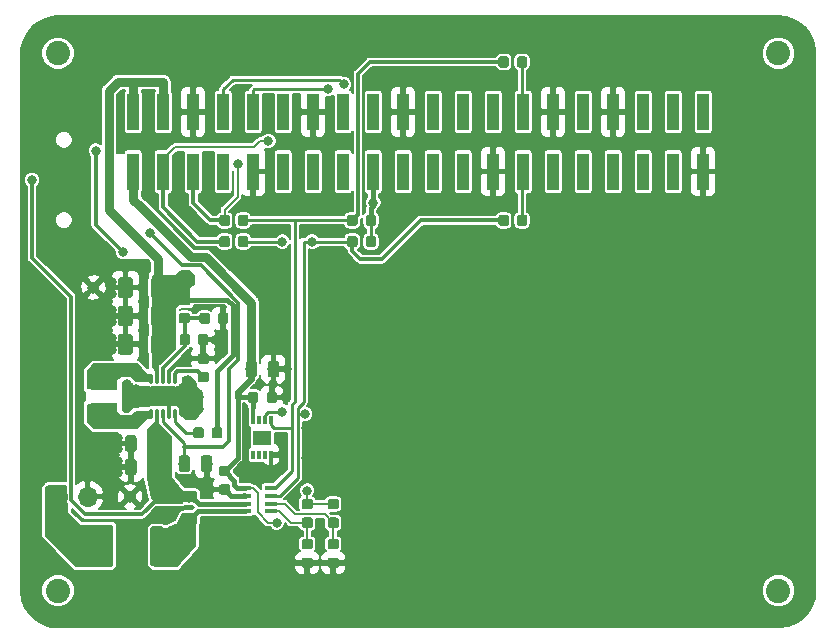
<source format=gtl>
G04 #@! TF.GenerationSoftware,KiCad,Pcbnew,(5.0.0)*
G04 #@! TF.CreationDate,2020-06-08T02:19:36+09:00*
G04 #@! TF.ProjectId,WioTerminal_BatteryChassisAAA,57696F5465726D696E616C5F42617474,rev?*
G04 #@! TF.SameCoordinates,PX206cc80PYfe6f74f0*
G04 #@! TF.FileFunction,Copper,L1,Top,Signal*
G04 #@! TF.FilePolarity,Positive*
%FSLAX46Y46*%
G04 Gerber Fmt 4.6, Leading zero omitted, Abs format (unit mm)*
G04 Created by KiCad (PCBNEW (5.0.0)) date 06/08/20 02:19:36*
%MOMM*%
%LPD*%
G01*
G04 APERTURE LIST*
G04 #@! TA.AperFunction,BGAPad,CuDef*
%ADD10C,2.050000*%
G04 #@! TD*
G04 #@! TA.AperFunction,ComponentPad*
%ADD11C,1.700000*%
G04 #@! TD*
G04 #@! TA.AperFunction,ComponentPad*
%ADD12O,1.700000X1.700000*%
G04 #@! TD*
G04 #@! TA.AperFunction,SMDPad,CuDef*
%ADD13R,0.700000X0.250000*%
G04 #@! TD*
G04 #@! TA.AperFunction,SMDPad,CuDef*
%ADD14O,0.280000X0.850000*%
G04 #@! TD*
G04 #@! TA.AperFunction,SMDPad,CuDef*
%ADD15R,0.280000X0.280000*%
G04 #@! TD*
G04 #@! TA.AperFunction,ComponentPad*
%ADD16C,0.600000*%
G04 #@! TD*
G04 #@! TA.AperFunction,SMDPad,CuDef*
%ADD17R,2.150000X1.700000*%
G04 #@! TD*
G04 #@! TA.AperFunction,SMDPad,CuDef*
%ADD18R,0.900000X0.650000*%
G04 #@! TD*
G04 #@! TA.AperFunction,SMDPad,CuDef*
%ADD19R,0.600000X0.230000*%
G04 #@! TD*
G04 #@! TA.AperFunction,Conductor*
%ADD20C,0.100000*%
G04 #@! TD*
G04 #@! TA.AperFunction,SMDPad,CuDef*
%ADD21C,0.975000*%
G04 #@! TD*
G04 #@! TA.AperFunction,SMDPad,CuDef*
%ADD22C,0.875000*%
G04 #@! TD*
G04 #@! TA.AperFunction,SMDPad,CuDef*
%ADD23C,1.250000*%
G04 #@! TD*
G04 #@! TA.AperFunction,BGAPad,CuDef*
%ADD24C,1.000000*%
G04 #@! TD*
G04 #@! TA.AperFunction,SMDPad,CuDef*
%ADD25R,1.060000X0.400000*%
G04 #@! TD*
G04 #@! TA.AperFunction,SMDPad,CuDef*
%ADD26C,1.125000*%
G04 #@! TD*
G04 #@! TA.AperFunction,SMDPad,CuDef*
%ADD27R,0.300000X0.750000*%
G04 #@! TD*
G04 #@! TA.AperFunction,SMDPad,CuDef*
%ADD28R,1.500000X1.300000*%
G04 #@! TD*
G04 #@! TA.AperFunction,SMDPad,CuDef*
%ADD29R,1.000000X3.150000*%
G04 #@! TD*
G04 #@! TA.AperFunction,SMDPad,CuDef*
%ADD30R,2.300000X0.850000*%
G04 #@! TD*
G04 #@! TA.AperFunction,ViaPad*
%ADD31C,0.800000*%
G04 #@! TD*
G04 #@! TA.AperFunction,Conductor*
%ADD32C,0.300000*%
G04 #@! TD*
G04 #@! TA.AperFunction,Conductor*
%ADD33C,0.400000*%
G04 #@! TD*
G04 #@! TA.AperFunction,Conductor*
%ADD34C,0.200000*%
G04 #@! TD*
G04 #@! TA.AperFunction,Conductor*
%ADD35C,0.800000*%
G04 #@! TD*
G04 #@! TA.AperFunction,Conductor*
%ADD36C,0.250000*%
G04 #@! TD*
G04 #@! TA.AperFunction,Conductor*
%ADD37C,0.600000*%
G04 #@! TD*
G04 APERTURE END LIST*
D10*
G04 #@! TO.P,MH4,*
G04 #@! TO.N,*
X-30500000Y22750000D03*
G04 #@! TD*
G04 #@! TO.P,MH1,*
G04 #@! TO.N,*
X-30500000Y-22750000D03*
G04 #@! TD*
G04 #@! TO.P,MH2,*
G04 #@! TO.N,*
X30500000Y-22750000D03*
G04 #@! TD*
G04 #@! TO.P,MH3,*
G04 #@! TO.N,*
X30500000Y22750000D03*
G04 #@! TD*
D11*
G04 #@! TO.P,J2,1*
G04 #@! TO.N,Net-(F1-Pad2)*
X-30540000Y-14800000D03*
D12*
G04 #@! TO.P,J2,2*
G04 #@! TO.N,GND*
X-28000000Y-14800000D03*
G04 #@! TD*
D13*
G04 #@! TO.P,U2,11*
G04 #@! TO.N,GND*
X-20175000Y-6900000D03*
X-20175000Y-5700000D03*
X-23025000Y-6900000D03*
X-23025000Y-5700000D03*
D14*
G04 #@! TO.P,U2,1*
G04 #@! TO.N,Net-(L1-Pad1)*
X-22600000Y-7775000D03*
G04 #@! TO.P,U2,2*
G04 #@! TO.N,Net-(C1-Pad1)*
X-22100000Y-7775000D03*
D15*
G04 #@! TO.P,U2,3*
G04 #@! TO.N,Net-(R15-Pad2)*
X-21600000Y-8060000D03*
D14*
G04 #@! TO.P,U2,4*
G04 #@! TO.N,GND*
X-21100000Y-7775000D03*
D15*
G04 #@! TO.P,U2,5*
G04 #@! TO.N,Net-(R10-Pad2)*
X-20600000Y-8060000D03*
D14*
G04 #@! TO.P,U2,6*
G04 #@! TO.N,Net-(C5-Pad1)*
X-20600000Y-4825000D03*
G04 #@! TO.P,U2,7*
G04 #@! TO.N,GND*
X-21100000Y-4825000D03*
D15*
G04 #@! TO.P,U2,8*
G04 #@! TO.N,Net-(C6-Pad1)*
X-21600000Y-4540000D03*
G04 #@! TO.P,U2,9*
G04 #@! TO.N,+5V*
X-22100000Y-4540000D03*
G04 #@! TO.P,U2,10*
G04 #@! TO.N,Net-(L1-Pad2)*
X-22600000Y-4540000D03*
D16*
G04 #@! TO.P,U2,11*
G04 #@! TO.N,GND*
X-21600000Y-6300000D03*
X-22100000Y-6800000D03*
X-22100000Y-5800000D03*
X-21100000Y-6800000D03*
X-21100000Y-5800000D03*
D13*
X-23025000Y-6500000D03*
X-23025000Y-6100000D03*
X-20175000Y-6500000D03*
X-20175000Y-6100000D03*
D17*
X-21600000Y-6300000D03*
D15*
G04 #@! TO.P,U2,1*
G04 #@! TO.N,Net-(L1-Pad1)*
X-22600000Y-8060000D03*
G04 #@! TO.P,U2,2*
G04 #@! TO.N,Net-(C1-Pad1)*
X-22100000Y-8060000D03*
D14*
G04 #@! TO.P,U2,3*
G04 #@! TO.N,Net-(R15-Pad2)*
X-21600000Y-7775000D03*
D15*
G04 #@! TO.P,U2,4*
G04 #@! TO.N,GND*
X-21100000Y-8060000D03*
D14*
G04 #@! TO.P,U2,5*
G04 #@! TO.N,Net-(R10-Pad2)*
X-20600000Y-7775000D03*
D15*
G04 #@! TO.P,U2,6*
G04 #@! TO.N,Net-(C5-Pad1)*
X-20600000Y-4540000D03*
G04 #@! TO.P,U2,7*
G04 #@! TO.N,GND*
X-21100000Y-4540000D03*
D14*
G04 #@! TO.P,U2,8*
G04 #@! TO.N,Net-(C6-Pad1)*
X-21600000Y-4825000D03*
G04 #@! TO.P,U2,9*
G04 #@! TO.N,+5V*
X-22100000Y-4825000D03*
G04 #@! TO.P,U2,10*
G04 #@! TO.N,Net-(L1-Pad2)*
X-22600000Y-4825000D03*
D18*
G04 #@! TO.P,U2,11*
G04 #@! TO.N,GND*
X-22160000Y-6735000D03*
X-21040000Y-5865000D03*
X-21040000Y-6735000D03*
X-22160000Y-5865000D03*
D19*
X-23025000Y-6900000D03*
X-23025000Y-6500000D03*
X-23025000Y-6100000D03*
X-23025000Y-5700000D03*
X-20175000Y-6900000D03*
X-20175000Y-6500000D03*
X-20175000Y-6100000D03*
X-20175000Y-5700000D03*
G04 #@! TD*
D20*
G04 #@! TO.N,Net-(C1-Pad1)*
G04 #@! TO.C,C1*
G36*
X-22194858Y-11601174D02*
X-22171197Y-11604684D01*
X-22147993Y-11610496D01*
X-22125471Y-11618554D01*
X-22103847Y-11628782D01*
X-22083330Y-11641079D01*
X-22064117Y-11655329D01*
X-22046393Y-11671393D01*
X-22030329Y-11689117D01*
X-22016079Y-11708330D01*
X-22003782Y-11728847D01*
X-21993554Y-11750471D01*
X-21985496Y-11772993D01*
X-21979684Y-11796197D01*
X-21976174Y-11819858D01*
X-21975000Y-11843750D01*
X-21975000Y-12756250D01*
X-21976174Y-12780142D01*
X-21979684Y-12803803D01*
X-21985496Y-12827007D01*
X-21993554Y-12849529D01*
X-22003782Y-12871153D01*
X-22016079Y-12891670D01*
X-22030329Y-12910883D01*
X-22046393Y-12928607D01*
X-22064117Y-12944671D01*
X-22083330Y-12958921D01*
X-22103847Y-12971218D01*
X-22125471Y-12981446D01*
X-22147993Y-12989504D01*
X-22171197Y-12995316D01*
X-22194858Y-12998826D01*
X-22218750Y-13000000D01*
X-22706250Y-13000000D01*
X-22730142Y-12998826D01*
X-22753803Y-12995316D01*
X-22777007Y-12989504D01*
X-22799529Y-12981446D01*
X-22821153Y-12971218D01*
X-22841670Y-12958921D01*
X-22860883Y-12944671D01*
X-22878607Y-12928607D01*
X-22894671Y-12910883D01*
X-22908921Y-12891670D01*
X-22921218Y-12871153D01*
X-22931446Y-12849529D01*
X-22939504Y-12827007D01*
X-22945316Y-12803803D01*
X-22948826Y-12780142D01*
X-22950000Y-12756250D01*
X-22950000Y-11843750D01*
X-22948826Y-11819858D01*
X-22945316Y-11796197D01*
X-22939504Y-11772993D01*
X-22931446Y-11750471D01*
X-22921218Y-11728847D01*
X-22908921Y-11708330D01*
X-22894671Y-11689117D01*
X-22878607Y-11671393D01*
X-22860883Y-11655329D01*
X-22841670Y-11641079D01*
X-22821153Y-11628782D01*
X-22799529Y-11618554D01*
X-22777007Y-11610496D01*
X-22753803Y-11604684D01*
X-22730142Y-11601174D01*
X-22706250Y-11600000D01*
X-22218750Y-11600000D01*
X-22194858Y-11601174D01*
X-22194858Y-11601174D01*
G37*
D21*
G04 #@! TD*
G04 #@! TO.P,C1,1*
G04 #@! TO.N,Net-(C1-Pad1)*
X-22462500Y-12300000D03*
D20*
G04 #@! TO.N,GND*
G04 #@! TO.C,C1*
G36*
X-24069858Y-11601174D02*
X-24046197Y-11604684D01*
X-24022993Y-11610496D01*
X-24000471Y-11618554D01*
X-23978847Y-11628782D01*
X-23958330Y-11641079D01*
X-23939117Y-11655329D01*
X-23921393Y-11671393D01*
X-23905329Y-11689117D01*
X-23891079Y-11708330D01*
X-23878782Y-11728847D01*
X-23868554Y-11750471D01*
X-23860496Y-11772993D01*
X-23854684Y-11796197D01*
X-23851174Y-11819858D01*
X-23850000Y-11843750D01*
X-23850000Y-12756250D01*
X-23851174Y-12780142D01*
X-23854684Y-12803803D01*
X-23860496Y-12827007D01*
X-23868554Y-12849529D01*
X-23878782Y-12871153D01*
X-23891079Y-12891670D01*
X-23905329Y-12910883D01*
X-23921393Y-12928607D01*
X-23939117Y-12944671D01*
X-23958330Y-12958921D01*
X-23978847Y-12971218D01*
X-24000471Y-12981446D01*
X-24022993Y-12989504D01*
X-24046197Y-12995316D01*
X-24069858Y-12998826D01*
X-24093750Y-13000000D01*
X-24581250Y-13000000D01*
X-24605142Y-12998826D01*
X-24628803Y-12995316D01*
X-24652007Y-12989504D01*
X-24674529Y-12981446D01*
X-24696153Y-12971218D01*
X-24716670Y-12958921D01*
X-24735883Y-12944671D01*
X-24753607Y-12928607D01*
X-24769671Y-12910883D01*
X-24783921Y-12891670D01*
X-24796218Y-12871153D01*
X-24806446Y-12849529D01*
X-24814504Y-12827007D01*
X-24820316Y-12803803D01*
X-24823826Y-12780142D01*
X-24825000Y-12756250D01*
X-24825000Y-11843750D01*
X-24823826Y-11819858D01*
X-24820316Y-11796197D01*
X-24814504Y-11772993D01*
X-24806446Y-11750471D01*
X-24796218Y-11728847D01*
X-24783921Y-11708330D01*
X-24769671Y-11689117D01*
X-24753607Y-11671393D01*
X-24735883Y-11655329D01*
X-24716670Y-11641079D01*
X-24696153Y-11628782D01*
X-24674529Y-11618554D01*
X-24652007Y-11610496D01*
X-24628803Y-11604684D01*
X-24605142Y-11601174D01*
X-24581250Y-11600000D01*
X-24093750Y-11600000D01*
X-24069858Y-11601174D01*
X-24069858Y-11601174D01*
G37*
D21*
G04 #@! TD*
G04 #@! TO.P,C1,2*
G04 #@! TO.N,GND*
X-24337500Y-12300000D03*
D20*
G04 #@! TO.N,+3V3*
G04 #@! TO.C,C2*
G36*
X-16122309Y-12176053D02*
X-16101074Y-12179203D01*
X-16080250Y-12184419D01*
X-16060038Y-12191651D01*
X-16040632Y-12200830D01*
X-16022219Y-12211866D01*
X-16004976Y-12224654D01*
X-15989070Y-12239070D01*
X-15974654Y-12254976D01*
X-15961866Y-12272219D01*
X-15950830Y-12290632D01*
X-15941651Y-12310038D01*
X-15934419Y-12330250D01*
X-15929203Y-12351074D01*
X-15926053Y-12372309D01*
X-15925000Y-12393750D01*
X-15925000Y-12831250D01*
X-15926053Y-12852691D01*
X-15929203Y-12873926D01*
X-15934419Y-12894750D01*
X-15941651Y-12914962D01*
X-15950830Y-12934368D01*
X-15961866Y-12952781D01*
X-15974654Y-12970024D01*
X-15989070Y-12985930D01*
X-16004976Y-13000346D01*
X-16022219Y-13013134D01*
X-16040632Y-13024170D01*
X-16060038Y-13033349D01*
X-16080250Y-13040581D01*
X-16101074Y-13045797D01*
X-16122309Y-13048947D01*
X-16143750Y-13050000D01*
X-16656250Y-13050000D01*
X-16677691Y-13048947D01*
X-16698926Y-13045797D01*
X-16719750Y-13040581D01*
X-16739962Y-13033349D01*
X-16759368Y-13024170D01*
X-16777781Y-13013134D01*
X-16795024Y-13000346D01*
X-16810930Y-12985930D01*
X-16825346Y-12970024D01*
X-16838134Y-12952781D01*
X-16849170Y-12934368D01*
X-16858349Y-12914962D01*
X-16865581Y-12894750D01*
X-16870797Y-12873926D01*
X-16873947Y-12852691D01*
X-16875000Y-12831250D01*
X-16875000Y-12393750D01*
X-16873947Y-12372309D01*
X-16870797Y-12351074D01*
X-16865581Y-12330250D01*
X-16858349Y-12310038D01*
X-16849170Y-12290632D01*
X-16838134Y-12272219D01*
X-16825346Y-12254976D01*
X-16810930Y-12239070D01*
X-16795024Y-12224654D01*
X-16777781Y-12211866D01*
X-16759368Y-12200830D01*
X-16739962Y-12191651D01*
X-16719750Y-12184419D01*
X-16698926Y-12179203D01*
X-16677691Y-12176053D01*
X-16656250Y-12175000D01*
X-16143750Y-12175000D01*
X-16122309Y-12176053D01*
X-16122309Y-12176053D01*
G37*
D22*
G04 #@! TD*
G04 #@! TO.P,C2,1*
G04 #@! TO.N,+3V3*
X-16400000Y-12612500D03*
D20*
G04 #@! TO.N,GND*
G04 #@! TO.C,C2*
G36*
X-16122309Y-13751053D02*
X-16101074Y-13754203D01*
X-16080250Y-13759419D01*
X-16060038Y-13766651D01*
X-16040632Y-13775830D01*
X-16022219Y-13786866D01*
X-16004976Y-13799654D01*
X-15989070Y-13814070D01*
X-15974654Y-13829976D01*
X-15961866Y-13847219D01*
X-15950830Y-13865632D01*
X-15941651Y-13885038D01*
X-15934419Y-13905250D01*
X-15929203Y-13926074D01*
X-15926053Y-13947309D01*
X-15925000Y-13968750D01*
X-15925000Y-14406250D01*
X-15926053Y-14427691D01*
X-15929203Y-14448926D01*
X-15934419Y-14469750D01*
X-15941651Y-14489962D01*
X-15950830Y-14509368D01*
X-15961866Y-14527781D01*
X-15974654Y-14545024D01*
X-15989070Y-14560930D01*
X-16004976Y-14575346D01*
X-16022219Y-14588134D01*
X-16040632Y-14599170D01*
X-16060038Y-14608349D01*
X-16080250Y-14615581D01*
X-16101074Y-14620797D01*
X-16122309Y-14623947D01*
X-16143750Y-14625000D01*
X-16656250Y-14625000D01*
X-16677691Y-14623947D01*
X-16698926Y-14620797D01*
X-16719750Y-14615581D01*
X-16739962Y-14608349D01*
X-16759368Y-14599170D01*
X-16777781Y-14588134D01*
X-16795024Y-14575346D01*
X-16810930Y-14560930D01*
X-16825346Y-14545024D01*
X-16838134Y-14527781D01*
X-16849170Y-14509368D01*
X-16858349Y-14489962D01*
X-16865581Y-14469750D01*
X-16870797Y-14448926D01*
X-16873947Y-14427691D01*
X-16875000Y-14406250D01*
X-16875000Y-13968750D01*
X-16873947Y-13947309D01*
X-16870797Y-13926074D01*
X-16865581Y-13905250D01*
X-16858349Y-13885038D01*
X-16849170Y-13865632D01*
X-16838134Y-13847219D01*
X-16825346Y-13829976D01*
X-16810930Y-13814070D01*
X-16795024Y-13799654D01*
X-16777781Y-13786866D01*
X-16759368Y-13775830D01*
X-16739962Y-13766651D01*
X-16719750Y-13759419D01*
X-16698926Y-13754203D01*
X-16677691Y-13751053D01*
X-16656250Y-13750000D01*
X-16143750Y-13750000D01*
X-16122309Y-13751053D01*
X-16122309Y-13751053D01*
G37*
D22*
G04 #@! TD*
G04 #@! TO.P,C2,2*
G04 #@! TO.N,GND*
X-16400000Y-14187500D03*
D20*
G04 #@! TO.N,GND*
G04 #@! TO.C,C3*
G36*
X-24069858Y-9601174D02*
X-24046197Y-9604684D01*
X-24022993Y-9610496D01*
X-24000471Y-9618554D01*
X-23978847Y-9628782D01*
X-23958330Y-9641079D01*
X-23939117Y-9655329D01*
X-23921393Y-9671393D01*
X-23905329Y-9689117D01*
X-23891079Y-9708330D01*
X-23878782Y-9728847D01*
X-23868554Y-9750471D01*
X-23860496Y-9772993D01*
X-23854684Y-9796197D01*
X-23851174Y-9819858D01*
X-23850000Y-9843750D01*
X-23850000Y-10756250D01*
X-23851174Y-10780142D01*
X-23854684Y-10803803D01*
X-23860496Y-10827007D01*
X-23868554Y-10849529D01*
X-23878782Y-10871153D01*
X-23891079Y-10891670D01*
X-23905329Y-10910883D01*
X-23921393Y-10928607D01*
X-23939117Y-10944671D01*
X-23958330Y-10958921D01*
X-23978847Y-10971218D01*
X-24000471Y-10981446D01*
X-24022993Y-10989504D01*
X-24046197Y-10995316D01*
X-24069858Y-10998826D01*
X-24093750Y-11000000D01*
X-24581250Y-11000000D01*
X-24605142Y-10998826D01*
X-24628803Y-10995316D01*
X-24652007Y-10989504D01*
X-24674529Y-10981446D01*
X-24696153Y-10971218D01*
X-24716670Y-10958921D01*
X-24735883Y-10944671D01*
X-24753607Y-10928607D01*
X-24769671Y-10910883D01*
X-24783921Y-10891670D01*
X-24796218Y-10871153D01*
X-24806446Y-10849529D01*
X-24814504Y-10827007D01*
X-24820316Y-10803803D01*
X-24823826Y-10780142D01*
X-24825000Y-10756250D01*
X-24825000Y-9843750D01*
X-24823826Y-9819858D01*
X-24820316Y-9796197D01*
X-24814504Y-9772993D01*
X-24806446Y-9750471D01*
X-24796218Y-9728847D01*
X-24783921Y-9708330D01*
X-24769671Y-9689117D01*
X-24753607Y-9671393D01*
X-24735883Y-9655329D01*
X-24716670Y-9641079D01*
X-24696153Y-9628782D01*
X-24674529Y-9618554D01*
X-24652007Y-9610496D01*
X-24628803Y-9604684D01*
X-24605142Y-9601174D01*
X-24581250Y-9600000D01*
X-24093750Y-9600000D01*
X-24069858Y-9601174D01*
X-24069858Y-9601174D01*
G37*
D21*
G04 #@! TD*
G04 #@! TO.P,C3,2*
G04 #@! TO.N,GND*
X-24337500Y-10300000D03*
D20*
G04 #@! TO.N,Net-(C1-Pad1)*
G04 #@! TO.C,C3*
G36*
X-22194858Y-9601174D02*
X-22171197Y-9604684D01*
X-22147993Y-9610496D01*
X-22125471Y-9618554D01*
X-22103847Y-9628782D01*
X-22083330Y-9641079D01*
X-22064117Y-9655329D01*
X-22046393Y-9671393D01*
X-22030329Y-9689117D01*
X-22016079Y-9708330D01*
X-22003782Y-9728847D01*
X-21993554Y-9750471D01*
X-21985496Y-9772993D01*
X-21979684Y-9796197D01*
X-21976174Y-9819858D01*
X-21975000Y-9843750D01*
X-21975000Y-10756250D01*
X-21976174Y-10780142D01*
X-21979684Y-10803803D01*
X-21985496Y-10827007D01*
X-21993554Y-10849529D01*
X-22003782Y-10871153D01*
X-22016079Y-10891670D01*
X-22030329Y-10910883D01*
X-22046393Y-10928607D01*
X-22064117Y-10944671D01*
X-22083330Y-10958921D01*
X-22103847Y-10971218D01*
X-22125471Y-10981446D01*
X-22147993Y-10989504D01*
X-22171197Y-10995316D01*
X-22194858Y-10998826D01*
X-22218750Y-11000000D01*
X-22706250Y-11000000D01*
X-22730142Y-10998826D01*
X-22753803Y-10995316D01*
X-22777007Y-10989504D01*
X-22799529Y-10981446D01*
X-22821153Y-10971218D01*
X-22841670Y-10958921D01*
X-22860883Y-10944671D01*
X-22878607Y-10928607D01*
X-22894671Y-10910883D01*
X-22908921Y-10891670D01*
X-22921218Y-10871153D01*
X-22931446Y-10849529D01*
X-22939504Y-10827007D01*
X-22945316Y-10803803D01*
X-22948826Y-10780142D01*
X-22950000Y-10756250D01*
X-22950000Y-9843750D01*
X-22948826Y-9819858D01*
X-22945316Y-9796197D01*
X-22939504Y-9772993D01*
X-22931446Y-9750471D01*
X-22921218Y-9728847D01*
X-22908921Y-9708330D01*
X-22894671Y-9689117D01*
X-22878607Y-9671393D01*
X-22860883Y-9655329D01*
X-22841670Y-9641079D01*
X-22821153Y-9628782D01*
X-22799529Y-9618554D01*
X-22777007Y-9610496D01*
X-22753803Y-9604684D01*
X-22730142Y-9601174D01*
X-22706250Y-9600000D01*
X-22218750Y-9600000D01*
X-22194858Y-9601174D01*
X-22194858Y-9601174D01*
G37*
D21*
G04 #@! TD*
G04 #@! TO.P,C3,1*
G04 #@! TO.N,Net-(C1-Pad1)*
X-22462500Y-10300000D03*
D20*
G04 #@! TO.N,+3V3*
G04 #@! TO.C,C4*
G36*
X-13869858Y-3301174D02*
X-13846197Y-3304684D01*
X-13822993Y-3310496D01*
X-13800471Y-3318554D01*
X-13778847Y-3328782D01*
X-13758330Y-3341079D01*
X-13739117Y-3355329D01*
X-13721393Y-3371393D01*
X-13705329Y-3389117D01*
X-13691079Y-3408330D01*
X-13678782Y-3428847D01*
X-13668554Y-3450471D01*
X-13660496Y-3472993D01*
X-13654684Y-3496197D01*
X-13651174Y-3519858D01*
X-13650000Y-3543750D01*
X-13650000Y-4456250D01*
X-13651174Y-4480142D01*
X-13654684Y-4503803D01*
X-13660496Y-4527007D01*
X-13668554Y-4549529D01*
X-13678782Y-4571153D01*
X-13691079Y-4591670D01*
X-13705329Y-4610883D01*
X-13721393Y-4628607D01*
X-13739117Y-4644671D01*
X-13758330Y-4658921D01*
X-13778847Y-4671218D01*
X-13800471Y-4681446D01*
X-13822993Y-4689504D01*
X-13846197Y-4695316D01*
X-13869858Y-4698826D01*
X-13893750Y-4700000D01*
X-14381250Y-4700000D01*
X-14405142Y-4698826D01*
X-14428803Y-4695316D01*
X-14452007Y-4689504D01*
X-14474529Y-4681446D01*
X-14496153Y-4671218D01*
X-14516670Y-4658921D01*
X-14535883Y-4644671D01*
X-14553607Y-4628607D01*
X-14569671Y-4610883D01*
X-14583921Y-4591670D01*
X-14596218Y-4571153D01*
X-14606446Y-4549529D01*
X-14614504Y-4527007D01*
X-14620316Y-4503803D01*
X-14623826Y-4480142D01*
X-14625000Y-4456250D01*
X-14625000Y-3543750D01*
X-14623826Y-3519858D01*
X-14620316Y-3496197D01*
X-14614504Y-3472993D01*
X-14606446Y-3450471D01*
X-14596218Y-3428847D01*
X-14583921Y-3408330D01*
X-14569671Y-3389117D01*
X-14553607Y-3371393D01*
X-14535883Y-3355329D01*
X-14516670Y-3341079D01*
X-14496153Y-3328782D01*
X-14474529Y-3318554D01*
X-14452007Y-3310496D01*
X-14428803Y-3304684D01*
X-14405142Y-3301174D01*
X-14381250Y-3300000D01*
X-13893750Y-3300000D01*
X-13869858Y-3301174D01*
X-13869858Y-3301174D01*
G37*
D21*
G04 #@! TD*
G04 #@! TO.P,C4,1*
G04 #@! TO.N,+3V3*
X-14137500Y-4000000D03*
D20*
G04 #@! TO.N,GND*
G04 #@! TO.C,C4*
G36*
X-11994858Y-3301174D02*
X-11971197Y-3304684D01*
X-11947993Y-3310496D01*
X-11925471Y-3318554D01*
X-11903847Y-3328782D01*
X-11883330Y-3341079D01*
X-11864117Y-3355329D01*
X-11846393Y-3371393D01*
X-11830329Y-3389117D01*
X-11816079Y-3408330D01*
X-11803782Y-3428847D01*
X-11793554Y-3450471D01*
X-11785496Y-3472993D01*
X-11779684Y-3496197D01*
X-11776174Y-3519858D01*
X-11775000Y-3543750D01*
X-11775000Y-4456250D01*
X-11776174Y-4480142D01*
X-11779684Y-4503803D01*
X-11785496Y-4527007D01*
X-11793554Y-4549529D01*
X-11803782Y-4571153D01*
X-11816079Y-4591670D01*
X-11830329Y-4610883D01*
X-11846393Y-4628607D01*
X-11864117Y-4644671D01*
X-11883330Y-4658921D01*
X-11903847Y-4671218D01*
X-11925471Y-4681446D01*
X-11947993Y-4689504D01*
X-11971197Y-4695316D01*
X-11994858Y-4698826D01*
X-12018750Y-4700000D01*
X-12506250Y-4700000D01*
X-12530142Y-4698826D01*
X-12553803Y-4695316D01*
X-12577007Y-4689504D01*
X-12599529Y-4681446D01*
X-12621153Y-4671218D01*
X-12641670Y-4658921D01*
X-12660883Y-4644671D01*
X-12678607Y-4628607D01*
X-12694671Y-4610883D01*
X-12708921Y-4591670D01*
X-12721218Y-4571153D01*
X-12731446Y-4549529D01*
X-12739504Y-4527007D01*
X-12745316Y-4503803D01*
X-12748826Y-4480142D01*
X-12750000Y-4456250D01*
X-12750000Y-3543750D01*
X-12748826Y-3519858D01*
X-12745316Y-3496197D01*
X-12739504Y-3472993D01*
X-12731446Y-3450471D01*
X-12721218Y-3428847D01*
X-12708921Y-3408330D01*
X-12694671Y-3389117D01*
X-12678607Y-3371393D01*
X-12660883Y-3355329D01*
X-12641670Y-3341079D01*
X-12621153Y-3328782D01*
X-12599529Y-3318554D01*
X-12577007Y-3310496D01*
X-12553803Y-3304684D01*
X-12530142Y-3301174D01*
X-12506250Y-3300000D01*
X-12018750Y-3300000D01*
X-11994858Y-3301174D01*
X-11994858Y-3301174D01*
G37*
D21*
G04 #@! TD*
G04 #@! TO.P,C4,2*
G04 #@! TO.N,GND*
X-12262500Y-4000000D03*
D20*
G04 #@! TO.N,GND*
G04 #@! TO.C,C5*
G36*
X-17922309Y-2676053D02*
X-17901074Y-2679203D01*
X-17880250Y-2684419D01*
X-17860038Y-2691651D01*
X-17840632Y-2700830D01*
X-17822219Y-2711866D01*
X-17804976Y-2724654D01*
X-17789070Y-2739070D01*
X-17774654Y-2754976D01*
X-17761866Y-2772219D01*
X-17750830Y-2790632D01*
X-17741651Y-2810038D01*
X-17734419Y-2830250D01*
X-17729203Y-2851074D01*
X-17726053Y-2872309D01*
X-17725000Y-2893750D01*
X-17725000Y-3331250D01*
X-17726053Y-3352691D01*
X-17729203Y-3373926D01*
X-17734419Y-3394750D01*
X-17741651Y-3414962D01*
X-17750830Y-3434368D01*
X-17761866Y-3452781D01*
X-17774654Y-3470024D01*
X-17789070Y-3485930D01*
X-17804976Y-3500346D01*
X-17822219Y-3513134D01*
X-17840632Y-3524170D01*
X-17860038Y-3533349D01*
X-17880250Y-3540581D01*
X-17901074Y-3545797D01*
X-17922309Y-3548947D01*
X-17943750Y-3550000D01*
X-18456250Y-3550000D01*
X-18477691Y-3548947D01*
X-18498926Y-3545797D01*
X-18519750Y-3540581D01*
X-18539962Y-3533349D01*
X-18559368Y-3524170D01*
X-18577781Y-3513134D01*
X-18595024Y-3500346D01*
X-18610930Y-3485930D01*
X-18625346Y-3470024D01*
X-18638134Y-3452781D01*
X-18649170Y-3434368D01*
X-18658349Y-3414962D01*
X-18665581Y-3394750D01*
X-18670797Y-3373926D01*
X-18673947Y-3352691D01*
X-18675000Y-3331250D01*
X-18675000Y-2893750D01*
X-18673947Y-2872309D01*
X-18670797Y-2851074D01*
X-18665581Y-2830250D01*
X-18658349Y-2810038D01*
X-18649170Y-2790632D01*
X-18638134Y-2772219D01*
X-18625346Y-2754976D01*
X-18610930Y-2739070D01*
X-18595024Y-2724654D01*
X-18577781Y-2711866D01*
X-18559368Y-2700830D01*
X-18539962Y-2691651D01*
X-18519750Y-2684419D01*
X-18498926Y-2679203D01*
X-18477691Y-2676053D01*
X-18456250Y-2675000D01*
X-17943750Y-2675000D01*
X-17922309Y-2676053D01*
X-17922309Y-2676053D01*
G37*
D22*
G04 #@! TD*
G04 #@! TO.P,C5,2*
G04 #@! TO.N,GND*
X-18200000Y-3112500D03*
D20*
G04 #@! TO.N,Net-(C5-Pad1)*
G04 #@! TO.C,C5*
G36*
X-17922309Y-4251053D02*
X-17901074Y-4254203D01*
X-17880250Y-4259419D01*
X-17860038Y-4266651D01*
X-17840632Y-4275830D01*
X-17822219Y-4286866D01*
X-17804976Y-4299654D01*
X-17789070Y-4314070D01*
X-17774654Y-4329976D01*
X-17761866Y-4347219D01*
X-17750830Y-4365632D01*
X-17741651Y-4385038D01*
X-17734419Y-4405250D01*
X-17729203Y-4426074D01*
X-17726053Y-4447309D01*
X-17725000Y-4468750D01*
X-17725000Y-4906250D01*
X-17726053Y-4927691D01*
X-17729203Y-4948926D01*
X-17734419Y-4969750D01*
X-17741651Y-4989962D01*
X-17750830Y-5009368D01*
X-17761866Y-5027781D01*
X-17774654Y-5045024D01*
X-17789070Y-5060930D01*
X-17804976Y-5075346D01*
X-17822219Y-5088134D01*
X-17840632Y-5099170D01*
X-17860038Y-5108349D01*
X-17880250Y-5115581D01*
X-17901074Y-5120797D01*
X-17922309Y-5123947D01*
X-17943750Y-5125000D01*
X-18456250Y-5125000D01*
X-18477691Y-5123947D01*
X-18498926Y-5120797D01*
X-18519750Y-5115581D01*
X-18539962Y-5108349D01*
X-18559368Y-5099170D01*
X-18577781Y-5088134D01*
X-18595024Y-5075346D01*
X-18610930Y-5060930D01*
X-18625346Y-5045024D01*
X-18638134Y-5027781D01*
X-18649170Y-5009368D01*
X-18658349Y-4989962D01*
X-18665581Y-4969750D01*
X-18670797Y-4948926D01*
X-18673947Y-4927691D01*
X-18675000Y-4906250D01*
X-18675000Y-4468750D01*
X-18673947Y-4447309D01*
X-18670797Y-4426074D01*
X-18665581Y-4405250D01*
X-18658349Y-4385038D01*
X-18649170Y-4365632D01*
X-18638134Y-4347219D01*
X-18625346Y-4329976D01*
X-18610930Y-4314070D01*
X-18595024Y-4299654D01*
X-18577781Y-4286866D01*
X-18559368Y-4275830D01*
X-18539962Y-4266651D01*
X-18519750Y-4259419D01*
X-18498926Y-4254203D01*
X-18477691Y-4251053D01*
X-18456250Y-4250000D01*
X-17943750Y-4250000D01*
X-17922309Y-4251053D01*
X-17922309Y-4251053D01*
G37*
D22*
G04 #@! TD*
G04 #@! TO.P,C5,1*
G04 #@! TO.N,Net-(C5-Pad1)*
X-18200000Y-4687500D03*
D20*
G04 #@! TO.N,GND*
G04 #@! TO.C,C6*
G36*
X-16272309Y773947D02*
X-16251074Y770797D01*
X-16230250Y765581D01*
X-16210038Y758349D01*
X-16190632Y749170D01*
X-16172219Y738134D01*
X-16154976Y725346D01*
X-16139070Y710930D01*
X-16124654Y695024D01*
X-16111866Y677781D01*
X-16100830Y659368D01*
X-16091651Y639962D01*
X-16084419Y619750D01*
X-16079203Y598926D01*
X-16076053Y577691D01*
X-16075000Y556250D01*
X-16075000Y43750D01*
X-16076053Y22309D01*
X-16079203Y1074D01*
X-16084419Y-19750D01*
X-16091651Y-39962D01*
X-16100830Y-59368D01*
X-16111866Y-77781D01*
X-16124654Y-95024D01*
X-16139070Y-110930D01*
X-16154976Y-125346D01*
X-16172219Y-138134D01*
X-16190632Y-149170D01*
X-16210038Y-158349D01*
X-16230250Y-165581D01*
X-16251074Y-170797D01*
X-16272309Y-173947D01*
X-16293750Y-175000D01*
X-16731250Y-175000D01*
X-16752691Y-173947D01*
X-16773926Y-170797D01*
X-16794750Y-165581D01*
X-16814962Y-158349D01*
X-16834368Y-149170D01*
X-16852781Y-138134D01*
X-16870024Y-125346D01*
X-16885930Y-110930D01*
X-16900346Y-95024D01*
X-16913134Y-77781D01*
X-16924170Y-59368D01*
X-16933349Y-39962D01*
X-16940581Y-19750D01*
X-16945797Y1074D01*
X-16948947Y22309D01*
X-16950000Y43750D01*
X-16950000Y556250D01*
X-16948947Y577691D01*
X-16945797Y598926D01*
X-16940581Y619750D01*
X-16933349Y639962D01*
X-16924170Y659368D01*
X-16913134Y677781D01*
X-16900346Y695024D01*
X-16885930Y710930D01*
X-16870024Y725346D01*
X-16852781Y738134D01*
X-16834368Y749170D01*
X-16814962Y758349D01*
X-16794750Y765581D01*
X-16773926Y770797D01*
X-16752691Y773947D01*
X-16731250Y775000D01*
X-16293750Y775000D01*
X-16272309Y773947D01*
X-16272309Y773947D01*
G37*
D22*
G04 #@! TD*
G04 #@! TO.P,C6,2*
G04 #@! TO.N,GND*
X-16512500Y300000D03*
D20*
G04 #@! TO.N,Net-(C6-Pad1)*
G04 #@! TO.C,C6*
G36*
X-17847309Y773947D02*
X-17826074Y770797D01*
X-17805250Y765581D01*
X-17785038Y758349D01*
X-17765632Y749170D01*
X-17747219Y738134D01*
X-17729976Y725346D01*
X-17714070Y710930D01*
X-17699654Y695024D01*
X-17686866Y677781D01*
X-17675830Y659368D01*
X-17666651Y639962D01*
X-17659419Y619750D01*
X-17654203Y598926D01*
X-17651053Y577691D01*
X-17650000Y556250D01*
X-17650000Y43750D01*
X-17651053Y22309D01*
X-17654203Y1074D01*
X-17659419Y-19750D01*
X-17666651Y-39962D01*
X-17675830Y-59368D01*
X-17686866Y-77781D01*
X-17699654Y-95024D01*
X-17714070Y-110930D01*
X-17729976Y-125346D01*
X-17747219Y-138134D01*
X-17765632Y-149170D01*
X-17785038Y-158349D01*
X-17805250Y-165581D01*
X-17826074Y-170797D01*
X-17847309Y-173947D01*
X-17868750Y-175000D01*
X-18306250Y-175000D01*
X-18327691Y-173947D01*
X-18348926Y-170797D01*
X-18369750Y-165581D01*
X-18389962Y-158349D01*
X-18409368Y-149170D01*
X-18427781Y-138134D01*
X-18445024Y-125346D01*
X-18460930Y-110930D01*
X-18475346Y-95024D01*
X-18488134Y-77781D01*
X-18499170Y-59368D01*
X-18508349Y-39962D01*
X-18515581Y-19750D01*
X-18520797Y1074D01*
X-18523947Y22309D01*
X-18525000Y43750D01*
X-18525000Y556250D01*
X-18523947Y577691D01*
X-18520797Y598926D01*
X-18515581Y619750D01*
X-18508349Y639962D01*
X-18499170Y659368D01*
X-18488134Y677781D01*
X-18475346Y695024D01*
X-18460930Y710930D01*
X-18445024Y725346D01*
X-18427781Y738134D01*
X-18409368Y749170D01*
X-18389962Y758349D01*
X-18369750Y765581D01*
X-18348926Y770797D01*
X-18327691Y773947D01*
X-18306250Y775000D01*
X-17868750Y775000D01*
X-17847309Y773947D01*
X-17847309Y773947D01*
G37*
D22*
G04 #@! TD*
G04 #@! TO.P,C6,1*
G04 #@! TO.N,Net-(C6-Pad1)*
X-18087500Y300000D03*
D20*
G04 #@! TO.N,+5V*
G04 #@! TO.C,C7*
G36*
X-21600496Y-1026204D02*
X-21576227Y-1029804D01*
X-21552429Y-1035765D01*
X-21529329Y-1044030D01*
X-21507151Y-1054520D01*
X-21486107Y-1067133D01*
X-21466402Y-1081747D01*
X-21448223Y-1098223D01*
X-21431747Y-1116402D01*
X-21417133Y-1136107D01*
X-21404520Y-1157151D01*
X-21394030Y-1179329D01*
X-21385765Y-1202429D01*
X-21379804Y-1226227D01*
X-21376204Y-1250496D01*
X-21375000Y-1275000D01*
X-21375000Y-2525000D01*
X-21376204Y-2549504D01*
X-21379804Y-2573773D01*
X-21385765Y-2597571D01*
X-21394030Y-2620671D01*
X-21404520Y-2642849D01*
X-21417133Y-2663893D01*
X-21431747Y-2683598D01*
X-21448223Y-2701777D01*
X-21466402Y-2718253D01*
X-21486107Y-2732867D01*
X-21507151Y-2745480D01*
X-21529329Y-2755970D01*
X-21552429Y-2764235D01*
X-21576227Y-2770196D01*
X-21600496Y-2773796D01*
X-21625000Y-2775000D01*
X-22375000Y-2775000D01*
X-22399504Y-2773796D01*
X-22423773Y-2770196D01*
X-22447571Y-2764235D01*
X-22470671Y-2755970D01*
X-22492849Y-2745480D01*
X-22513893Y-2732867D01*
X-22533598Y-2718253D01*
X-22551777Y-2701777D01*
X-22568253Y-2683598D01*
X-22582867Y-2663893D01*
X-22595480Y-2642849D01*
X-22605970Y-2620671D01*
X-22614235Y-2597571D01*
X-22620196Y-2573773D01*
X-22623796Y-2549504D01*
X-22625000Y-2525000D01*
X-22625000Y-1275000D01*
X-22623796Y-1250496D01*
X-22620196Y-1226227D01*
X-22614235Y-1202429D01*
X-22605970Y-1179329D01*
X-22595480Y-1157151D01*
X-22582867Y-1136107D01*
X-22568253Y-1116402D01*
X-22551777Y-1098223D01*
X-22533598Y-1081747D01*
X-22513893Y-1067133D01*
X-22492849Y-1054520D01*
X-22470671Y-1044030D01*
X-22447571Y-1035765D01*
X-22423773Y-1029804D01*
X-22399504Y-1026204D01*
X-22375000Y-1025000D01*
X-21625000Y-1025000D01*
X-21600496Y-1026204D01*
X-21600496Y-1026204D01*
G37*
D23*
G04 #@! TD*
G04 #@! TO.P,C7,1*
G04 #@! TO.N,+5V*
X-22000000Y-1900000D03*
D20*
G04 #@! TO.N,GND*
G04 #@! TO.C,C7*
G36*
X-24400496Y-1026204D02*
X-24376227Y-1029804D01*
X-24352429Y-1035765D01*
X-24329329Y-1044030D01*
X-24307151Y-1054520D01*
X-24286107Y-1067133D01*
X-24266402Y-1081747D01*
X-24248223Y-1098223D01*
X-24231747Y-1116402D01*
X-24217133Y-1136107D01*
X-24204520Y-1157151D01*
X-24194030Y-1179329D01*
X-24185765Y-1202429D01*
X-24179804Y-1226227D01*
X-24176204Y-1250496D01*
X-24175000Y-1275000D01*
X-24175000Y-2525000D01*
X-24176204Y-2549504D01*
X-24179804Y-2573773D01*
X-24185765Y-2597571D01*
X-24194030Y-2620671D01*
X-24204520Y-2642849D01*
X-24217133Y-2663893D01*
X-24231747Y-2683598D01*
X-24248223Y-2701777D01*
X-24266402Y-2718253D01*
X-24286107Y-2732867D01*
X-24307151Y-2745480D01*
X-24329329Y-2755970D01*
X-24352429Y-2764235D01*
X-24376227Y-2770196D01*
X-24400496Y-2773796D01*
X-24425000Y-2775000D01*
X-25175000Y-2775000D01*
X-25199504Y-2773796D01*
X-25223773Y-2770196D01*
X-25247571Y-2764235D01*
X-25270671Y-2755970D01*
X-25292849Y-2745480D01*
X-25313893Y-2732867D01*
X-25333598Y-2718253D01*
X-25351777Y-2701777D01*
X-25368253Y-2683598D01*
X-25382867Y-2663893D01*
X-25395480Y-2642849D01*
X-25405970Y-2620671D01*
X-25414235Y-2597571D01*
X-25420196Y-2573773D01*
X-25423796Y-2549504D01*
X-25425000Y-2525000D01*
X-25425000Y-1275000D01*
X-25423796Y-1250496D01*
X-25420196Y-1226227D01*
X-25414235Y-1202429D01*
X-25405970Y-1179329D01*
X-25395480Y-1157151D01*
X-25382867Y-1136107D01*
X-25368253Y-1116402D01*
X-25351777Y-1098223D01*
X-25333598Y-1081747D01*
X-25313893Y-1067133D01*
X-25292849Y-1054520D01*
X-25270671Y-1044030D01*
X-25247571Y-1035765D01*
X-25223773Y-1029804D01*
X-25199504Y-1026204D01*
X-25175000Y-1025000D01*
X-24425000Y-1025000D01*
X-24400496Y-1026204D01*
X-24400496Y-1026204D01*
G37*
D23*
G04 #@! TD*
G04 #@! TO.P,C7,2*
G04 #@! TO.N,GND*
X-24800000Y-1900000D03*
D20*
G04 #@! TO.N,GND*
G04 #@! TO.C,C8*
G36*
X-24400496Y1373796D02*
X-24376227Y1370196D01*
X-24352429Y1364235D01*
X-24329329Y1355970D01*
X-24307151Y1345480D01*
X-24286107Y1332867D01*
X-24266402Y1318253D01*
X-24248223Y1301777D01*
X-24231747Y1283598D01*
X-24217133Y1263893D01*
X-24204520Y1242849D01*
X-24194030Y1220671D01*
X-24185765Y1197571D01*
X-24179804Y1173773D01*
X-24176204Y1149504D01*
X-24175000Y1125000D01*
X-24175000Y-125000D01*
X-24176204Y-149504D01*
X-24179804Y-173773D01*
X-24185765Y-197571D01*
X-24194030Y-220671D01*
X-24204520Y-242849D01*
X-24217133Y-263893D01*
X-24231747Y-283598D01*
X-24248223Y-301777D01*
X-24266402Y-318253D01*
X-24286107Y-332867D01*
X-24307151Y-345480D01*
X-24329329Y-355970D01*
X-24352429Y-364235D01*
X-24376227Y-370196D01*
X-24400496Y-373796D01*
X-24425000Y-375000D01*
X-25175000Y-375000D01*
X-25199504Y-373796D01*
X-25223773Y-370196D01*
X-25247571Y-364235D01*
X-25270671Y-355970D01*
X-25292849Y-345480D01*
X-25313893Y-332867D01*
X-25333598Y-318253D01*
X-25351777Y-301777D01*
X-25368253Y-283598D01*
X-25382867Y-263893D01*
X-25395480Y-242849D01*
X-25405970Y-220671D01*
X-25414235Y-197571D01*
X-25420196Y-173773D01*
X-25423796Y-149504D01*
X-25425000Y-125000D01*
X-25425000Y1125000D01*
X-25423796Y1149504D01*
X-25420196Y1173773D01*
X-25414235Y1197571D01*
X-25405970Y1220671D01*
X-25395480Y1242849D01*
X-25382867Y1263893D01*
X-25368253Y1283598D01*
X-25351777Y1301777D01*
X-25333598Y1318253D01*
X-25313893Y1332867D01*
X-25292849Y1345480D01*
X-25270671Y1355970D01*
X-25247571Y1364235D01*
X-25223773Y1370196D01*
X-25199504Y1373796D01*
X-25175000Y1375000D01*
X-24425000Y1375000D01*
X-24400496Y1373796D01*
X-24400496Y1373796D01*
G37*
D23*
G04 #@! TD*
G04 #@! TO.P,C8,2*
G04 #@! TO.N,GND*
X-24800000Y500000D03*
D20*
G04 #@! TO.N,+5V*
G04 #@! TO.C,C8*
G36*
X-21600496Y1373796D02*
X-21576227Y1370196D01*
X-21552429Y1364235D01*
X-21529329Y1355970D01*
X-21507151Y1345480D01*
X-21486107Y1332867D01*
X-21466402Y1318253D01*
X-21448223Y1301777D01*
X-21431747Y1283598D01*
X-21417133Y1263893D01*
X-21404520Y1242849D01*
X-21394030Y1220671D01*
X-21385765Y1197571D01*
X-21379804Y1173773D01*
X-21376204Y1149504D01*
X-21375000Y1125000D01*
X-21375000Y-125000D01*
X-21376204Y-149504D01*
X-21379804Y-173773D01*
X-21385765Y-197571D01*
X-21394030Y-220671D01*
X-21404520Y-242849D01*
X-21417133Y-263893D01*
X-21431747Y-283598D01*
X-21448223Y-301777D01*
X-21466402Y-318253D01*
X-21486107Y-332867D01*
X-21507151Y-345480D01*
X-21529329Y-355970D01*
X-21552429Y-364235D01*
X-21576227Y-370196D01*
X-21600496Y-373796D01*
X-21625000Y-375000D01*
X-22375000Y-375000D01*
X-22399504Y-373796D01*
X-22423773Y-370196D01*
X-22447571Y-364235D01*
X-22470671Y-355970D01*
X-22492849Y-345480D01*
X-22513893Y-332867D01*
X-22533598Y-318253D01*
X-22551777Y-301777D01*
X-22568253Y-283598D01*
X-22582867Y-263893D01*
X-22595480Y-242849D01*
X-22605970Y-220671D01*
X-22614235Y-197571D01*
X-22620196Y-173773D01*
X-22623796Y-149504D01*
X-22625000Y-125000D01*
X-22625000Y1125000D01*
X-22623796Y1149504D01*
X-22620196Y1173773D01*
X-22614235Y1197571D01*
X-22605970Y1220671D01*
X-22595480Y1242849D01*
X-22582867Y1263893D01*
X-22568253Y1283598D01*
X-22551777Y1301777D01*
X-22533598Y1318253D01*
X-22513893Y1332867D01*
X-22492849Y1345480D01*
X-22470671Y1355970D01*
X-22447571Y1364235D01*
X-22423773Y1370196D01*
X-22399504Y1373796D01*
X-22375000Y1375000D01*
X-21625000Y1375000D01*
X-21600496Y1373796D01*
X-21600496Y1373796D01*
G37*
D23*
G04 #@! TD*
G04 #@! TO.P,C8,1*
G04 #@! TO.N,+5V*
X-22000000Y500000D03*
D20*
G04 #@! TO.N,+5V*
G04 #@! TO.C,C9*
G36*
X-21600496Y3773796D02*
X-21576227Y3770196D01*
X-21552429Y3764235D01*
X-21529329Y3755970D01*
X-21507151Y3745480D01*
X-21486107Y3732867D01*
X-21466402Y3718253D01*
X-21448223Y3701777D01*
X-21431747Y3683598D01*
X-21417133Y3663893D01*
X-21404520Y3642849D01*
X-21394030Y3620671D01*
X-21385765Y3597571D01*
X-21379804Y3573773D01*
X-21376204Y3549504D01*
X-21375000Y3525000D01*
X-21375000Y2275000D01*
X-21376204Y2250496D01*
X-21379804Y2226227D01*
X-21385765Y2202429D01*
X-21394030Y2179329D01*
X-21404520Y2157151D01*
X-21417133Y2136107D01*
X-21431747Y2116402D01*
X-21448223Y2098223D01*
X-21466402Y2081747D01*
X-21486107Y2067133D01*
X-21507151Y2054520D01*
X-21529329Y2044030D01*
X-21552429Y2035765D01*
X-21576227Y2029804D01*
X-21600496Y2026204D01*
X-21625000Y2025000D01*
X-22375000Y2025000D01*
X-22399504Y2026204D01*
X-22423773Y2029804D01*
X-22447571Y2035765D01*
X-22470671Y2044030D01*
X-22492849Y2054520D01*
X-22513893Y2067133D01*
X-22533598Y2081747D01*
X-22551777Y2098223D01*
X-22568253Y2116402D01*
X-22582867Y2136107D01*
X-22595480Y2157151D01*
X-22605970Y2179329D01*
X-22614235Y2202429D01*
X-22620196Y2226227D01*
X-22623796Y2250496D01*
X-22625000Y2275000D01*
X-22625000Y3525000D01*
X-22623796Y3549504D01*
X-22620196Y3573773D01*
X-22614235Y3597571D01*
X-22605970Y3620671D01*
X-22595480Y3642849D01*
X-22582867Y3663893D01*
X-22568253Y3683598D01*
X-22551777Y3701777D01*
X-22533598Y3718253D01*
X-22513893Y3732867D01*
X-22492849Y3745480D01*
X-22470671Y3755970D01*
X-22447571Y3764235D01*
X-22423773Y3770196D01*
X-22399504Y3773796D01*
X-22375000Y3775000D01*
X-21625000Y3775000D01*
X-21600496Y3773796D01*
X-21600496Y3773796D01*
G37*
D23*
G04 #@! TD*
G04 #@! TO.P,C9,1*
G04 #@! TO.N,+5V*
X-22000000Y2900000D03*
D20*
G04 #@! TO.N,GND*
G04 #@! TO.C,C9*
G36*
X-24400496Y3773796D02*
X-24376227Y3770196D01*
X-24352429Y3764235D01*
X-24329329Y3755970D01*
X-24307151Y3745480D01*
X-24286107Y3732867D01*
X-24266402Y3718253D01*
X-24248223Y3701777D01*
X-24231747Y3683598D01*
X-24217133Y3663893D01*
X-24204520Y3642849D01*
X-24194030Y3620671D01*
X-24185765Y3597571D01*
X-24179804Y3573773D01*
X-24176204Y3549504D01*
X-24175000Y3525000D01*
X-24175000Y2275000D01*
X-24176204Y2250496D01*
X-24179804Y2226227D01*
X-24185765Y2202429D01*
X-24194030Y2179329D01*
X-24204520Y2157151D01*
X-24217133Y2136107D01*
X-24231747Y2116402D01*
X-24248223Y2098223D01*
X-24266402Y2081747D01*
X-24286107Y2067133D01*
X-24307151Y2054520D01*
X-24329329Y2044030D01*
X-24352429Y2035765D01*
X-24376227Y2029804D01*
X-24400496Y2026204D01*
X-24425000Y2025000D01*
X-25175000Y2025000D01*
X-25199504Y2026204D01*
X-25223773Y2029804D01*
X-25247571Y2035765D01*
X-25270671Y2044030D01*
X-25292849Y2054520D01*
X-25313893Y2067133D01*
X-25333598Y2081747D01*
X-25351777Y2098223D01*
X-25368253Y2116402D01*
X-25382867Y2136107D01*
X-25395480Y2157151D01*
X-25405970Y2179329D01*
X-25414235Y2202429D01*
X-25420196Y2226227D01*
X-25423796Y2250496D01*
X-25425000Y2275000D01*
X-25425000Y3525000D01*
X-25423796Y3549504D01*
X-25420196Y3573773D01*
X-25414235Y3597571D01*
X-25405970Y3620671D01*
X-25395480Y3642849D01*
X-25382867Y3663893D01*
X-25368253Y3683598D01*
X-25351777Y3701777D01*
X-25333598Y3718253D01*
X-25313893Y3732867D01*
X-25292849Y3745480D01*
X-25270671Y3755970D01*
X-25247571Y3764235D01*
X-25223773Y3770196D01*
X-25199504Y3773796D01*
X-25175000Y3775000D01*
X-24425000Y3775000D01*
X-24400496Y3773796D01*
X-24400496Y3773796D01*
G37*
D23*
G04 #@! TD*
G04 #@! TO.P,C9,2*
G04 #@! TO.N,GND*
X-24800000Y2900000D03*
D20*
G04 #@! TO.N,Net-(C1-Pad1)*
G04 #@! TO.C,R1*
G36*
X-18919858Y-14313674D02*
X-18896197Y-14317184D01*
X-18872993Y-14322996D01*
X-18850471Y-14331054D01*
X-18828847Y-14341282D01*
X-18808330Y-14353579D01*
X-18789117Y-14367829D01*
X-18771393Y-14383893D01*
X-18755329Y-14401617D01*
X-18741079Y-14420830D01*
X-18728782Y-14441347D01*
X-18718554Y-14462971D01*
X-18710496Y-14485493D01*
X-18704684Y-14508697D01*
X-18701174Y-14532358D01*
X-18700000Y-14556250D01*
X-18700000Y-15043750D01*
X-18701174Y-15067642D01*
X-18704684Y-15091303D01*
X-18710496Y-15114507D01*
X-18718554Y-15137029D01*
X-18728782Y-15158653D01*
X-18741079Y-15179170D01*
X-18755329Y-15198383D01*
X-18771393Y-15216107D01*
X-18789117Y-15232171D01*
X-18808330Y-15246421D01*
X-18828847Y-15258718D01*
X-18850471Y-15268946D01*
X-18872993Y-15277004D01*
X-18896197Y-15282816D01*
X-18919858Y-15286326D01*
X-18943750Y-15287500D01*
X-19856250Y-15287500D01*
X-19880142Y-15286326D01*
X-19903803Y-15282816D01*
X-19927007Y-15277004D01*
X-19949529Y-15268946D01*
X-19971153Y-15258718D01*
X-19991670Y-15246421D01*
X-20010883Y-15232171D01*
X-20028607Y-15216107D01*
X-20044671Y-15198383D01*
X-20058921Y-15179170D01*
X-20071218Y-15158653D01*
X-20081446Y-15137029D01*
X-20089504Y-15114507D01*
X-20095316Y-15091303D01*
X-20098826Y-15067642D01*
X-20100000Y-15043750D01*
X-20100000Y-14556250D01*
X-20098826Y-14532358D01*
X-20095316Y-14508697D01*
X-20089504Y-14485493D01*
X-20081446Y-14462971D01*
X-20071218Y-14441347D01*
X-20058921Y-14420830D01*
X-20044671Y-14401617D01*
X-20028607Y-14383893D01*
X-20010883Y-14367829D01*
X-19991670Y-14353579D01*
X-19971153Y-14341282D01*
X-19949529Y-14331054D01*
X-19927007Y-14322996D01*
X-19903803Y-14317184D01*
X-19880142Y-14313674D01*
X-19856250Y-14312500D01*
X-18943750Y-14312500D01*
X-18919858Y-14313674D01*
X-18919858Y-14313674D01*
G37*
D21*
G04 #@! TD*
G04 #@! TO.P,R1,1*
G04 #@! TO.N,Net-(C1-Pad1)*
X-19400000Y-14800000D03*
D20*
G04 #@! TO.N,Net-(F1-Pad1)*
G04 #@! TO.C,R1*
G36*
X-18919858Y-16188674D02*
X-18896197Y-16192184D01*
X-18872993Y-16197996D01*
X-18850471Y-16206054D01*
X-18828847Y-16216282D01*
X-18808330Y-16228579D01*
X-18789117Y-16242829D01*
X-18771393Y-16258893D01*
X-18755329Y-16276617D01*
X-18741079Y-16295830D01*
X-18728782Y-16316347D01*
X-18718554Y-16337971D01*
X-18710496Y-16360493D01*
X-18704684Y-16383697D01*
X-18701174Y-16407358D01*
X-18700000Y-16431250D01*
X-18700000Y-16918750D01*
X-18701174Y-16942642D01*
X-18704684Y-16966303D01*
X-18710496Y-16989507D01*
X-18718554Y-17012029D01*
X-18728782Y-17033653D01*
X-18741079Y-17054170D01*
X-18755329Y-17073383D01*
X-18771393Y-17091107D01*
X-18789117Y-17107171D01*
X-18808330Y-17121421D01*
X-18828847Y-17133718D01*
X-18850471Y-17143946D01*
X-18872993Y-17152004D01*
X-18896197Y-17157816D01*
X-18919858Y-17161326D01*
X-18943750Y-17162500D01*
X-19856250Y-17162500D01*
X-19880142Y-17161326D01*
X-19903803Y-17157816D01*
X-19927007Y-17152004D01*
X-19949529Y-17143946D01*
X-19971153Y-17133718D01*
X-19991670Y-17121421D01*
X-20010883Y-17107171D01*
X-20028607Y-17091107D01*
X-20044671Y-17073383D01*
X-20058921Y-17054170D01*
X-20071218Y-17033653D01*
X-20081446Y-17012029D01*
X-20089504Y-16989507D01*
X-20095316Y-16966303D01*
X-20098826Y-16942642D01*
X-20100000Y-16918750D01*
X-20100000Y-16431250D01*
X-20098826Y-16407358D01*
X-20095316Y-16383697D01*
X-20089504Y-16360493D01*
X-20081446Y-16337971D01*
X-20071218Y-16316347D01*
X-20058921Y-16295830D01*
X-20044671Y-16276617D01*
X-20028607Y-16258893D01*
X-20010883Y-16242829D01*
X-19991670Y-16228579D01*
X-19971153Y-16216282D01*
X-19949529Y-16206054D01*
X-19927007Y-16197996D01*
X-19903803Y-16192184D01*
X-19880142Y-16188674D01*
X-19856250Y-16187500D01*
X-18943750Y-16187500D01*
X-18919858Y-16188674D01*
X-18919858Y-16188674D01*
G37*
D21*
G04 #@! TD*
G04 #@! TO.P,R1,2*
G04 #@! TO.N,Net-(F1-Pad1)*
X-19400000Y-16675000D03*
D20*
G04 #@! TO.N,+3V3*
G04 #@! TO.C,R2*
G36*
X-3759809Y7273947D02*
X-3738574Y7270797D01*
X-3717750Y7265581D01*
X-3697538Y7258349D01*
X-3678132Y7249170D01*
X-3659719Y7238134D01*
X-3642476Y7225346D01*
X-3626570Y7210930D01*
X-3612154Y7195024D01*
X-3599366Y7177781D01*
X-3588330Y7159368D01*
X-3579151Y7139962D01*
X-3571919Y7119750D01*
X-3566703Y7098926D01*
X-3563553Y7077691D01*
X-3562500Y7056250D01*
X-3562500Y6543750D01*
X-3563553Y6522309D01*
X-3566703Y6501074D01*
X-3571919Y6480250D01*
X-3579151Y6460038D01*
X-3588330Y6440632D01*
X-3599366Y6422219D01*
X-3612154Y6404976D01*
X-3626570Y6389070D01*
X-3642476Y6374654D01*
X-3659719Y6361866D01*
X-3678132Y6350830D01*
X-3697538Y6341651D01*
X-3717750Y6334419D01*
X-3738574Y6329203D01*
X-3759809Y6326053D01*
X-3781250Y6325000D01*
X-4218750Y6325000D01*
X-4240191Y6326053D01*
X-4261426Y6329203D01*
X-4282250Y6334419D01*
X-4302462Y6341651D01*
X-4321868Y6350830D01*
X-4340281Y6361866D01*
X-4357524Y6374654D01*
X-4373430Y6389070D01*
X-4387846Y6404976D01*
X-4400634Y6422219D01*
X-4411670Y6440632D01*
X-4420849Y6460038D01*
X-4428081Y6480250D01*
X-4433297Y6501074D01*
X-4436447Y6522309D01*
X-4437500Y6543750D01*
X-4437500Y7056250D01*
X-4436447Y7077691D01*
X-4433297Y7098926D01*
X-4428081Y7119750D01*
X-4420849Y7139962D01*
X-4411670Y7159368D01*
X-4400634Y7177781D01*
X-4387846Y7195024D01*
X-4373430Y7210930D01*
X-4357524Y7225346D01*
X-4340281Y7238134D01*
X-4321868Y7249170D01*
X-4302462Y7258349D01*
X-4282250Y7265581D01*
X-4261426Y7270797D01*
X-4240191Y7273947D01*
X-4218750Y7275000D01*
X-3781250Y7275000D01*
X-3759809Y7273947D01*
X-3759809Y7273947D01*
G37*
D22*
G04 #@! TD*
G04 #@! TO.P,R2,1*
G04 #@! TO.N,+3V3*
X-4000000Y6800000D03*
D20*
G04 #@! TO.N,/SDA*
G04 #@! TO.C,R2*
G36*
X-5334809Y7273947D02*
X-5313574Y7270797D01*
X-5292750Y7265581D01*
X-5272538Y7258349D01*
X-5253132Y7249170D01*
X-5234719Y7238134D01*
X-5217476Y7225346D01*
X-5201570Y7210930D01*
X-5187154Y7195024D01*
X-5174366Y7177781D01*
X-5163330Y7159368D01*
X-5154151Y7139962D01*
X-5146919Y7119750D01*
X-5141703Y7098926D01*
X-5138553Y7077691D01*
X-5137500Y7056250D01*
X-5137500Y6543750D01*
X-5138553Y6522309D01*
X-5141703Y6501074D01*
X-5146919Y6480250D01*
X-5154151Y6460038D01*
X-5163330Y6440632D01*
X-5174366Y6422219D01*
X-5187154Y6404976D01*
X-5201570Y6389070D01*
X-5217476Y6374654D01*
X-5234719Y6361866D01*
X-5253132Y6350830D01*
X-5272538Y6341651D01*
X-5292750Y6334419D01*
X-5313574Y6329203D01*
X-5334809Y6326053D01*
X-5356250Y6325000D01*
X-5793750Y6325000D01*
X-5815191Y6326053D01*
X-5836426Y6329203D01*
X-5857250Y6334419D01*
X-5877462Y6341651D01*
X-5896868Y6350830D01*
X-5915281Y6361866D01*
X-5932524Y6374654D01*
X-5948430Y6389070D01*
X-5962846Y6404976D01*
X-5975634Y6422219D01*
X-5986670Y6440632D01*
X-5995849Y6460038D01*
X-6003081Y6480250D01*
X-6008297Y6501074D01*
X-6011447Y6522309D01*
X-6012500Y6543750D01*
X-6012500Y7056250D01*
X-6011447Y7077691D01*
X-6008297Y7098926D01*
X-6003081Y7119750D01*
X-5995849Y7139962D01*
X-5986670Y7159368D01*
X-5975634Y7177781D01*
X-5962846Y7195024D01*
X-5948430Y7210930D01*
X-5932524Y7225346D01*
X-5915281Y7238134D01*
X-5896868Y7249170D01*
X-5877462Y7258349D01*
X-5857250Y7265581D01*
X-5836426Y7270797D01*
X-5815191Y7273947D01*
X-5793750Y7275000D01*
X-5356250Y7275000D01*
X-5334809Y7273947D01*
X-5334809Y7273947D01*
G37*
D22*
G04 #@! TD*
G04 #@! TO.P,R2,2*
G04 #@! TO.N,/SDA*
X-5575000Y6800000D03*
D20*
G04 #@! TO.N,/A0*
G04 #@! TO.C,R3*
G36*
X-6922309Y-16563553D02*
X-6901074Y-16566703D01*
X-6880250Y-16571919D01*
X-6860038Y-16579151D01*
X-6840632Y-16588330D01*
X-6822219Y-16599366D01*
X-6804976Y-16612154D01*
X-6789070Y-16626570D01*
X-6774654Y-16642476D01*
X-6761866Y-16659719D01*
X-6750830Y-16678132D01*
X-6741651Y-16697538D01*
X-6734419Y-16717750D01*
X-6729203Y-16738574D01*
X-6726053Y-16759809D01*
X-6725000Y-16781250D01*
X-6725000Y-17218750D01*
X-6726053Y-17240191D01*
X-6729203Y-17261426D01*
X-6734419Y-17282250D01*
X-6741651Y-17302462D01*
X-6750830Y-17321868D01*
X-6761866Y-17340281D01*
X-6774654Y-17357524D01*
X-6789070Y-17373430D01*
X-6804976Y-17387846D01*
X-6822219Y-17400634D01*
X-6840632Y-17411670D01*
X-6860038Y-17420849D01*
X-6880250Y-17428081D01*
X-6901074Y-17433297D01*
X-6922309Y-17436447D01*
X-6943750Y-17437500D01*
X-7456250Y-17437500D01*
X-7477691Y-17436447D01*
X-7498926Y-17433297D01*
X-7519750Y-17428081D01*
X-7539962Y-17420849D01*
X-7559368Y-17411670D01*
X-7577781Y-17400634D01*
X-7595024Y-17387846D01*
X-7610930Y-17373430D01*
X-7625346Y-17357524D01*
X-7638134Y-17340281D01*
X-7649170Y-17321868D01*
X-7658349Y-17302462D01*
X-7665581Y-17282250D01*
X-7670797Y-17261426D01*
X-7673947Y-17240191D01*
X-7675000Y-17218750D01*
X-7675000Y-16781250D01*
X-7673947Y-16759809D01*
X-7670797Y-16738574D01*
X-7665581Y-16717750D01*
X-7658349Y-16697538D01*
X-7649170Y-16678132D01*
X-7638134Y-16659719D01*
X-7625346Y-16642476D01*
X-7610930Y-16626570D01*
X-7595024Y-16612154D01*
X-7577781Y-16599366D01*
X-7559368Y-16588330D01*
X-7539962Y-16579151D01*
X-7519750Y-16571919D01*
X-7498926Y-16566703D01*
X-7477691Y-16563553D01*
X-7456250Y-16562500D01*
X-6943750Y-16562500D01*
X-6922309Y-16563553D01*
X-6922309Y-16563553D01*
G37*
D22*
G04 #@! TD*
G04 #@! TO.P,R3,2*
G04 #@! TO.N,/A0*
X-7200000Y-17000000D03*
D20*
G04 #@! TO.N,+3V3*
G04 #@! TO.C,R3*
G36*
X-6922309Y-14988553D02*
X-6901074Y-14991703D01*
X-6880250Y-14996919D01*
X-6860038Y-15004151D01*
X-6840632Y-15013330D01*
X-6822219Y-15024366D01*
X-6804976Y-15037154D01*
X-6789070Y-15051570D01*
X-6774654Y-15067476D01*
X-6761866Y-15084719D01*
X-6750830Y-15103132D01*
X-6741651Y-15122538D01*
X-6734419Y-15142750D01*
X-6729203Y-15163574D01*
X-6726053Y-15184809D01*
X-6725000Y-15206250D01*
X-6725000Y-15643750D01*
X-6726053Y-15665191D01*
X-6729203Y-15686426D01*
X-6734419Y-15707250D01*
X-6741651Y-15727462D01*
X-6750830Y-15746868D01*
X-6761866Y-15765281D01*
X-6774654Y-15782524D01*
X-6789070Y-15798430D01*
X-6804976Y-15812846D01*
X-6822219Y-15825634D01*
X-6840632Y-15836670D01*
X-6860038Y-15845849D01*
X-6880250Y-15853081D01*
X-6901074Y-15858297D01*
X-6922309Y-15861447D01*
X-6943750Y-15862500D01*
X-7456250Y-15862500D01*
X-7477691Y-15861447D01*
X-7498926Y-15858297D01*
X-7519750Y-15853081D01*
X-7539962Y-15845849D01*
X-7559368Y-15836670D01*
X-7577781Y-15825634D01*
X-7595024Y-15812846D01*
X-7610930Y-15798430D01*
X-7625346Y-15782524D01*
X-7638134Y-15765281D01*
X-7649170Y-15746868D01*
X-7658349Y-15727462D01*
X-7665581Y-15707250D01*
X-7670797Y-15686426D01*
X-7673947Y-15665191D01*
X-7675000Y-15643750D01*
X-7675000Y-15206250D01*
X-7673947Y-15184809D01*
X-7670797Y-15163574D01*
X-7665581Y-15142750D01*
X-7658349Y-15122538D01*
X-7649170Y-15103132D01*
X-7638134Y-15084719D01*
X-7625346Y-15067476D01*
X-7610930Y-15051570D01*
X-7595024Y-15037154D01*
X-7577781Y-15024366D01*
X-7559368Y-15013330D01*
X-7539962Y-15004151D01*
X-7519750Y-14996919D01*
X-7498926Y-14991703D01*
X-7477691Y-14988553D01*
X-7456250Y-14987500D01*
X-6943750Y-14987500D01*
X-6922309Y-14988553D01*
X-6922309Y-14988553D01*
G37*
D22*
G04 #@! TD*
G04 #@! TO.P,R3,1*
G04 #@! TO.N,+3V3*
X-7200000Y-15425000D03*
D20*
G04 #@! TO.N,/A0*
G04 #@! TO.C,R4*
G36*
X-6922309Y-18388553D02*
X-6901074Y-18391703D01*
X-6880250Y-18396919D01*
X-6860038Y-18404151D01*
X-6840632Y-18413330D01*
X-6822219Y-18424366D01*
X-6804976Y-18437154D01*
X-6789070Y-18451570D01*
X-6774654Y-18467476D01*
X-6761866Y-18484719D01*
X-6750830Y-18503132D01*
X-6741651Y-18522538D01*
X-6734419Y-18542750D01*
X-6729203Y-18563574D01*
X-6726053Y-18584809D01*
X-6725000Y-18606250D01*
X-6725000Y-19043750D01*
X-6726053Y-19065191D01*
X-6729203Y-19086426D01*
X-6734419Y-19107250D01*
X-6741651Y-19127462D01*
X-6750830Y-19146868D01*
X-6761866Y-19165281D01*
X-6774654Y-19182524D01*
X-6789070Y-19198430D01*
X-6804976Y-19212846D01*
X-6822219Y-19225634D01*
X-6840632Y-19236670D01*
X-6860038Y-19245849D01*
X-6880250Y-19253081D01*
X-6901074Y-19258297D01*
X-6922309Y-19261447D01*
X-6943750Y-19262500D01*
X-7456250Y-19262500D01*
X-7477691Y-19261447D01*
X-7498926Y-19258297D01*
X-7519750Y-19253081D01*
X-7539962Y-19245849D01*
X-7559368Y-19236670D01*
X-7577781Y-19225634D01*
X-7595024Y-19212846D01*
X-7610930Y-19198430D01*
X-7625346Y-19182524D01*
X-7638134Y-19165281D01*
X-7649170Y-19146868D01*
X-7658349Y-19127462D01*
X-7665581Y-19107250D01*
X-7670797Y-19086426D01*
X-7673947Y-19065191D01*
X-7675000Y-19043750D01*
X-7675000Y-18606250D01*
X-7673947Y-18584809D01*
X-7670797Y-18563574D01*
X-7665581Y-18542750D01*
X-7658349Y-18522538D01*
X-7649170Y-18503132D01*
X-7638134Y-18484719D01*
X-7625346Y-18467476D01*
X-7610930Y-18451570D01*
X-7595024Y-18437154D01*
X-7577781Y-18424366D01*
X-7559368Y-18413330D01*
X-7539962Y-18404151D01*
X-7519750Y-18396919D01*
X-7498926Y-18391703D01*
X-7477691Y-18388553D01*
X-7456250Y-18387500D01*
X-6943750Y-18387500D01*
X-6922309Y-18388553D01*
X-6922309Y-18388553D01*
G37*
D22*
G04 #@! TD*
G04 #@! TO.P,R4,1*
G04 #@! TO.N,/A0*
X-7200000Y-18825000D03*
D20*
G04 #@! TO.N,GND*
G04 #@! TO.C,R4*
G36*
X-6922309Y-19963553D02*
X-6901074Y-19966703D01*
X-6880250Y-19971919D01*
X-6860038Y-19979151D01*
X-6840632Y-19988330D01*
X-6822219Y-19999366D01*
X-6804976Y-20012154D01*
X-6789070Y-20026570D01*
X-6774654Y-20042476D01*
X-6761866Y-20059719D01*
X-6750830Y-20078132D01*
X-6741651Y-20097538D01*
X-6734419Y-20117750D01*
X-6729203Y-20138574D01*
X-6726053Y-20159809D01*
X-6725000Y-20181250D01*
X-6725000Y-20618750D01*
X-6726053Y-20640191D01*
X-6729203Y-20661426D01*
X-6734419Y-20682250D01*
X-6741651Y-20702462D01*
X-6750830Y-20721868D01*
X-6761866Y-20740281D01*
X-6774654Y-20757524D01*
X-6789070Y-20773430D01*
X-6804976Y-20787846D01*
X-6822219Y-20800634D01*
X-6840632Y-20811670D01*
X-6860038Y-20820849D01*
X-6880250Y-20828081D01*
X-6901074Y-20833297D01*
X-6922309Y-20836447D01*
X-6943750Y-20837500D01*
X-7456250Y-20837500D01*
X-7477691Y-20836447D01*
X-7498926Y-20833297D01*
X-7519750Y-20828081D01*
X-7539962Y-20820849D01*
X-7559368Y-20811670D01*
X-7577781Y-20800634D01*
X-7595024Y-20787846D01*
X-7610930Y-20773430D01*
X-7625346Y-20757524D01*
X-7638134Y-20740281D01*
X-7649170Y-20721868D01*
X-7658349Y-20702462D01*
X-7665581Y-20682250D01*
X-7670797Y-20661426D01*
X-7673947Y-20640191D01*
X-7675000Y-20618750D01*
X-7675000Y-20181250D01*
X-7673947Y-20159809D01*
X-7670797Y-20138574D01*
X-7665581Y-20117750D01*
X-7658349Y-20097538D01*
X-7649170Y-20078132D01*
X-7638134Y-20059719D01*
X-7625346Y-20042476D01*
X-7610930Y-20026570D01*
X-7595024Y-20012154D01*
X-7577781Y-19999366D01*
X-7559368Y-19988330D01*
X-7539962Y-19979151D01*
X-7519750Y-19971919D01*
X-7498926Y-19966703D01*
X-7477691Y-19963553D01*
X-7456250Y-19962500D01*
X-6943750Y-19962500D01*
X-6922309Y-19963553D01*
X-6922309Y-19963553D01*
G37*
D22*
G04 #@! TD*
G04 #@! TO.P,R4,2*
G04 #@! TO.N,GND*
X-7200000Y-20400000D03*
D20*
G04 #@! TO.N,+3V3*
G04 #@! TO.C,R5*
G36*
X-3759809Y9073947D02*
X-3738574Y9070797D01*
X-3717750Y9065581D01*
X-3697538Y9058349D01*
X-3678132Y9049170D01*
X-3659719Y9038134D01*
X-3642476Y9025346D01*
X-3626570Y9010930D01*
X-3612154Y8995024D01*
X-3599366Y8977781D01*
X-3588330Y8959368D01*
X-3579151Y8939962D01*
X-3571919Y8919750D01*
X-3566703Y8898926D01*
X-3563553Y8877691D01*
X-3562500Y8856250D01*
X-3562500Y8343750D01*
X-3563553Y8322309D01*
X-3566703Y8301074D01*
X-3571919Y8280250D01*
X-3579151Y8260038D01*
X-3588330Y8240632D01*
X-3599366Y8222219D01*
X-3612154Y8204976D01*
X-3626570Y8189070D01*
X-3642476Y8174654D01*
X-3659719Y8161866D01*
X-3678132Y8150830D01*
X-3697538Y8141651D01*
X-3717750Y8134419D01*
X-3738574Y8129203D01*
X-3759809Y8126053D01*
X-3781250Y8125000D01*
X-4218750Y8125000D01*
X-4240191Y8126053D01*
X-4261426Y8129203D01*
X-4282250Y8134419D01*
X-4302462Y8141651D01*
X-4321868Y8150830D01*
X-4340281Y8161866D01*
X-4357524Y8174654D01*
X-4373430Y8189070D01*
X-4387846Y8204976D01*
X-4400634Y8222219D01*
X-4411670Y8240632D01*
X-4420849Y8260038D01*
X-4428081Y8280250D01*
X-4433297Y8301074D01*
X-4436447Y8322309D01*
X-4437500Y8343750D01*
X-4437500Y8856250D01*
X-4436447Y8877691D01*
X-4433297Y8898926D01*
X-4428081Y8919750D01*
X-4420849Y8939962D01*
X-4411670Y8959368D01*
X-4400634Y8977781D01*
X-4387846Y8995024D01*
X-4373430Y9010930D01*
X-4357524Y9025346D01*
X-4340281Y9038134D01*
X-4321868Y9049170D01*
X-4302462Y9058349D01*
X-4282250Y9065581D01*
X-4261426Y9070797D01*
X-4240191Y9073947D01*
X-4218750Y9075000D01*
X-3781250Y9075000D01*
X-3759809Y9073947D01*
X-3759809Y9073947D01*
G37*
D22*
G04 #@! TD*
G04 #@! TO.P,R5,1*
G04 #@! TO.N,+3V3*
X-4000000Y8600000D03*
D20*
G04 #@! TO.N,/SCL*
G04 #@! TO.C,R5*
G36*
X-5334809Y9073947D02*
X-5313574Y9070797D01*
X-5292750Y9065581D01*
X-5272538Y9058349D01*
X-5253132Y9049170D01*
X-5234719Y9038134D01*
X-5217476Y9025346D01*
X-5201570Y9010930D01*
X-5187154Y8995024D01*
X-5174366Y8977781D01*
X-5163330Y8959368D01*
X-5154151Y8939962D01*
X-5146919Y8919750D01*
X-5141703Y8898926D01*
X-5138553Y8877691D01*
X-5137500Y8856250D01*
X-5137500Y8343750D01*
X-5138553Y8322309D01*
X-5141703Y8301074D01*
X-5146919Y8280250D01*
X-5154151Y8260038D01*
X-5163330Y8240632D01*
X-5174366Y8222219D01*
X-5187154Y8204976D01*
X-5201570Y8189070D01*
X-5217476Y8174654D01*
X-5234719Y8161866D01*
X-5253132Y8150830D01*
X-5272538Y8141651D01*
X-5292750Y8134419D01*
X-5313574Y8129203D01*
X-5334809Y8126053D01*
X-5356250Y8125000D01*
X-5793750Y8125000D01*
X-5815191Y8126053D01*
X-5836426Y8129203D01*
X-5857250Y8134419D01*
X-5877462Y8141651D01*
X-5896868Y8150830D01*
X-5915281Y8161866D01*
X-5932524Y8174654D01*
X-5948430Y8189070D01*
X-5962846Y8204976D01*
X-5975634Y8222219D01*
X-5986670Y8240632D01*
X-5995849Y8260038D01*
X-6003081Y8280250D01*
X-6008297Y8301074D01*
X-6011447Y8322309D01*
X-6012500Y8343750D01*
X-6012500Y8856250D01*
X-6011447Y8877691D01*
X-6008297Y8898926D01*
X-6003081Y8919750D01*
X-5995849Y8939962D01*
X-5986670Y8959368D01*
X-5975634Y8977781D01*
X-5962846Y8995024D01*
X-5948430Y9010930D01*
X-5932524Y9025346D01*
X-5915281Y9038134D01*
X-5896868Y9049170D01*
X-5877462Y9058349D01*
X-5857250Y9065581D01*
X-5836426Y9070797D01*
X-5815191Y9073947D01*
X-5793750Y9075000D01*
X-5356250Y9075000D01*
X-5334809Y9073947D01*
X-5334809Y9073947D01*
G37*
D22*
G04 #@! TD*
G04 #@! TO.P,R5,2*
G04 #@! TO.N,/SCL*
X-5575000Y8600000D03*
D20*
G04 #@! TO.N,/A1*
G04 #@! TO.C,R6*
G36*
X-9122309Y-16563553D02*
X-9101074Y-16566703D01*
X-9080250Y-16571919D01*
X-9060038Y-16579151D01*
X-9040632Y-16588330D01*
X-9022219Y-16599366D01*
X-9004976Y-16612154D01*
X-8989070Y-16626570D01*
X-8974654Y-16642476D01*
X-8961866Y-16659719D01*
X-8950830Y-16678132D01*
X-8941651Y-16697538D01*
X-8934419Y-16717750D01*
X-8929203Y-16738574D01*
X-8926053Y-16759809D01*
X-8925000Y-16781250D01*
X-8925000Y-17218750D01*
X-8926053Y-17240191D01*
X-8929203Y-17261426D01*
X-8934419Y-17282250D01*
X-8941651Y-17302462D01*
X-8950830Y-17321868D01*
X-8961866Y-17340281D01*
X-8974654Y-17357524D01*
X-8989070Y-17373430D01*
X-9004976Y-17387846D01*
X-9022219Y-17400634D01*
X-9040632Y-17411670D01*
X-9060038Y-17420849D01*
X-9080250Y-17428081D01*
X-9101074Y-17433297D01*
X-9122309Y-17436447D01*
X-9143750Y-17437500D01*
X-9656250Y-17437500D01*
X-9677691Y-17436447D01*
X-9698926Y-17433297D01*
X-9719750Y-17428081D01*
X-9739962Y-17420849D01*
X-9759368Y-17411670D01*
X-9777781Y-17400634D01*
X-9795024Y-17387846D01*
X-9810930Y-17373430D01*
X-9825346Y-17357524D01*
X-9838134Y-17340281D01*
X-9849170Y-17321868D01*
X-9858349Y-17302462D01*
X-9865581Y-17282250D01*
X-9870797Y-17261426D01*
X-9873947Y-17240191D01*
X-9875000Y-17218750D01*
X-9875000Y-16781250D01*
X-9873947Y-16759809D01*
X-9870797Y-16738574D01*
X-9865581Y-16717750D01*
X-9858349Y-16697538D01*
X-9849170Y-16678132D01*
X-9838134Y-16659719D01*
X-9825346Y-16642476D01*
X-9810930Y-16626570D01*
X-9795024Y-16612154D01*
X-9777781Y-16599366D01*
X-9759368Y-16588330D01*
X-9739962Y-16579151D01*
X-9719750Y-16571919D01*
X-9698926Y-16566703D01*
X-9677691Y-16563553D01*
X-9656250Y-16562500D01*
X-9143750Y-16562500D01*
X-9122309Y-16563553D01*
X-9122309Y-16563553D01*
G37*
D22*
G04 #@! TD*
G04 #@! TO.P,R6,2*
G04 #@! TO.N,/A1*
X-9400000Y-17000000D03*
D20*
G04 #@! TO.N,+3V3*
G04 #@! TO.C,R6*
G36*
X-9122309Y-14988553D02*
X-9101074Y-14991703D01*
X-9080250Y-14996919D01*
X-9060038Y-15004151D01*
X-9040632Y-15013330D01*
X-9022219Y-15024366D01*
X-9004976Y-15037154D01*
X-8989070Y-15051570D01*
X-8974654Y-15067476D01*
X-8961866Y-15084719D01*
X-8950830Y-15103132D01*
X-8941651Y-15122538D01*
X-8934419Y-15142750D01*
X-8929203Y-15163574D01*
X-8926053Y-15184809D01*
X-8925000Y-15206250D01*
X-8925000Y-15643750D01*
X-8926053Y-15665191D01*
X-8929203Y-15686426D01*
X-8934419Y-15707250D01*
X-8941651Y-15727462D01*
X-8950830Y-15746868D01*
X-8961866Y-15765281D01*
X-8974654Y-15782524D01*
X-8989070Y-15798430D01*
X-9004976Y-15812846D01*
X-9022219Y-15825634D01*
X-9040632Y-15836670D01*
X-9060038Y-15845849D01*
X-9080250Y-15853081D01*
X-9101074Y-15858297D01*
X-9122309Y-15861447D01*
X-9143750Y-15862500D01*
X-9656250Y-15862500D01*
X-9677691Y-15861447D01*
X-9698926Y-15858297D01*
X-9719750Y-15853081D01*
X-9739962Y-15845849D01*
X-9759368Y-15836670D01*
X-9777781Y-15825634D01*
X-9795024Y-15812846D01*
X-9810930Y-15798430D01*
X-9825346Y-15782524D01*
X-9838134Y-15765281D01*
X-9849170Y-15746868D01*
X-9858349Y-15727462D01*
X-9865581Y-15707250D01*
X-9870797Y-15686426D01*
X-9873947Y-15665191D01*
X-9875000Y-15643750D01*
X-9875000Y-15206250D01*
X-9873947Y-15184809D01*
X-9870797Y-15163574D01*
X-9865581Y-15142750D01*
X-9858349Y-15122538D01*
X-9849170Y-15103132D01*
X-9838134Y-15084719D01*
X-9825346Y-15067476D01*
X-9810930Y-15051570D01*
X-9795024Y-15037154D01*
X-9777781Y-15024366D01*
X-9759368Y-15013330D01*
X-9739962Y-15004151D01*
X-9719750Y-14996919D01*
X-9698926Y-14991703D01*
X-9677691Y-14988553D01*
X-9656250Y-14987500D01*
X-9143750Y-14987500D01*
X-9122309Y-14988553D01*
X-9122309Y-14988553D01*
G37*
D22*
G04 #@! TD*
G04 #@! TO.P,R6,1*
G04 #@! TO.N,+3V3*
X-9400000Y-15425000D03*
D20*
G04 #@! TO.N,/A1*
G04 #@! TO.C,R7*
G36*
X-9122309Y-18388553D02*
X-9101074Y-18391703D01*
X-9080250Y-18396919D01*
X-9060038Y-18404151D01*
X-9040632Y-18413330D01*
X-9022219Y-18424366D01*
X-9004976Y-18437154D01*
X-8989070Y-18451570D01*
X-8974654Y-18467476D01*
X-8961866Y-18484719D01*
X-8950830Y-18503132D01*
X-8941651Y-18522538D01*
X-8934419Y-18542750D01*
X-8929203Y-18563574D01*
X-8926053Y-18584809D01*
X-8925000Y-18606250D01*
X-8925000Y-19043750D01*
X-8926053Y-19065191D01*
X-8929203Y-19086426D01*
X-8934419Y-19107250D01*
X-8941651Y-19127462D01*
X-8950830Y-19146868D01*
X-8961866Y-19165281D01*
X-8974654Y-19182524D01*
X-8989070Y-19198430D01*
X-9004976Y-19212846D01*
X-9022219Y-19225634D01*
X-9040632Y-19236670D01*
X-9060038Y-19245849D01*
X-9080250Y-19253081D01*
X-9101074Y-19258297D01*
X-9122309Y-19261447D01*
X-9143750Y-19262500D01*
X-9656250Y-19262500D01*
X-9677691Y-19261447D01*
X-9698926Y-19258297D01*
X-9719750Y-19253081D01*
X-9739962Y-19245849D01*
X-9759368Y-19236670D01*
X-9777781Y-19225634D01*
X-9795024Y-19212846D01*
X-9810930Y-19198430D01*
X-9825346Y-19182524D01*
X-9838134Y-19165281D01*
X-9849170Y-19146868D01*
X-9858349Y-19127462D01*
X-9865581Y-19107250D01*
X-9870797Y-19086426D01*
X-9873947Y-19065191D01*
X-9875000Y-19043750D01*
X-9875000Y-18606250D01*
X-9873947Y-18584809D01*
X-9870797Y-18563574D01*
X-9865581Y-18542750D01*
X-9858349Y-18522538D01*
X-9849170Y-18503132D01*
X-9838134Y-18484719D01*
X-9825346Y-18467476D01*
X-9810930Y-18451570D01*
X-9795024Y-18437154D01*
X-9777781Y-18424366D01*
X-9759368Y-18413330D01*
X-9739962Y-18404151D01*
X-9719750Y-18396919D01*
X-9698926Y-18391703D01*
X-9677691Y-18388553D01*
X-9656250Y-18387500D01*
X-9143750Y-18387500D01*
X-9122309Y-18388553D01*
X-9122309Y-18388553D01*
G37*
D22*
G04 #@! TD*
G04 #@! TO.P,R7,1*
G04 #@! TO.N,/A1*
X-9400000Y-18825000D03*
D20*
G04 #@! TO.N,GND*
G04 #@! TO.C,R7*
G36*
X-9122309Y-19963553D02*
X-9101074Y-19966703D01*
X-9080250Y-19971919D01*
X-9060038Y-19979151D01*
X-9040632Y-19988330D01*
X-9022219Y-19999366D01*
X-9004976Y-20012154D01*
X-8989070Y-20026570D01*
X-8974654Y-20042476D01*
X-8961866Y-20059719D01*
X-8950830Y-20078132D01*
X-8941651Y-20097538D01*
X-8934419Y-20117750D01*
X-8929203Y-20138574D01*
X-8926053Y-20159809D01*
X-8925000Y-20181250D01*
X-8925000Y-20618750D01*
X-8926053Y-20640191D01*
X-8929203Y-20661426D01*
X-8934419Y-20682250D01*
X-8941651Y-20702462D01*
X-8950830Y-20721868D01*
X-8961866Y-20740281D01*
X-8974654Y-20757524D01*
X-8989070Y-20773430D01*
X-9004976Y-20787846D01*
X-9022219Y-20800634D01*
X-9040632Y-20811670D01*
X-9060038Y-20820849D01*
X-9080250Y-20828081D01*
X-9101074Y-20833297D01*
X-9122309Y-20836447D01*
X-9143750Y-20837500D01*
X-9656250Y-20837500D01*
X-9677691Y-20836447D01*
X-9698926Y-20833297D01*
X-9719750Y-20828081D01*
X-9739962Y-20820849D01*
X-9759368Y-20811670D01*
X-9777781Y-20800634D01*
X-9795024Y-20787846D01*
X-9810930Y-20773430D01*
X-9825346Y-20757524D01*
X-9838134Y-20740281D01*
X-9849170Y-20721868D01*
X-9858349Y-20702462D01*
X-9865581Y-20682250D01*
X-9870797Y-20661426D01*
X-9873947Y-20640191D01*
X-9875000Y-20618750D01*
X-9875000Y-20181250D01*
X-9873947Y-20159809D01*
X-9870797Y-20138574D01*
X-9865581Y-20117750D01*
X-9858349Y-20097538D01*
X-9849170Y-20078132D01*
X-9838134Y-20059719D01*
X-9825346Y-20042476D01*
X-9810930Y-20026570D01*
X-9795024Y-20012154D01*
X-9777781Y-19999366D01*
X-9759368Y-19988330D01*
X-9739962Y-19979151D01*
X-9719750Y-19971919D01*
X-9698926Y-19966703D01*
X-9677691Y-19963553D01*
X-9656250Y-19962500D01*
X-9143750Y-19962500D01*
X-9122309Y-19963553D01*
X-9122309Y-19963553D01*
G37*
D22*
G04 #@! TD*
G04 #@! TO.P,R7,2*
G04 #@! TO.N,GND*
X-9400000Y-20400000D03*
D20*
G04 #@! TO.N,Net-(C6-Pad1)*
G04 #@! TO.C,R8*
G36*
X-19522309Y748947D02*
X-19501074Y745797D01*
X-19480250Y740581D01*
X-19460038Y733349D01*
X-19440632Y724170D01*
X-19422219Y713134D01*
X-19404976Y700346D01*
X-19389070Y685930D01*
X-19374654Y670024D01*
X-19361866Y652781D01*
X-19350830Y634368D01*
X-19341651Y614962D01*
X-19334419Y594750D01*
X-19329203Y573926D01*
X-19326053Y552691D01*
X-19325000Y531250D01*
X-19325000Y93750D01*
X-19326053Y72309D01*
X-19329203Y51074D01*
X-19334419Y30250D01*
X-19341651Y10038D01*
X-19350830Y-9368D01*
X-19361866Y-27781D01*
X-19374654Y-45024D01*
X-19389070Y-60930D01*
X-19404976Y-75346D01*
X-19422219Y-88134D01*
X-19440632Y-99170D01*
X-19460038Y-108349D01*
X-19480250Y-115581D01*
X-19501074Y-120797D01*
X-19522309Y-123947D01*
X-19543750Y-125000D01*
X-20056250Y-125000D01*
X-20077691Y-123947D01*
X-20098926Y-120797D01*
X-20119750Y-115581D01*
X-20139962Y-108349D01*
X-20159368Y-99170D01*
X-20177781Y-88134D01*
X-20195024Y-75346D01*
X-20210930Y-60930D01*
X-20225346Y-45024D01*
X-20238134Y-27781D01*
X-20249170Y-9368D01*
X-20258349Y10038D01*
X-20265581Y30250D01*
X-20270797Y51074D01*
X-20273947Y72309D01*
X-20275000Y93750D01*
X-20275000Y531250D01*
X-20273947Y552691D01*
X-20270797Y573926D01*
X-20265581Y594750D01*
X-20258349Y614962D01*
X-20249170Y634368D01*
X-20238134Y652781D01*
X-20225346Y670024D01*
X-20210930Y685930D01*
X-20195024Y700346D01*
X-20177781Y713134D01*
X-20159368Y724170D01*
X-20139962Y733349D01*
X-20119750Y740581D01*
X-20098926Y745797D01*
X-20077691Y748947D01*
X-20056250Y750000D01*
X-19543750Y750000D01*
X-19522309Y748947D01*
X-19522309Y748947D01*
G37*
D22*
G04 #@! TD*
G04 #@! TO.P,R8,2*
G04 #@! TO.N,Net-(C6-Pad1)*
X-19800000Y312500D03*
D20*
G04 #@! TO.N,+5V*
G04 #@! TO.C,R8*
G36*
X-19522309Y2323947D02*
X-19501074Y2320797D01*
X-19480250Y2315581D01*
X-19460038Y2308349D01*
X-19440632Y2299170D01*
X-19422219Y2288134D01*
X-19404976Y2275346D01*
X-19389070Y2260930D01*
X-19374654Y2245024D01*
X-19361866Y2227781D01*
X-19350830Y2209368D01*
X-19341651Y2189962D01*
X-19334419Y2169750D01*
X-19329203Y2148926D01*
X-19326053Y2127691D01*
X-19325000Y2106250D01*
X-19325000Y1668750D01*
X-19326053Y1647309D01*
X-19329203Y1626074D01*
X-19334419Y1605250D01*
X-19341651Y1585038D01*
X-19350830Y1565632D01*
X-19361866Y1547219D01*
X-19374654Y1529976D01*
X-19389070Y1514070D01*
X-19404976Y1499654D01*
X-19422219Y1486866D01*
X-19440632Y1475830D01*
X-19460038Y1466651D01*
X-19480250Y1459419D01*
X-19501074Y1454203D01*
X-19522309Y1451053D01*
X-19543750Y1450000D01*
X-20056250Y1450000D01*
X-20077691Y1451053D01*
X-20098926Y1454203D01*
X-20119750Y1459419D01*
X-20139962Y1466651D01*
X-20159368Y1475830D01*
X-20177781Y1486866D01*
X-20195024Y1499654D01*
X-20210930Y1514070D01*
X-20225346Y1529976D01*
X-20238134Y1547219D01*
X-20249170Y1565632D01*
X-20258349Y1585038D01*
X-20265581Y1605250D01*
X-20270797Y1626074D01*
X-20273947Y1647309D01*
X-20275000Y1668750D01*
X-20275000Y2106250D01*
X-20273947Y2127691D01*
X-20270797Y2148926D01*
X-20265581Y2169750D01*
X-20258349Y2189962D01*
X-20249170Y2209368D01*
X-20238134Y2227781D01*
X-20225346Y2245024D01*
X-20210930Y2260930D01*
X-20195024Y2275346D01*
X-20177781Y2288134D01*
X-20159368Y2299170D01*
X-20139962Y2308349D01*
X-20119750Y2315581D01*
X-20098926Y2320797D01*
X-20077691Y2323947D01*
X-20056250Y2325000D01*
X-19543750Y2325000D01*
X-19522309Y2323947D01*
X-19522309Y2323947D01*
G37*
D22*
G04 #@! TD*
G04 #@! TO.P,R8,1*
G04 #@! TO.N,+5V*
X-19800000Y1887500D03*
D20*
G04 #@! TO.N,Net-(C6-Pad1)*
G04 #@! TO.C,R9*
G36*
X-19534809Y-1026053D02*
X-19513574Y-1029203D01*
X-19492750Y-1034419D01*
X-19472538Y-1041651D01*
X-19453132Y-1050830D01*
X-19434719Y-1061866D01*
X-19417476Y-1074654D01*
X-19401570Y-1089070D01*
X-19387154Y-1104976D01*
X-19374366Y-1122219D01*
X-19363330Y-1140632D01*
X-19354151Y-1160038D01*
X-19346919Y-1180250D01*
X-19341703Y-1201074D01*
X-19338553Y-1222309D01*
X-19337500Y-1243750D01*
X-19337500Y-1756250D01*
X-19338553Y-1777691D01*
X-19341703Y-1798926D01*
X-19346919Y-1819750D01*
X-19354151Y-1839962D01*
X-19363330Y-1859368D01*
X-19374366Y-1877781D01*
X-19387154Y-1895024D01*
X-19401570Y-1910930D01*
X-19417476Y-1925346D01*
X-19434719Y-1938134D01*
X-19453132Y-1949170D01*
X-19472538Y-1958349D01*
X-19492750Y-1965581D01*
X-19513574Y-1970797D01*
X-19534809Y-1973947D01*
X-19556250Y-1975000D01*
X-19993750Y-1975000D01*
X-20015191Y-1973947D01*
X-20036426Y-1970797D01*
X-20057250Y-1965581D01*
X-20077462Y-1958349D01*
X-20096868Y-1949170D01*
X-20115281Y-1938134D01*
X-20132524Y-1925346D01*
X-20148430Y-1910930D01*
X-20162846Y-1895024D01*
X-20175634Y-1877781D01*
X-20186670Y-1859368D01*
X-20195849Y-1839962D01*
X-20203081Y-1819750D01*
X-20208297Y-1798926D01*
X-20211447Y-1777691D01*
X-20212500Y-1756250D01*
X-20212500Y-1243750D01*
X-20211447Y-1222309D01*
X-20208297Y-1201074D01*
X-20203081Y-1180250D01*
X-20195849Y-1160038D01*
X-20186670Y-1140632D01*
X-20175634Y-1122219D01*
X-20162846Y-1104976D01*
X-20148430Y-1089070D01*
X-20132524Y-1074654D01*
X-20115281Y-1061866D01*
X-20096868Y-1050830D01*
X-20077462Y-1041651D01*
X-20057250Y-1034419D01*
X-20036426Y-1029203D01*
X-20015191Y-1026053D01*
X-19993750Y-1025000D01*
X-19556250Y-1025000D01*
X-19534809Y-1026053D01*
X-19534809Y-1026053D01*
G37*
D22*
G04 #@! TD*
G04 #@! TO.P,R9,1*
G04 #@! TO.N,Net-(C6-Pad1)*
X-19775000Y-1500000D03*
D20*
G04 #@! TO.N,GND*
G04 #@! TO.C,R9*
G36*
X-17959809Y-1026053D02*
X-17938574Y-1029203D01*
X-17917750Y-1034419D01*
X-17897538Y-1041651D01*
X-17878132Y-1050830D01*
X-17859719Y-1061866D01*
X-17842476Y-1074654D01*
X-17826570Y-1089070D01*
X-17812154Y-1104976D01*
X-17799366Y-1122219D01*
X-17788330Y-1140632D01*
X-17779151Y-1160038D01*
X-17771919Y-1180250D01*
X-17766703Y-1201074D01*
X-17763553Y-1222309D01*
X-17762500Y-1243750D01*
X-17762500Y-1756250D01*
X-17763553Y-1777691D01*
X-17766703Y-1798926D01*
X-17771919Y-1819750D01*
X-17779151Y-1839962D01*
X-17788330Y-1859368D01*
X-17799366Y-1877781D01*
X-17812154Y-1895024D01*
X-17826570Y-1910930D01*
X-17842476Y-1925346D01*
X-17859719Y-1938134D01*
X-17878132Y-1949170D01*
X-17897538Y-1958349D01*
X-17917750Y-1965581D01*
X-17938574Y-1970797D01*
X-17959809Y-1973947D01*
X-17981250Y-1975000D01*
X-18418750Y-1975000D01*
X-18440191Y-1973947D01*
X-18461426Y-1970797D01*
X-18482250Y-1965581D01*
X-18502462Y-1958349D01*
X-18521868Y-1949170D01*
X-18540281Y-1938134D01*
X-18557524Y-1925346D01*
X-18573430Y-1910930D01*
X-18587846Y-1895024D01*
X-18600634Y-1877781D01*
X-18611670Y-1859368D01*
X-18620849Y-1839962D01*
X-18628081Y-1819750D01*
X-18633297Y-1798926D01*
X-18636447Y-1777691D01*
X-18637500Y-1756250D01*
X-18637500Y-1243750D01*
X-18636447Y-1222309D01*
X-18633297Y-1201074D01*
X-18628081Y-1180250D01*
X-18620849Y-1160038D01*
X-18611670Y-1140632D01*
X-18600634Y-1122219D01*
X-18587846Y-1104976D01*
X-18573430Y-1089070D01*
X-18557524Y-1074654D01*
X-18540281Y-1061866D01*
X-18521868Y-1050830D01*
X-18502462Y-1041651D01*
X-18482250Y-1034419D01*
X-18461426Y-1029203D01*
X-18440191Y-1026053D01*
X-18418750Y-1025000D01*
X-17981250Y-1025000D01*
X-17959809Y-1026053D01*
X-17959809Y-1026053D01*
G37*
D22*
G04 #@! TD*
G04 #@! TO.P,R9,2*
G04 #@! TO.N,GND*
X-18200000Y-1500000D03*
D20*
G04 #@! TO.N,+5V*
G04 #@! TO.C,R10*
G36*
X-16784809Y-8926053D02*
X-16763574Y-8929203D01*
X-16742750Y-8934419D01*
X-16722538Y-8941651D01*
X-16703132Y-8950830D01*
X-16684719Y-8961866D01*
X-16667476Y-8974654D01*
X-16651570Y-8989070D01*
X-16637154Y-9004976D01*
X-16624366Y-9022219D01*
X-16613330Y-9040632D01*
X-16604151Y-9060038D01*
X-16596919Y-9080250D01*
X-16591703Y-9101074D01*
X-16588553Y-9122309D01*
X-16587500Y-9143750D01*
X-16587500Y-9656250D01*
X-16588553Y-9677691D01*
X-16591703Y-9698926D01*
X-16596919Y-9719750D01*
X-16604151Y-9739962D01*
X-16613330Y-9759368D01*
X-16624366Y-9777781D01*
X-16637154Y-9795024D01*
X-16651570Y-9810930D01*
X-16667476Y-9825346D01*
X-16684719Y-9838134D01*
X-16703132Y-9849170D01*
X-16722538Y-9858349D01*
X-16742750Y-9865581D01*
X-16763574Y-9870797D01*
X-16784809Y-9873947D01*
X-16806250Y-9875000D01*
X-17243750Y-9875000D01*
X-17265191Y-9873947D01*
X-17286426Y-9870797D01*
X-17307250Y-9865581D01*
X-17327462Y-9858349D01*
X-17346868Y-9849170D01*
X-17365281Y-9838134D01*
X-17382524Y-9825346D01*
X-17398430Y-9810930D01*
X-17412846Y-9795024D01*
X-17425634Y-9777781D01*
X-17436670Y-9759368D01*
X-17445849Y-9739962D01*
X-17453081Y-9719750D01*
X-17458297Y-9698926D01*
X-17461447Y-9677691D01*
X-17462500Y-9656250D01*
X-17462500Y-9143750D01*
X-17461447Y-9122309D01*
X-17458297Y-9101074D01*
X-17453081Y-9080250D01*
X-17445849Y-9060038D01*
X-17436670Y-9040632D01*
X-17425634Y-9022219D01*
X-17412846Y-9004976D01*
X-17398430Y-8989070D01*
X-17382524Y-8974654D01*
X-17365281Y-8961866D01*
X-17346868Y-8950830D01*
X-17327462Y-8941651D01*
X-17307250Y-8934419D01*
X-17286426Y-8929203D01*
X-17265191Y-8926053D01*
X-17243750Y-8925000D01*
X-16806250Y-8925000D01*
X-16784809Y-8926053D01*
X-16784809Y-8926053D01*
G37*
D22*
G04 #@! TD*
G04 #@! TO.P,R10,1*
G04 #@! TO.N,+5V*
X-17025000Y-9400000D03*
D20*
G04 #@! TO.N,Net-(R10-Pad2)*
G04 #@! TO.C,R10*
G36*
X-18359809Y-8926053D02*
X-18338574Y-8929203D01*
X-18317750Y-8934419D01*
X-18297538Y-8941651D01*
X-18278132Y-8950830D01*
X-18259719Y-8961866D01*
X-18242476Y-8974654D01*
X-18226570Y-8989070D01*
X-18212154Y-9004976D01*
X-18199366Y-9022219D01*
X-18188330Y-9040632D01*
X-18179151Y-9060038D01*
X-18171919Y-9080250D01*
X-18166703Y-9101074D01*
X-18163553Y-9122309D01*
X-18162500Y-9143750D01*
X-18162500Y-9656250D01*
X-18163553Y-9677691D01*
X-18166703Y-9698926D01*
X-18171919Y-9719750D01*
X-18179151Y-9739962D01*
X-18188330Y-9759368D01*
X-18199366Y-9777781D01*
X-18212154Y-9795024D01*
X-18226570Y-9810930D01*
X-18242476Y-9825346D01*
X-18259719Y-9838134D01*
X-18278132Y-9849170D01*
X-18297538Y-9858349D01*
X-18317750Y-9865581D01*
X-18338574Y-9870797D01*
X-18359809Y-9873947D01*
X-18381250Y-9875000D01*
X-18818750Y-9875000D01*
X-18840191Y-9873947D01*
X-18861426Y-9870797D01*
X-18882250Y-9865581D01*
X-18902462Y-9858349D01*
X-18921868Y-9849170D01*
X-18940281Y-9838134D01*
X-18957524Y-9825346D01*
X-18973430Y-9810930D01*
X-18987846Y-9795024D01*
X-19000634Y-9777781D01*
X-19011670Y-9759368D01*
X-19020849Y-9739962D01*
X-19028081Y-9719750D01*
X-19033297Y-9698926D01*
X-19036447Y-9677691D01*
X-19037500Y-9656250D01*
X-19037500Y-9143750D01*
X-19036447Y-9122309D01*
X-19033297Y-9101074D01*
X-19028081Y-9080250D01*
X-19020849Y-9060038D01*
X-19011670Y-9040632D01*
X-19000634Y-9022219D01*
X-18987846Y-9004976D01*
X-18973430Y-8989070D01*
X-18957524Y-8974654D01*
X-18940281Y-8961866D01*
X-18921868Y-8950830D01*
X-18902462Y-8941651D01*
X-18882250Y-8934419D01*
X-18861426Y-8929203D01*
X-18840191Y-8926053D01*
X-18818750Y-8925000D01*
X-18381250Y-8925000D01*
X-18359809Y-8926053D01*
X-18359809Y-8926053D01*
G37*
D22*
G04 #@! TD*
G04 #@! TO.P,R10,2*
G04 #@! TO.N,Net-(R10-Pad2)*
X-18600000Y-9400000D03*
D20*
G04 #@! TO.N,Net-(J1-Pad27)*
G04 #@! TO.C,R11*
G36*
X9040191Y9073947D02*
X9061426Y9070797D01*
X9082250Y9065581D01*
X9102462Y9058349D01*
X9121868Y9049170D01*
X9140281Y9038134D01*
X9157524Y9025346D01*
X9173430Y9010930D01*
X9187846Y8995024D01*
X9200634Y8977781D01*
X9211670Y8959368D01*
X9220849Y8939962D01*
X9228081Y8919750D01*
X9233297Y8898926D01*
X9236447Y8877691D01*
X9237500Y8856250D01*
X9237500Y8343750D01*
X9236447Y8322309D01*
X9233297Y8301074D01*
X9228081Y8280250D01*
X9220849Y8260038D01*
X9211670Y8240632D01*
X9200634Y8222219D01*
X9187846Y8204976D01*
X9173430Y8189070D01*
X9157524Y8174654D01*
X9140281Y8161866D01*
X9121868Y8150830D01*
X9102462Y8141651D01*
X9082250Y8134419D01*
X9061426Y8129203D01*
X9040191Y8126053D01*
X9018750Y8125000D01*
X8581250Y8125000D01*
X8559809Y8126053D01*
X8538574Y8129203D01*
X8517750Y8134419D01*
X8497538Y8141651D01*
X8478132Y8150830D01*
X8459719Y8161866D01*
X8442476Y8174654D01*
X8426570Y8189070D01*
X8412154Y8204976D01*
X8399366Y8222219D01*
X8388330Y8240632D01*
X8379151Y8260038D01*
X8371919Y8280250D01*
X8366703Y8301074D01*
X8363553Y8322309D01*
X8362500Y8343750D01*
X8362500Y8856250D01*
X8363553Y8877691D01*
X8366703Y8898926D01*
X8371919Y8919750D01*
X8379151Y8939962D01*
X8388330Y8959368D01*
X8399366Y8977781D01*
X8412154Y8995024D01*
X8426570Y9010930D01*
X8442476Y9025346D01*
X8459719Y9038134D01*
X8478132Y9049170D01*
X8497538Y9058349D01*
X8517750Y9065581D01*
X8538574Y9070797D01*
X8559809Y9073947D01*
X8581250Y9075000D01*
X9018750Y9075000D01*
X9040191Y9073947D01*
X9040191Y9073947D01*
G37*
D22*
G04 #@! TD*
G04 #@! TO.P,R11,2*
G04 #@! TO.N,Net-(J1-Pad27)*
X8800000Y8600000D03*
D20*
G04 #@! TO.N,/SDA*
G04 #@! TO.C,R11*
G36*
X7465191Y9073947D02*
X7486426Y9070797D01*
X7507250Y9065581D01*
X7527462Y9058349D01*
X7546868Y9049170D01*
X7565281Y9038134D01*
X7582524Y9025346D01*
X7598430Y9010930D01*
X7612846Y8995024D01*
X7625634Y8977781D01*
X7636670Y8959368D01*
X7645849Y8939962D01*
X7653081Y8919750D01*
X7658297Y8898926D01*
X7661447Y8877691D01*
X7662500Y8856250D01*
X7662500Y8343750D01*
X7661447Y8322309D01*
X7658297Y8301074D01*
X7653081Y8280250D01*
X7645849Y8260038D01*
X7636670Y8240632D01*
X7625634Y8222219D01*
X7612846Y8204976D01*
X7598430Y8189070D01*
X7582524Y8174654D01*
X7565281Y8161866D01*
X7546868Y8150830D01*
X7527462Y8141651D01*
X7507250Y8134419D01*
X7486426Y8129203D01*
X7465191Y8126053D01*
X7443750Y8125000D01*
X7006250Y8125000D01*
X6984809Y8126053D01*
X6963574Y8129203D01*
X6942750Y8134419D01*
X6922538Y8141651D01*
X6903132Y8150830D01*
X6884719Y8161866D01*
X6867476Y8174654D01*
X6851570Y8189070D01*
X6837154Y8204976D01*
X6824366Y8222219D01*
X6813330Y8240632D01*
X6804151Y8260038D01*
X6796919Y8280250D01*
X6791703Y8301074D01*
X6788553Y8322309D01*
X6787500Y8343750D01*
X6787500Y8856250D01*
X6788553Y8877691D01*
X6791703Y8898926D01*
X6796919Y8919750D01*
X6804151Y8939962D01*
X6813330Y8959368D01*
X6824366Y8977781D01*
X6837154Y8995024D01*
X6851570Y9010930D01*
X6867476Y9025346D01*
X6884719Y9038134D01*
X6903132Y9049170D01*
X6922538Y9058349D01*
X6942750Y9065581D01*
X6963574Y9070797D01*
X6984809Y9073947D01*
X7006250Y9075000D01*
X7443750Y9075000D01*
X7465191Y9073947D01*
X7465191Y9073947D01*
G37*
D22*
G04 #@! TD*
G04 #@! TO.P,R11,1*
G04 #@! TO.N,/SDA*
X7225000Y8600000D03*
D20*
G04 #@! TO.N,Net-(J1-Pad28)*
G04 #@! TO.C,R12*
G36*
X9040191Y22473947D02*
X9061426Y22470797D01*
X9082250Y22465581D01*
X9102462Y22458349D01*
X9121868Y22449170D01*
X9140281Y22438134D01*
X9157524Y22425346D01*
X9173430Y22410930D01*
X9187846Y22395024D01*
X9200634Y22377781D01*
X9211670Y22359368D01*
X9220849Y22339962D01*
X9228081Y22319750D01*
X9233297Y22298926D01*
X9236447Y22277691D01*
X9237500Y22256250D01*
X9237500Y21743750D01*
X9236447Y21722309D01*
X9233297Y21701074D01*
X9228081Y21680250D01*
X9220849Y21660038D01*
X9211670Y21640632D01*
X9200634Y21622219D01*
X9187846Y21604976D01*
X9173430Y21589070D01*
X9157524Y21574654D01*
X9140281Y21561866D01*
X9121868Y21550830D01*
X9102462Y21541651D01*
X9082250Y21534419D01*
X9061426Y21529203D01*
X9040191Y21526053D01*
X9018750Y21525000D01*
X8581250Y21525000D01*
X8559809Y21526053D01*
X8538574Y21529203D01*
X8517750Y21534419D01*
X8497538Y21541651D01*
X8478132Y21550830D01*
X8459719Y21561866D01*
X8442476Y21574654D01*
X8426570Y21589070D01*
X8412154Y21604976D01*
X8399366Y21622219D01*
X8388330Y21640632D01*
X8379151Y21660038D01*
X8371919Y21680250D01*
X8366703Y21701074D01*
X8363553Y21722309D01*
X8362500Y21743750D01*
X8362500Y22256250D01*
X8363553Y22277691D01*
X8366703Y22298926D01*
X8371919Y22319750D01*
X8379151Y22339962D01*
X8388330Y22359368D01*
X8399366Y22377781D01*
X8412154Y22395024D01*
X8426570Y22410930D01*
X8442476Y22425346D01*
X8459719Y22438134D01*
X8478132Y22449170D01*
X8497538Y22458349D01*
X8517750Y22465581D01*
X8538574Y22470797D01*
X8559809Y22473947D01*
X8581250Y22475000D01*
X9018750Y22475000D01*
X9040191Y22473947D01*
X9040191Y22473947D01*
G37*
D22*
G04 #@! TD*
G04 #@! TO.P,R12,2*
G04 #@! TO.N,Net-(J1-Pad28)*
X8800000Y22000000D03*
D20*
G04 #@! TO.N,/SCL*
G04 #@! TO.C,R12*
G36*
X7465191Y22473947D02*
X7486426Y22470797D01*
X7507250Y22465581D01*
X7527462Y22458349D01*
X7546868Y22449170D01*
X7565281Y22438134D01*
X7582524Y22425346D01*
X7598430Y22410930D01*
X7612846Y22395024D01*
X7625634Y22377781D01*
X7636670Y22359368D01*
X7645849Y22339962D01*
X7653081Y22319750D01*
X7658297Y22298926D01*
X7661447Y22277691D01*
X7662500Y22256250D01*
X7662500Y21743750D01*
X7661447Y21722309D01*
X7658297Y21701074D01*
X7653081Y21680250D01*
X7645849Y21660038D01*
X7636670Y21640632D01*
X7625634Y21622219D01*
X7612846Y21604976D01*
X7598430Y21589070D01*
X7582524Y21574654D01*
X7565281Y21561866D01*
X7546868Y21550830D01*
X7527462Y21541651D01*
X7507250Y21534419D01*
X7486426Y21529203D01*
X7465191Y21526053D01*
X7443750Y21525000D01*
X7006250Y21525000D01*
X6984809Y21526053D01*
X6963574Y21529203D01*
X6942750Y21534419D01*
X6922538Y21541651D01*
X6903132Y21550830D01*
X6884719Y21561866D01*
X6867476Y21574654D01*
X6851570Y21589070D01*
X6837154Y21604976D01*
X6824366Y21622219D01*
X6813330Y21640632D01*
X6804151Y21660038D01*
X6796919Y21680250D01*
X6791703Y21701074D01*
X6788553Y21722309D01*
X6787500Y21743750D01*
X6787500Y22256250D01*
X6788553Y22277691D01*
X6791703Y22298926D01*
X6796919Y22319750D01*
X6804151Y22339962D01*
X6813330Y22359368D01*
X6824366Y22377781D01*
X6837154Y22395024D01*
X6851570Y22410930D01*
X6867476Y22425346D01*
X6884719Y22438134D01*
X6903132Y22449170D01*
X6922538Y22458349D01*
X6942750Y22465581D01*
X6963574Y22470797D01*
X6984809Y22473947D01*
X7006250Y22475000D01*
X7443750Y22475000D01*
X7465191Y22473947D01*
X7465191Y22473947D01*
G37*
D22*
G04 #@! TD*
G04 #@! TO.P,R12,1*
G04 #@! TO.N,/SCL*
X7225000Y22000000D03*
D20*
G04 #@! TO.N,/I2C1_SDA*
G04 #@! TO.C,R13*
G36*
X-16159809Y7273947D02*
X-16138574Y7270797D01*
X-16117750Y7265581D01*
X-16097538Y7258349D01*
X-16078132Y7249170D01*
X-16059719Y7238134D01*
X-16042476Y7225346D01*
X-16026570Y7210930D01*
X-16012154Y7195024D01*
X-15999366Y7177781D01*
X-15988330Y7159368D01*
X-15979151Y7139962D01*
X-15971919Y7119750D01*
X-15966703Y7098926D01*
X-15963553Y7077691D01*
X-15962500Y7056250D01*
X-15962500Y6543750D01*
X-15963553Y6522309D01*
X-15966703Y6501074D01*
X-15971919Y6480250D01*
X-15979151Y6460038D01*
X-15988330Y6440632D01*
X-15999366Y6422219D01*
X-16012154Y6404976D01*
X-16026570Y6389070D01*
X-16042476Y6374654D01*
X-16059719Y6361866D01*
X-16078132Y6350830D01*
X-16097538Y6341651D01*
X-16117750Y6334419D01*
X-16138574Y6329203D01*
X-16159809Y6326053D01*
X-16181250Y6325000D01*
X-16618750Y6325000D01*
X-16640191Y6326053D01*
X-16661426Y6329203D01*
X-16682250Y6334419D01*
X-16702462Y6341651D01*
X-16721868Y6350830D01*
X-16740281Y6361866D01*
X-16757524Y6374654D01*
X-16773430Y6389070D01*
X-16787846Y6404976D01*
X-16800634Y6422219D01*
X-16811670Y6440632D01*
X-16820849Y6460038D01*
X-16828081Y6480250D01*
X-16833297Y6501074D01*
X-16836447Y6522309D01*
X-16837500Y6543750D01*
X-16837500Y7056250D01*
X-16836447Y7077691D01*
X-16833297Y7098926D01*
X-16828081Y7119750D01*
X-16820849Y7139962D01*
X-16811670Y7159368D01*
X-16800634Y7177781D01*
X-16787846Y7195024D01*
X-16773430Y7210930D01*
X-16757524Y7225346D01*
X-16740281Y7238134D01*
X-16721868Y7249170D01*
X-16702462Y7258349D01*
X-16682250Y7265581D01*
X-16661426Y7270797D01*
X-16640191Y7273947D01*
X-16618750Y7275000D01*
X-16181250Y7275000D01*
X-16159809Y7273947D01*
X-16159809Y7273947D01*
G37*
D22*
G04 #@! TD*
G04 #@! TO.P,R13,2*
G04 #@! TO.N,/I2C1_SDA*
X-16400000Y6800000D03*
D20*
G04 #@! TO.N,/SDA*
G04 #@! TO.C,R13*
G36*
X-14584809Y7273947D02*
X-14563574Y7270797D01*
X-14542750Y7265581D01*
X-14522538Y7258349D01*
X-14503132Y7249170D01*
X-14484719Y7238134D01*
X-14467476Y7225346D01*
X-14451570Y7210930D01*
X-14437154Y7195024D01*
X-14424366Y7177781D01*
X-14413330Y7159368D01*
X-14404151Y7139962D01*
X-14396919Y7119750D01*
X-14391703Y7098926D01*
X-14388553Y7077691D01*
X-14387500Y7056250D01*
X-14387500Y6543750D01*
X-14388553Y6522309D01*
X-14391703Y6501074D01*
X-14396919Y6480250D01*
X-14404151Y6460038D01*
X-14413330Y6440632D01*
X-14424366Y6422219D01*
X-14437154Y6404976D01*
X-14451570Y6389070D01*
X-14467476Y6374654D01*
X-14484719Y6361866D01*
X-14503132Y6350830D01*
X-14522538Y6341651D01*
X-14542750Y6334419D01*
X-14563574Y6329203D01*
X-14584809Y6326053D01*
X-14606250Y6325000D01*
X-15043750Y6325000D01*
X-15065191Y6326053D01*
X-15086426Y6329203D01*
X-15107250Y6334419D01*
X-15127462Y6341651D01*
X-15146868Y6350830D01*
X-15165281Y6361866D01*
X-15182524Y6374654D01*
X-15198430Y6389070D01*
X-15212846Y6404976D01*
X-15225634Y6422219D01*
X-15236670Y6440632D01*
X-15245849Y6460038D01*
X-15253081Y6480250D01*
X-15258297Y6501074D01*
X-15261447Y6522309D01*
X-15262500Y6543750D01*
X-15262500Y7056250D01*
X-15261447Y7077691D01*
X-15258297Y7098926D01*
X-15253081Y7119750D01*
X-15245849Y7139962D01*
X-15236670Y7159368D01*
X-15225634Y7177781D01*
X-15212846Y7195024D01*
X-15198430Y7210930D01*
X-15182524Y7225346D01*
X-15165281Y7238134D01*
X-15146868Y7249170D01*
X-15127462Y7258349D01*
X-15107250Y7265581D01*
X-15086426Y7270797D01*
X-15065191Y7273947D01*
X-15043750Y7275000D01*
X-14606250Y7275000D01*
X-14584809Y7273947D01*
X-14584809Y7273947D01*
G37*
D22*
G04 #@! TD*
G04 #@! TO.P,R13,1*
G04 #@! TO.N,/SDA*
X-14825000Y6800000D03*
D20*
G04 #@! TO.N,/SCL*
G04 #@! TO.C,R14*
G36*
X-14584809Y9073947D02*
X-14563574Y9070797D01*
X-14542750Y9065581D01*
X-14522538Y9058349D01*
X-14503132Y9049170D01*
X-14484719Y9038134D01*
X-14467476Y9025346D01*
X-14451570Y9010930D01*
X-14437154Y8995024D01*
X-14424366Y8977781D01*
X-14413330Y8959368D01*
X-14404151Y8939962D01*
X-14396919Y8919750D01*
X-14391703Y8898926D01*
X-14388553Y8877691D01*
X-14387500Y8856250D01*
X-14387500Y8343750D01*
X-14388553Y8322309D01*
X-14391703Y8301074D01*
X-14396919Y8280250D01*
X-14404151Y8260038D01*
X-14413330Y8240632D01*
X-14424366Y8222219D01*
X-14437154Y8204976D01*
X-14451570Y8189070D01*
X-14467476Y8174654D01*
X-14484719Y8161866D01*
X-14503132Y8150830D01*
X-14522538Y8141651D01*
X-14542750Y8134419D01*
X-14563574Y8129203D01*
X-14584809Y8126053D01*
X-14606250Y8125000D01*
X-15043750Y8125000D01*
X-15065191Y8126053D01*
X-15086426Y8129203D01*
X-15107250Y8134419D01*
X-15127462Y8141651D01*
X-15146868Y8150830D01*
X-15165281Y8161866D01*
X-15182524Y8174654D01*
X-15198430Y8189070D01*
X-15212846Y8204976D01*
X-15225634Y8222219D01*
X-15236670Y8240632D01*
X-15245849Y8260038D01*
X-15253081Y8280250D01*
X-15258297Y8301074D01*
X-15261447Y8322309D01*
X-15262500Y8343750D01*
X-15262500Y8856250D01*
X-15261447Y8877691D01*
X-15258297Y8898926D01*
X-15253081Y8919750D01*
X-15245849Y8939962D01*
X-15236670Y8959368D01*
X-15225634Y8977781D01*
X-15212846Y8995024D01*
X-15198430Y9010930D01*
X-15182524Y9025346D01*
X-15165281Y9038134D01*
X-15146868Y9049170D01*
X-15127462Y9058349D01*
X-15107250Y9065581D01*
X-15086426Y9070797D01*
X-15065191Y9073947D01*
X-15043750Y9075000D01*
X-14606250Y9075000D01*
X-14584809Y9073947D01*
X-14584809Y9073947D01*
G37*
D22*
G04 #@! TD*
G04 #@! TO.P,R14,1*
G04 #@! TO.N,/SCL*
X-14825000Y8600000D03*
D20*
G04 #@! TO.N,/I2C1_SCL*
G04 #@! TO.C,R14*
G36*
X-16159809Y9073947D02*
X-16138574Y9070797D01*
X-16117750Y9065581D01*
X-16097538Y9058349D01*
X-16078132Y9049170D01*
X-16059719Y9038134D01*
X-16042476Y9025346D01*
X-16026570Y9010930D01*
X-16012154Y8995024D01*
X-15999366Y8977781D01*
X-15988330Y8959368D01*
X-15979151Y8939962D01*
X-15971919Y8919750D01*
X-15966703Y8898926D01*
X-15963553Y8877691D01*
X-15962500Y8856250D01*
X-15962500Y8343750D01*
X-15963553Y8322309D01*
X-15966703Y8301074D01*
X-15971919Y8280250D01*
X-15979151Y8260038D01*
X-15988330Y8240632D01*
X-15999366Y8222219D01*
X-16012154Y8204976D01*
X-16026570Y8189070D01*
X-16042476Y8174654D01*
X-16059719Y8161866D01*
X-16078132Y8150830D01*
X-16097538Y8141651D01*
X-16117750Y8134419D01*
X-16138574Y8129203D01*
X-16159809Y8126053D01*
X-16181250Y8125000D01*
X-16618750Y8125000D01*
X-16640191Y8126053D01*
X-16661426Y8129203D01*
X-16682250Y8134419D01*
X-16702462Y8141651D01*
X-16721868Y8150830D01*
X-16740281Y8161866D01*
X-16757524Y8174654D01*
X-16773430Y8189070D01*
X-16787846Y8204976D01*
X-16800634Y8222219D01*
X-16811670Y8240632D01*
X-16820849Y8260038D01*
X-16828081Y8280250D01*
X-16833297Y8301074D01*
X-16836447Y8322309D01*
X-16837500Y8343750D01*
X-16837500Y8856250D01*
X-16836447Y8877691D01*
X-16833297Y8898926D01*
X-16828081Y8919750D01*
X-16820849Y8939962D01*
X-16811670Y8959368D01*
X-16800634Y8977781D01*
X-16787846Y8995024D01*
X-16773430Y9010930D01*
X-16757524Y9025346D01*
X-16740281Y9038134D01*
X-16721868Y9049170D01*
X-16702462Y9058349D01*
X-16682250Y9065581D01*
X-16661426Y9070797D01*
X-16640191Y9073947D01*
X-16618750Y9075000D01*
X-16181250Y9075000D01*
X-16159809Y9073947D01*
X-16159809Y9073947D01*
G37*
D22*
G04 #@! TD*
G04 #@! TO.P,R14,2*
G04 #@! TO.N,/I2C1_SCL*
X-16400000Y8600000D03*
D24*
G04 #@! TO.P,TP1,1*
G04 #@! TO.N,Net-(C1-Pad1)*
X-21900000Y-14800000D03*
G04 #@! TD*
G04 #@! TO.P,TP2,1*
G04 #@! TO.N,GND*
X-24400000Y-14800000D03*
G04 #@! TD*
G04 #@! TO.P,TP3,1*
G04 #@! TO.N,+5V*
X-19700000Y3700000D03*
G04 #@! TD*
G04 #@! TO.P,TP4,1*
G04 #@! TO.N,GND*
X-27500000Y2900000D03*
G04 #@! TD*
D25*
G04 #@! TO.P,U1,1*
G04 #@! TO.N,/A1*
X-12500000Y-16050000D03*
G04 #@! TO.P,U1,2*
G04 #@! TO.N,/A0*
X-12500000Y-15400000D03*
G04 #@! TO.P,U1,3*
G04 #@! TO.N,/SDA*
X-12500000Y-14740000D03*
G04 #@! TO.P,U1,4*
G04 #@! TO.N,/SCL*
X-12500000Y-14090000D03*
G04 #@! TO.P,U1,5*
G04 #@! TO.N,+3V3*
X-14700000Y-14090000D03*
G04 #@! TO.P,U1,6*
G04 #@! TO.N,GND*
X-14700000Y-14740000D03*
G04 #@! TO.P,U1,7*
G04 #@! TO.N,Net-(C1-Pad1)*
X-14700000Y-15400000D03*
G04 #@! TO.P,U1,8*
G04 #@! TO.N,Net-(F1-Pad1)*
X-14700000Y-16050000D03*
G04 #@! TD*
D20*
G04 #@! TO.N,Net-(F1-Pad1)*
G04 #@! TO.C,F1*
G36*
X-21787995Y-17301204D02*
X-21763727Y-17304804D01*
X-21739928Y-17310765D01*
X-21716829Y-17319030D01*
X-21694650Y-17329520D01*
X-21673607Y-17342132D01*
X-21653901Y-17356747D01*
X-21635723Y-17373223D01*
X-21619247Y-17391401D01*
X-21604632Y-17411107D01*
X-21592020Y-17432150D01*
X-21581530Y-17454329D01*
X-21573265Y-17477428D01*
X-21567304Y-17501227D01*
X-21563704Y-17525495D01*
X-21562500Y-17549999D01*
X-21562500Y-20450001D01*
X-21563704Y-20474505D01*
X-21567304Y-20498773D01*
X-21573265Y-20522572D01*
X-21581530Y-20545671D01*
X-21592020Y-20567850D01*
X-21604632Y-20588893D01*
X-21619247Y-20608599D01*
X-21635723Y-20626777D01*
X-21653901Y-20643253D01*
X-21673607Y-20657868D01*
X-21694650Y-20670480D01*
X-21716829Y-20680970D01*
X-21739928Y-20689235D01*
X-21763727Y-20695196D01*
X-21787995Y-20698796D01*
X-21812499Y-20700000D01*
X-22437501Y-20700000D01*
X-22462005Y-20698796D01*
X-22486273Y-20695196D01*
X-22510072Y-20689235D01*
X-22533171Y-20680970D01*
X-22555350Y-20670480D01*
X-22576393Y-20657868D01*
X-22596099Y-20643253D01*
X-22614277Y-20626777D01*
X-22630753Y-20608599D01*
X-22645368Y-20588893D01*
X-22657980Y-20567850D01*
X-22668470Y-20545671D01*
X-22676735Y-20522572D01*
X-22682696Y-20498773D01*
X-22686296Y-20474505D01*
X-22687500Y-20450001D01*
X-22687500Y-17549999D01*
X-22686296Y-17525495D01*
X-22682696Y-17501227D01*
X-22676735Y-17477428D01*
X-22668470Y-17454329D01*
X-22657980Y-17432150D01*
X-22645368Y-17411107D01*
X-22630753Y-17391401D01*
X-22614277Y-17373223D01*
X-22596099Y-17356747D01*
X-22576393Y-17342132D01*
X-22555350Y-17329520D01*
X-22533171Y-17319030D01*
X-22510072Y-17310765D01*
X-22486273Y-17304804D01*
X-22462005Y-17301204D01*
X-22437501Y-17300000D01*
X-21812499Y-17300000D01*
X-21787995Y-17301204D01*
X-21787995Y-17301204D01*
G37*
D26*
G04 #@! TD*
G04 #@! TO.P,F1,1*
G04 #@! TO.N,Net-(F1-Pad1)*
X-22125000Y-19000000D03*
D20*
G04 #@! TO.N,Net-(F1-Pad2)*
G04 #@! TO.C,F1*
G36*
X-26062995Y-17301204D02*
X-26038727Y-17304804D01*
X-26014928Y-17310765D01*
X-25991829Y-17319030D01*
X-25969650Y-17329520D01*
X-25948607Y-17342132D01*
X-25928901Y-17356747D01*
X-25910723Y-17373223D01*
X-25894247Y-17391401D01*
X-25879632Y-17411107D01*
X-25867020Y-17432150D01*
X-25856530Y-17454329D01*
X-25848265Y-17477428D01*
X-25842304Y-17501227D01*
X-25838704Y-17525495D01*
X-25837500Y-17549999D01*
X-25837500Y-20450001D01*
X-25838704Y-20474505D01*
X-25842304Y-20498773D01*
X-25848265Y-20522572D01*
X-25856530Y-20545671D01*
X-25867020Y-20567850D01*
X-25879632Y-20588893D01*
X-25894247Y-20608599D01*
X-25910723Y-20626777D01*
X-25928901Y-20643253D01*
X-25948607Y-20657868D01*
X-25969650Y-20670480D01*
X-25991829Y-20680970D01*
X-26014928Y-20689235D01*
X-26038727Y-20695196D01*
X-26062995Y-20698796D01*
X-26087499Y-20700000D01*
X-26712501Y-20700000D01*
X-26737005Y-20698796D01*
X-26761273Y-20695196D01*
X-26785072Y-20689235D01*
X-26808171Y-20680970D01*
X-26830350Y-20670480D01*
X-26851393Y-20657868D01*
X-26871099Y-20643253D01*
X-26889277Y-20626777D01*
X-26905753Y-20608599D01*
X-26920368Y-20588893D01*
X-26932980Y-20567850D01*
X-26943470Y-20545671D01*
X-26951735Y-20522572D01*
X-26957696Y-20498773D01*
X-26961296Y-20474505D01*
X-26962500Y-20450001D01*
X-26962500Y-17549999D01*
X-26961296Y-17525495D01*
X-26957696Y-17501227D01*
X-26951735Y-17477428D01*
X-26943470Y-17454329D01*
X-26932980Y-17432150D01*
X-26920368Y-17411107D01*
X-26905753Y-17391401D01*
X-26889277Y-17373223D01*
X-26871099Y-17356747D01*
X-26851393Y-17342132D01*
X-26830350Y-17329520D01*
X-26808171Y-17319030D01*
X-26785072Y-17310765D01*
X-26761273Y-17304804D01*
X-26737005Y-17301204D01*
X-26712501Y-17300000D01*
X-26087499Y-17300000D01*
X-26062995Y-17301204D01*
X-26062995Y-17301204D01*
G37*
D26*
G04 #@! TD*
G04 #@! TO.P,F1,2*
G04 #@! TO.N,Net-(F1-Pad2)*
X-26400000Y-19000000D03*
D20*
G04 #@! TO.N,GND*
G04 #@! TO.C,R15*
G36*
X-17657358Y-11301174D02*
X-17633697Y-11304684D01*
X-17610493Y-11310496D01*
X-17587971Y-11318554D01*
X-17566347Y-11328782D01*
X-17545830Y-11341079D01*
X-17526617Y-11355329D01*
X-17508893Y-11371393D01*
X-17492829Y-11389117D01*
X-17478579Y-11408330D01*
X-17466282Y-11428847D01*
X-17456054Y-11450471D01*
X-17447996Y-11472993D01*
X-17442184Y-11496197D01*
X-17438674Y-11519858D01*
X-17437500Y-11543750D01*
X-17437500Y-12456250D01*
X-17438674Y-12480142D01*
X-17442184Y-12503803D01*
X-17447996Y-12527007D01*
X-17456054Y-12549529D01*
X-17466282Y-12571153D01*
X-17478579Y-12591670D01*
X-17492829Y-12610883D01*
X-17508893Y-12628607D01*
X-17526617Y-12644671D01*
X-17545830Y-12658921D01*
X-17566347Y-12671218D01*
X-17587971Y-12681446D01*
X-17610493Y-12689504D01*
X-17633697Y-12695316D01*
X-17657358Y-12698826D01*
X-17681250Y-12700000D01*
X-18168750Y-12700000D01*
X-18192642Y-12698826D01*
X-18216303Y-12695316D01*
X-18239507Y-12689504D01*
X-18262029Y-12681446D01*
X-18283653Y-12671218D01*
X-18304170Y-12658921D01*
X-18323383Y-12644671D01*
X-18341107Y-12628607D01*
X-18357171Y-12610883D01*
X-18371421Y-12591670D01*
X-18383718Y-12571153D01*
X-18393946Y-12549529D01*
X-18402004Y-12527007D01*
X-18407816Y-12503803D01*
X-18411326Y-12480142D01*
X-18412500Y-12456250D01*
X-18412500Y-11543750D01*
X-18411326Y-11519858D01*
X-18407816Y-11496197D01*
X-18402004Y-11472993D01*
X-18393946Y-11450471D01*
X-18383718Y-11428847D01*
X-18371421Y-11408330D01*
X-18357171Y-11389117D01*
X-18341107Y-11371393D01*
X-18323383Y-11355329D01*
X-18304170Y-11341079D01*
X-18283653Y-11328782D01*
X-18262029Y-11318554D01*
X-18239507Y-11310496D01*
X-18216303Y-11304684D01*
X-18192642Y-11301174D01*
X-18168750Y-11300000D01*
X-17681250Y-11300000D01*
X-17657358Y-11301174D01*
X-17657358Y-11301174D01*
G37*
D21*
G04 #@! TD*
G04 #@! TO.P,R15,1*
G04 #@! TO.N,GND*
X-17925000Y-12000000D03*
D20*
G04 #@! TO.N,Net-(R15-Pad2)*
G04 #@! TO.C,R15*
G36*
X-19532358Y-11301174D02*
X-19508697Y-11304684D01*
X-19485493Y-11310496D01*
X-19462971Y-11318554D01*
X-19441347Y-11328782D01*
X-19420830Y-11341079D01*
X-19401617Y-11355329D01*
X-19383893Y-11371393D01*
X-19367829Y-11389117D01*
X-19353579Y-11408330D01*
X-19341282Y-11428847D01*
X-19331054Y-11450471D01*
X-19322996Y-11472993D01*
X-19317184Y-11496197D01*
X-19313674Y-11519858D01*
X-19312500Y-11543750D01*
X-19312500Y-12456250D01*
X-19313674Y-12480142D01*
X-19317184Y-12503803D01*
X-19322996Y-12527007D01*
X-19331054Y-12549529D01*
X-19341282Y-12571153D01*
X-19353579Y-12591670D01*
X-19367829Y-12610883D01*
X-19383893Y-12628607D01*
X-19401617Y-12644671D01*
X-19420830Y-12658921D01*
X-19441347Y-12671218D01*
X-19462971Y-12681446D01*
X-19485493Y-12689504D01*
X-19508697Y-12695316D01*
X-19532358Y-12698826D01*
X-19556250Y-12700000D01*
X-20043750Y-12700000D01*
X-20067642Y-12698826D01*
X-20091303Y-12695316D01*
X-20114507Y-12689504D01*
X-20137029Y-12681446D01*
X-20158653Y-12671218D01*
X-20179170Y-12658921D01*
X-20198383Y-12644671D01*
X-20216107Y-12628607D01*
X-20232171Y-12610883D01*
X-20246421Y-12591670D01*
X-20258718Y-12571153D01*
X-20268946Y-12549529D01*
X-20277004Y-12527007D01*
X-20282816Y-12503803D01*
X-20286326Y-12480142D01*
X-20287500Y-12456250D01*
X-20287500Y-11543750D01*
X-20286326Y-11519858D01*
X-20282816Y-11496197D01*
X-20277004Y-11472993D01*
X-20268946Y-11450471D01*
X-20258718Y-11428847D01*
X-20246421Y-11408330D01*
X-20232171Y-11389117D01*
X-20216107Y-11371393D01*
X-20198383Y-11355329D01*
X-20179170Y-11341079D01*
X-20158653Y-11328782D01*
X-20137029Y-11318554D01*
X-20114507Y-11310496D01*
X-20091303Y-11304684D01*
X-20067642Y-11301174D01*
X-20043750Y-11300000D01*
X-19556250Y-11300000D01*
X-19532358Y-11301174D01*
X-19532358Y-11301174D01*
G37*
D21*
G04 #@! TD*
G04 #@! TO.P,R15,2*
G04 #@! TO.N,Net-(R15-Pad2)*
X-19800000Y-12000000D03*
D27*
G04 #@! TO.P,U3,1*
G04 #@! TO.N,N/C*
X-13950000Y-11250000D03*
G04 #@! TO.P,U3,2*
X-13450000Y-11250000D03*
G04 #@! TO.P,U3,3*
X-12950000Y-11250000D03*
G04 #@! TO.P,U3,4*
G04 #@! TO.N,GND*
X-12450000Y-11250000D03*
G04 #@! TO.P,U3,5*
G04 #@! TO.N,/SCL*
X-12450000Y-8350000D03*
G04 #@! TO.P,U3,6*
G04 #@! TO.N,/SDA*
X-12950000Y-8350000D03*
G04 #@! TO.P,U3,7*
G04 #@! TO.N,N/C*
X-13450000Y-8350000D03*
G04 #@! TO.P,U3,8*
G04 #@! TO.N,+3V3*
X-13950000Y-8350000D03*
D28*
G04 #@! TO.P,U3,9*
G04 #@! TO.N,N/C*
X-13200000Y-9800000D03*
G04 #@! TD*
D29*
G04 #@! TO.P,J1,1*
G04 #@! TO.N,+3V3*
X-24130000Y12725000D03*
G04 #@! TO.P,J1,2*
G04 #@! TO.N,+5V*
X-24130000Y17775000D03*
G04 #@! TO.P,J1,3*
G04 #@! TO.N,/I2C1_SDA*
X-21590000Y12725000D03*
G04 #@! TO.P,J1,4*
G04 #@! TO.N,+5V*
X-21590000Y17775000D03*
G04 #@! TO.P,J1,5*
G04 #@! TO.N,/I2C1_SCL*
X-19050000Y12725000D03*
G04 #@! TO.P,J1,6*
G04 #@! TO.N,GND*
X-19050000Y17775000D03*
G04 #@! TO.P,J1,7*
G04 #@! TO.N,N/C*
X-16510000Y12725000D03*
G04 #@! TO.P,J1,8*
G04 #@! TO.N,/TXD*
X-16510000Y17775000D03*
G04 #@! TO.P,J1,9*
G04 #@! TO.N,GND*
X-13970000Y12725000D03*
G04 #@! TO.P,J1,10*
G04 #@! TO.N,/RXD*
X-13970000Y17775000D03*
G04 #@! TO.P,J1,11*
G04 #@! TO.N,N/C*
X-11430000Y12725000D03*
G04 #@! TO.P,J1,12*
X-11430000Y17775000D03*
G04 #@! TO.P,J1,13*
X-8890000Y12725000D03*
G04 #@! TO.P,J1,14*
G04 #@! TO.N,GND*
X-8890000Y17775000D03*
G04 #@! TO.P,J1,15*
G04 #@! TO.N,N/C*
X-6350000Y12725000D03*
G04 #@! TO.P,J1,16*
X-6350000Y17775000D03*
G04 #@! TO.P,J1,17*
G04 #@! TO.N,+3V3*
X-3810000Y12725000D03*
G04 #@! TO.P,J1,18*
G04 #@! TO.N,N/C*
X-3810000Y17775000D03*
G04 #@! TO.P,J1,19*
X-1270000Y12725000D03*
G04 #@! TO.P,J1,20*
G04 #@! TO.N,GND*
X-1270000Y17775000D03*
G04 #@! TO.P,J1,21*
G04 #@! TO.N,N/C*
X1270000Y12725000D03*
G04 #@! TO.P,J1,22*
X1270000Y17775000D03*
G04 #@! TO.P,J1,23*
X3810000Y12725000D03*
G04 #@! TO.P,J1,24*
X3810000Y17775000D03*
G04 #@! TO.P,J1,25*
G04 #@! TO.N,GND*
X6350000Y12725000D03*
G04 #@! TO.P,J1,26*
G04 #@! TO.N,N/C*
X6350000Y17775000D03*
G04 #@! TO.P,J1,27*
G04 #@! TO.N,Net-(J1-Pad27)*
X8890000Y12725000D03*
G04 #@! TO.P,J1,28*
G04 #@! TO.N,Net-(J1-Pad28)*
X8890000Y17775000D03*
G04 #@! TO.P,J1,29*
G04 #@! TO.N,N/C*
X11430000Y12725000D03*
G04 #@! TO.P,J1,30*
G04 #@! TO.N,GND*
X11430000Y17775000D03*
G04 #@! TO.P,J1,31*
G04 #@! TO.N,N/C*
X13970000Y12725000D03*
G04 #@! TO.P,J1,32*
X13970000Y17775000D03*
G04 #@! TO.P,J1,33*
X16510000Y12725000D03*
G04 #@! TO.P,J1,34*
G04 #@! TO.N,GND*
X16510000Y17775000D03*
G04 #@! TO.P,J1,35*
G04 #@! TO.N,N/C*
X19050000Y12725000D03*
G04 #@! TO.P,J1,36*
X19050000Y17775000D03*
G04 #@! TO.P,J1,37*
X21590000Y12725000D03*
G04 #@! TO.P,J1,38*
X21590000Y17775000D03*
G04 #@! TO.P,J1,39*
G04 #@! TO.N,GND*
X24130000Y12725000D03*
G04 #@! TO.P,J1,40*
G04 #@! TO.N,N/C*
X24130000Y17775000D03*
G04 #@! TD*
D30*
G04 #@! TO.P,L1,1*
G04 #@! TO.N,Net-(L1-Pad1)*
X-26600000Y-7275000D03*
G04 #@! TO.P,L1,2*
G04 #@! TO.N,Net-(L1-Pad2)*
X-26600000Y-5325000D03*
G04 #@! TD*
D20*
G04 #@! TO.N,+3V3*
G04 #@! TO.C,C10*
G36*
X-13734809Y-5926053D02*
X-13713574Y-5929203D01*
X-13692750Y-5934419D01*
X-13672538Y-5941651D01*
X-13653132Y-5950830D01*
X-13634719Y-5961866D01*
X-13617476Y-5974654D01*
X-13601570Y-5989070D01*
X-13587154Y-6004976D01*
X-13574366Y-6022219D01*
X-13563330Y-6040632D01*
X-13554151Y-6060038D01*
X-13546919Y-6080250D01*
X-13541703Y-6101074D01*
X-13538553Y-6122309D01*
X-13537500Y-6143750D01*
X-13537500Y-6656250D01*
X-13538553Y-6677691D01*
X-13541703Y-6698926D01*
X-13546919Y-6719750D01*
X-13554151Y-6739962D01*
X-13563330Y-6759368D01*
X-13574366Y-6777781D01*
X-13587154Y-6795024D01*
X-13601570Y-6810930D01*
X-13617476Y-6825346D01*
X-13634719Y-6838134D01*
X-13653132Y-6849170D01*
X-13672538Y-6858349D01*
X-13692750Y-6865581D01*
X-13713574Y-6870797D01*
X-13734809Y-6873947D01*
X-13756250Y-6875000D01*
X-14193750Y-6875000D01*
X-14215191Y-6873947D01*
X-14236426Y-6870797D01*
X-14257250Y-6865581D01*
X-14277462Y-6858349D01*
X-14296868Y-6849170D01*
X-14315281Y-6838134D01*
X-14332524Y-6825346D01*
X-14348430Y-6810930D01*
X-14362846Y-6795024D01*
X-14375634Y-6777781D01*
X-14386670Y-6759368D01*
X-14395849Y-6739962D01*
X-14403081Y-6719750D01*
X-14408297Y-6698926D01*
X-14411447Y-6677691D01*
X-14412500Y-6656250D01*
X-14412500Y-6143750D01*
X-14411447Y-6122309D01*
X-14408297Y-6101074D01*
X-14403081Y-6080250D01*
X-14395849Y-6060038D01*
X-14386670Y-6040632D01*
X-14375634Y-6022219D01*
X-14362846Y-6004976D01*
X-14348430Y-5989070D01*
X-14332524Y-5974654D01*
X-14315281Y-5961866D01*
X-14296868Y-5950830D01*
X-14277462Y-5941651D01*
X-14257250Y-5934419D01*
X-14236426Y-5929203D01*
X-14215191Y-5926053D01*
X-14193750Y-5925000D01*
X-13756250Y-5925000D01*
X-13734809Y-5926053D01*
X-13734809Y-5926053D01*
G37*
D22*
G04 #@! TD*
G04 #@! TO.P,C10,1*
G04 #@! TO.N,+3V3*
X-13975000Y-6400000D03*
D20*
G04 #@! TO.N,GND*
G04 #@! TO.C,C10*
G36*
X-12159809Y-5926053D02*
X-12138574Y-5929203D01*
X-12117750Y-5934419D01*
X-12097538Y-5941651D01*
X-12078132Y-5950830D01*
X-12059719Y-5961866D01*
X-12042476Y-5974654D01*
X-12026570Y-5989070D01*
X-12012154Y-6004976D01*
X-11999366Y-6022219D01*
X-11988330Y-6040632D01*
X-11979151Y-6060038D01*
X-11971919Y-6080250D01*
X-11966703Y-6101074D01*
X-11963553Y-6122309D01*
X-11962500Y-6143750D01*
X-11962500Y-6656250D01*
X-11963553Y-6677691D01*
X-11966703Y-6698926D01*
X-11971919Y-6719750D01*
X-11979151Y-6739962D01*
X-11988330Y-6759368D01*
X-11999366Y-6777781D01*
X-12012154Y-6795024D01*
X-12026570Y-6810930D01*
X-12042476Y-6825346D01*
X-12059719Y-6838134D01*
X-12078132Y-6849170D01*
X-12097538Y-6858349D01*
X-12117750Y-6865581D01*
X-12138574Y-6870797D01*
X-12159809Y-6873947D01*
X-12181250Y-6875000D01*
X-12618750Y-6875000D01*
X-12640191Y-6873947D01*
X-12661426Y-6870797D01*
X-12682250Y-6865581D01*
X-12702462Y-6858349D01*
X-12721868Y-6849170D01*
X-12740281Y-6838134D01*
X-12757524Y-6825346D01*
X-12773430Y-6810930D01*
X-12787846Y-6795024D01*
X-12800634Y-6777781D01*
X-12811670Y-6759368D01*
X-12820849Y-6739962D01*
X-12828081Y-6719750D01*
X-12833297Y-6698926D01*
X-12836447Y-6677691D01*
X-12837500Y-6656250D01*
X-12837500Y-6143750D01*
X-12836447Y-6122309D01*
X-12833297Y-6101074D01*
X-12828081Y-6080250D01*
X-12820849Y-6060038D01*
X-12811670Y-6040632D01*
X-12800634Y-6022219D01*
X-12787846Y-6004976D01*
X-12773430Y-5989070D01*
X-12757524Y-5974654D01*
X-12740281Y-5961866D01*
X-12721868Y-5950830D01*
X-12702462Y-5941651D01*
X-12682250Y-5934419D01*
X-12661426Y-5929203D01*
X-12640191Y-5926053D01*
X-12618750Y-5925000D01*
X-12181250Y-5925000D01*
X-12159809Y-5926053D01*
X-12159809Y-5926053D01*
G37*
D22*
G04 #@! TD*
G04 #@! TO.P,C10,2*
G04 #@! TO.N,GND*
X-12400000Y-6400000D03*
D31*
G04 #@! TO.N,Net-(C1-Pad1)*
X-32700000Y12000000D03*
G04 #@! TO.N,GND*
X-25900000Y-1400000D03*
X-17200000Y-1500000D03*
X-19500000Y-7900000D03*
X-23900000Y-6900000D03*
X-23900000Y-5700000D03*
X-24700000Y-6300000D03*
X-24700000Y-7300000D03*
X-24700000Y-5300000D03*
X-19500000Y-5900000D03*
X-19500000Y-6900000D03*
X-18600000Y-6400000D03*
X-18600000Y-7400000D03*
X-19500000Y-4900000D03*
X-25900000Y-2400000D03*
X-25900000Y0D03*
X-25900000Y1000000D03*
X-25900000Y2400000D03*
X-25900000Y3400000D03*
X-25400000Y-9800000D03*
X-25400000Y-10800000D03*
X-25400000Y-11800000D03*
X-25400000Y-12800000D03*
X-17800000Y-13500000D03*
X-17800000Y-14500000D03*
X-12300000Y-5300000D03*
X-11300000Y-6400000D03*
X-11100000Y-4000000D03*
X-12400000Y-12500000D03*
X-11500000Y-11200000D03*
X-12200000Y-2100000D03*
X27500000Y-25000000D03*
X22500000Y-25000000D03*
X17500000Y-25000000D03*
X12500000Y-25000000D03*
X7500000Y-25000000D03*
X2500000Y-25000000D03*
X-2500000Y-25000000D03*
X27500000Y-20000000D03*
X32500000Y-20000000D03*
X32500000Y-15000000D03*
X32500000Y-10000000D03*
X32500000Y-5000000D03*
X32500000Y0D03*
X32500000Y10000000D03*
X32500000Y15000000D03*
X32500000Y20000000D03*
X27500000Y20000000D03*
X27500000Y25000000D03*
X22500000Y25000000D03*
X17500000Y25000000D03*
X12500000Y25000000D03*
X7500000Y25000000D03*
X-2500000Y25000000D03*
X-17500000Y25000000D03*
X-27500000Y25000000D03*
X-27500000Y20000000D03*
X-32500000Y20000000D03*
X32500000Y5000000D03*
X-7500000Y-25000000D03*
X-12500000Y-25000000D03*
X-17500000Y-25000000D03*
X-22500000Y-25000000D03*
X-27500000Y-25000000D03*
X-32500000Y-20000000D03*
X-32500000Y-15000000D03*
X-32500000Y-10000000D03*
X-32500000Y-5000000D03*
X-32500000Y0D03*
X-8500000Y5500000D03*
X-6500000Y5500000D03*
X-8500000Y500000D03*
X-8500000Y3000000D03*
X-8500000Y-2500000D03*
X-8500000Y-5500000D03*
X-9500000Y-9000000D03*
X-9500000Y-11500000D03*
X-11000000Y-18000000D03*
X-15000000Y-17500000D03*
X-18000000Y-17500000D03*
X-19000000Y-20500000D03*
X-20500000Y-22000000D03*
X-25000000Y-22000000D03*
X-28000000Y-22000000D03*
X-32500000Y-17500000D03*
X-32500000Y-12500000D03*
X-30500000Y-12500000D03*
X-28500000Y-12500000D03*
X-28500000Y-10000000D03*
X-30500000Y-10000000D03*
X-30500000Y-5000000D03*
X-28500000Y-3000000D03*
X-30500000Y-3000000D03*
X-30500000Y0D03*
X-28500000Y0D03*
X-30500000Y1500000D03*
X-32500000Y3500000D03*
X-31500000Y6000000D03*
X-29000000Y3500000D03*
X-13000000Y-500000D03*
X-13000000Y2500000D03*
X-15000000Y4500000D03*
X-4500000Y4000000D03*
X-2500000Y4000000D03*
X-500000Y6000000D03*
X1000000Y7500000D03*
X4000000Y7500000D03*
X6500000Y7500000D03*
X10000000Y7500000D03*
X10000000Y10000000D03*
X6400000Y10000000D03*
X4000000Y10000000D03*
X1000000Y10000000D03*
X-1500000Y10000000D03*
X-7500000Y10000000D03*
X-13900000Y10000000D03*
X-11000000Y10000000D03*
X-17500000Y10000000D03*
X-11500000Y5500000D03*
X-13500000Y5500000D03*
X-23500000Y4500000D03*
X-15800000Y5400000D03*
X-26500000Y5800000D03*
X-27800000Y7400000D03*
X-17800000Y20100000D03*
X-9900000Y21400000D03*
X-6100000Y21400000D03*
X-1300000Y21200000D03*
X2200000Y20700000D03*
X5200000Y20700000D03*
X7800000Y20700000D03*
X9900000Y20700000D03*
X5200000Y23200000D03*
X-11500000Y2500000D03*
X-11500000Y-500000D03*
X-19100000Y20500000D03*
X-22800000Y15300000D03*
X-8900000Y15200000D03*
X6400000Y15200000D03*
X11400000Y20700000D03*
X16500000Y20700000D03*
X24200000Y10100000D03*
X24100000Y15400000D03*
G04 #@! TO.N,/SDA*
X-9600000Y-7800000D03*
X-11500000Y-7600000D03*
X-9000000Y6800000D03*
X-11500000Y6800000D03*
G04 #@! TO.N,+3V3*
X-12000000Y-17000000D03*
X-9400000Y-14300000D03*
X-23600000Y9820000D03*
X-3800000Y10100000D03*
G04 #@! TO.N,Net-(R15-Pad2)*
X-22700000Y7500000D03*
X-25000000Y5900000D03*
X-27300000Y14500000D03*
G04 #@! TO.N,/I2C1_SDA*
X-12700000Y15300000D03*
G04 #@! TO.N,/I2C1_SCL*
X-15300000Y13400000D03*
G04 #@! TO.N,/TXD*
X-6300000Y20100000D03*
G04 #@! TO.N,/RXD*
X-7600000Y19700000D03*
G04 #@! TD*
D32*
G04 #@! TO.N,Net-(C1-Pad1)*
X-22100000Y-7775000D02*
X-22100000Y-8800000D01*
D33*
X-19200000Y-14800000D02*
X-19400000Y-14800000D01*
X-14700000Y-15400000D02*
X-18600000Y-15400000D01*
X-18600000Y-15400000D02*
X-19200000Y-14800000D01*
D32*
X-21900000Y-14800000D02*
X-23400000Y-16300000D01*
X-23400000Y-16300000D02*
X-25200000Y-16300000D01*
X-29389999Y-15112003D02*
X-29389999Y2089999D01*
X-25200000Y-16300000D02*
X-28202002Y-16300000D01*
X-28202002Y-16300000D02*
X-29389999Y-15112003D01*
X-29389999Y2089999D02*
X-32700000Y5400000D01*
X-32700000Y5400000D02*
X-32700000Y12000000D01*
D34*
G04 #@! TO.N,GND*
X-23025000Y-6900000D02*
X-23900000Y-6900000D01*
X-23025000Y-5700000D02*
X-23900000Y-5700000D01*
X-23900000Y-6900000D02*
X-24100000Y-6900000D01*
X-23900000Y-5700000D02*
X-24000000Y-5700000D01*
D32*
X-21100000Y-4825000D02*
X-21100000Y-4200000D01*
X-21100000Y-4200000D02*
X-20800000Y-3900000D01*
X-20800000Y-3900000D02*
X-19900000Y-3000000D01*
X-19900000Y-3000000D02*
X-19300000Y-3000000D01*
X-21100000Y-6795000D02*
X-21040000Y-6735000D01*
X-21100000Y-7775000D02*
X-21100000Y-6795000D01*
D33*
X-15847500Y-14740000D02*
X-16400000Y-14187500D01*
X-14700000Y-14740000D02*
X-15847500Y-14740000D01*
D32*
X-12450000Y-12450000D02*
X-12400000Y-12500000D01*
X-12450000Y-11250000D02*
X-12450000Y-12450000D01*
D33*
X-12400000Y-6400000D02*
X-11300000Y-6400000D01*
X-12400000Y-5400000D02*
X-12300000Y-5300000D01*
X-12400000Y-6400000D02*
X-12400000Y-5400000D01*
X-12300000Y-4037500D02*
X-12262500Y-4000000D01*
X-12300000Y-5300000D02*
X-12300000Y-4037500D01*
X-12262500Y-4000000D02*
X-11100000Y-4000000D01*
X-17925000Y-13375000D02*
X-17800000Y-13500000D01*
X-17925000Y-12000000D02*
X-17925000Y-13375000D01*
X-17800000Y-14500000D02*
X-17700000Y-14500000D01*
X-17387500Y-14187500D02*
X-16400000Y-14187500D01*
X-17700000Y-14500000D02*
X-17387500Y-14187500D01*
D32*
G04 #@! TO.N,+5V*
X-22100000Y-4825000D02*
X-22100000Y-4000000D01*
D35*
X-24130000Y17775000D02*
X-24130000Y20320000D01*
X-24130000Y20320000D02*
X-21590000Y20320000D01*
X-21590000Y20320000D02*
X-21590000Y17775000D01*
X-24130000Y20320000D02*
X-25400000Y20320000D01*
X-25400000Y20320000D02*
X-26200000Y19520000D01*
X-26200000Y19520000D02*
X-26200000Y9500000D01*
X-22000000Y5300000D02*
X-22000000Y2900000D01*
X-26200000Y9500000D02*
X-22000000Y5300000D01*
D33*
X-15724990Y1417868D02*
X-15724990Y-2824990D01*
X-17025000Y-8825000D02*
X-17025000Y-9400000D01*
X-15724990Y-2824990D02*
X-17025000Y-4125000D01*
X-17025000Y-4125000D02*
X-17025000Y-8825000D01*
X-16194622Y1887500D02*
X-15724990Y1417868D01*
X-19800000Y1887500D02*
X-16194622Y1887500D01*
D32*
G04 #@! TO.N,Net-(C5-Pad1)*
X-18687500Y-4200000D02*
X-18200000Y-4687500D01*
X-20400000Y-4200000D02*
X-18687500Y-4200000D01*
X-20600000Y-4825000D02*
X-20600000Y-4400000D01*
X-20600000Y-4400000D02*
X-20400000Y-4200000D01*
G04 #@! TO.N,Net-(C6-Pad1)*
X-19775000Y-1500000D02*
X-19775000Y-2075000D01*
X-21600000Y-3900000D02*
X-21600000Y-4540000D01*
X-19775000Y-2075000D02*
X-21600000Y-3900000D01*
X-19775000Y287500D02*
X-19800000Y312500D01*
X-19775000Y-1500000D02*
X-19775000Y287500D01*
X-18100000Y312500D02*
X-18087500Y300000D01*
X-19800000Y312500D02*
X-18100000Y312500D01*
D36*
G04 #@! TO.N,Net-(J1-Pad27)*
X8800000Y12635000D02*
X8890000Y12725000D01*
X8800000Y8600000D02*
X8800000Y12635000D01*
G04 #@! TO.N,Net-(J1-Pad28)*
X8800000Y17865000D02*
X8890000Y17775000D01*
X8800000Y22000000D02*
X8800000Y17865000D01*
G04 #@! TO.N,/SDA*
X-11720000Y-14740000D02*
X-10200000Y-13220000D01*
X-12500000Y-14740000D02*
X-11720000Y-14740000D01*
X-10200000Y-7800000D02*
X-9600000Y-7800000D01*
X-10200000Y-13220000D02*
X-10200000Y-7800000D01*
X-10200000Y-7800000D02*
X-10200000Y-7400000D01*
X-12950000Y-7850000D02*
X-12950000Y-8350000D01*
X-11500000Y-7600000D02*
X-12700000Y-7600000D01*
X-12700000Y-7600000D02*
X-12950000Y-7850000D01*
X-10200000Y-7400000D02*
X-10200000Y-7300000D01*
X-10200000Y-7300000D02*
X-9700000Y-6800000D01*
X-9700000Y-6800000D02*
X-9700000Y6800000D01*
X-9700000Y6800000D02*
X-9000000Y6800000D01*
X-11500000Y6800000D02*
X-14825000Y6800000D01*
X-9000000Y6800000D02*
X-5575000Y6800000D01*
D32*
X7225000Y8600000D02*
X200000Y8600000D01*
X200000Y8600000D02*
X-3100000Y5300000D01*
X-3100000Y5300000D02*
X-4900000Y5300000D01*
X-4900000Y5300000D02*
X-5600000Y6000000D01*
X-5575000Y6025000D02*
X-5575000Y6800000D01*
X-5600000Y6000000D02*
X-5575000Y6025000D01*
D34*
G04 #@! TO.N,/A0*
X-12500000Y-15400000D02*
X-11300000Y-15400000D01*
X-11300000Y-15400000D02*
X-10400000Y-16300000D01*
X-7900000Y-16300000D02*
X-7200000Y-17000000D01*
X-10400000Y-16300000D02*
X-7900000Y-16300000D01*
X-7200000Y-18825000D02*
X-7200000Y-17000000D01*
D36*
G04 #@! TO.N,/SCL*
X-12170000Y-14090000D02*
X-10700000Y-12620000D01*
X-12500000Y-14090000D02*
X-12170000Y-14090000D01*
X-12450000Y-8350000D02*
X-12450000Y-8750000D01*
X-12200000Y-9000000D02*
X-10700000Y-9000000D01*
X-12450000Y-8750000D02*
X-12200000Y-9000000D01*
X-10700000Y-12620000D02*
X-10700000Y-9000000D01*
X-10400000Y8600000D02*
X-14825000Y8600000D01*
X-10400000Y-6700000D02*
X-10400000Y8600000D01*
X-10700000Y-9000000D02*
X-10700000Y-7000000D01*
X-10700000Y-7000000D02*
X-10400000Y-6700000D01*
X-10400000Y8600000D02*
X-5575000Y8600000D01*
D32*
X7225000Y22000000D02*
X-4100000Y22000000D01*
X-4100000Y22000000D02*
X-5100000Y21000000D01*
X-5100000Y9075000D02*
X-5575000Y8600000D01*
X-5100000Y21000000D02*
X-5100000Y9075000D01*
D34*
G04 #@! TO.N,/A1*
X-9400000Y-17000000D02*
X-10800000Y-17000000D01*
X-11750000Y-16050000D02*
X-12500000Y-16050000D01*
X-10800000Y-17000000D02*
X-11750000Y-16050000D01*
X-9400000Y-17000000D02*
X-9400000Y-18825000D01*
D36*
G04 #@! TO.N,Net-(R10-Pad2)*
X-19650000Y-9400000D02*
X-18600000Y-9400000D01*
X-20600000Y-7775000D02*
X-20600000Y-8450000D01*
X-20600000Y-8450000D02*
X-19650000Y-9400000D01*
D33*
G04 #@! TO.N,+3V3*
X-14700000Y-14090000D02*
X-15310000Y-14090000D01*
X-15310000Y-14090000D02*
X-15574990Y-13825010D01*
X-15574990Y-13437510D02*
X-16400000Y-12612500D01*
X-15574990Y-13825010D02*
X-15574990Y-13437510D01*
D37*
X-14200000Y-4800000D02*
X-14200000Y-4000000D01*
X-15300000Y-6400000D02*
X-15300000Y-5900000D01*
X-15300000Y-5900000D02*
X-14200000Y-4800000D01*
D33*
X-15300000Y-6400000D02*
X-13975000Y-6400000D01*
X-13975000Y-6400000D02*
X-13975000Y-7175000D01*
D32*
X-13950000Y-7200000D02*
X-13950000Y-8350000D01*
X-13975000Y-7175000D02*
X-13950000Y-7200000D01*
D34*
X-13970000Y-14090000D02*
X-13600000Y-14460000D01*
X-14700000Y-14090000D02*
X-13970000Y-14090000D01*
X-12730002Y-17000000D02*
X-12000000Y-17000000D01*
X-13600000Y-14460000D02*
X-13600000Y-16130002D01*
X-13600000Y-16130002D02*
X-12730002Y-17000000D01*
X-9400000Y-14300000D02*
X-9400000Y-15425000D01*
X-7200000Y-15425000D02*
X-9400000Y-15425000D01*
D36*
X-3810000Y8790000D02*
X-4000000Y8600000D01*
X-4000000Y8600000D02*
X-4000000Y6800000D01*
D33*
X-16400000Y-12612500D02*
X-15300000Y-11512500D01*
X-15300000Y-9600000D02*
X-15300000Y-6400000D01*
X-15300000Y-11512500D02*
X-15300000Y-9600000D01*
D35*
X-14137500Y1627465D02*
X-14137500Y-3200000D01*
X-14137500Y-3200000D02*
X-14137500Y-4000000D01*
X-18010035Y5500000D02*
X-14137500Y1627465D01*
X-19280000Y5500000D02*
X-18010035Y5500000D01*
X-24130000Y12725000D02*
X-24130000Y10350000D01*
X-24130000Y10350000D02*
X-23600000Y9820000D01*
X-23600000Y9820000D02*
X-19280000Y5500000D01*
D33*
X-3810000Y12725000D02*
X-3810000Y10110000D01*
X-3810000Y10110000D02*
X-3800000Y10100000D01*
X-3800000Y10100000D02*
X-3800000Y9800000D01*
X-3800000Y9800000D02*
X-4000000Y9600000D01*
X-4000000Y9600000D02*
X-4000000Y8600000D01*
G04 #@! TO.N,Net-(F1-Pad1)*
X-19275000Y-16675000D02*
X-19400000Y-16675000D01*
X-14700000Y-16050000D02*
X-18650000Y-16050000D01*
X-18650000Y-16050000D02*
X-19275000Y-16675000D01*
D36*
G04 #@! TO.N,Net-(R15-Pad2)*
X-21600000Y-8450000D02*
X-20750000Y-9300000D01*
X-21600000Y-7775000D02*
X-21600000Y-8450000D01*
X-19800000Y-10250000D02*
X-20750000Y-9300000D01*
X-19800000Y-10600000D02*
X-19800000Y-10250000D01*
X-19800000Y-12000000D02*
X-19800000Y-10600000D01*
D32*
X-19800000Y-10600000D02*
X-16500000Y-10600000D01*
X-16500000Y-10600000D02*
X-16000000Y-10100000D01*
X-16000000Y-10100000D02*
X-16000000Y-4000000D01*
X-16000000Y-4000000D02*
X-15224979Y-3224979D01*
X-15224979Y-3224979D02*
X-15224979Y1624979D01*
X-15224979Y1624979D02*
X-18400000Y4800000D01*
X-18400000Y4800000D02*
X-20000000Y4800000D01*
X-20000000Y4800000D02*
X-22700000Y7500000D01*
X-25000000Y5900000D02*
X-27300000Y8200000D01*
X-27300000Y8200000D02*
X-27300000Y14500000D01*
G04 #@! TO.N,/I2C1_SDA*
X-16400000Y6800000D02*
X-18700000Y6800000D01*
X-21590000Y9690000D02*
X-21590000Y12725000D01*
X-18700000Y6800000D02*
X-21590000Y9690000D01*
D34*
X-13400000Y15300000D02*
X-12700000Y15300000D01*
X-13900000Y14800000D02*
X-13400000Y15300000D01*
X-20590000Y14800000D02*
X-13900000Y14800000D01*
X-21590000Y12725000D02*
X-21590000Y13800000D01*
X-21590000Y13800000D02*
X-20590000Y14800000D01*
D32*
G04 #@! TO.N,/I2C1_SCL*
X-19050000Y12725000D02*
X-19050000Y10050000D01*
X-19050000Y10050000D02*
X-17600000Y8600000D01*
X-17600000Y8600000D02*
X-16400000Y8600000D01*
D34*
X-15300000Y13400000D02*
X-15300000Y10600000D01*
X-15300000Y10600000D02*
X-16400000Y9500000D01*
X-16400000Y9500000D02*
X-16400000Y8600000D01*
D36*
G04 #@! TO.N,/TXD*
X-16510000Y19690000D02*
X-16510000Y17775000D01*
X-15700001Y20499999D02*
X-16510000Y19690000D01*
X-6300000Y20100000D02*
X-6699999Y20499999D01*
X-6699999Y20499999D02*
X-15700001Y20499999D01*
G04 #@! TO.N,/RXD*
X-13970000Y19600000D02*
X-13870000Y19700000D01*
X-13970000Y17775000D02*
X-13970000Y19600000D01*
X-13870000Y19700000D02*
X-7600000Y19700000D01*
G04 #@! TD*
D34*
G04 #@! TO.N,GND*
G36*
X31170577Y25799945D02*
X31809861Y25584802D01*
X32388040Y25237398D01*
X32878127Y24773945D01*
X33257263Y24216063D01*
X33507757Y23589783D01*
X33620403Y22909348D01*
X33625001Y22744721D01*
X33625000Y-22729687D01*
X33549945Y-23420577D01*
X33334802Y-24059861D01*
X32987400Y-24638037D01*
X32523947Y-25128126D01*
X31966063Y-25507263D01*
X31339780Y-25757759D01*
X30659348Y-25870403D01*
X30494757Y-25875000D01*
X-30479687Y-25875000D01*
X-31170577Y-25799945D01*
X-31809861Y-25584802D01*
X-32388037Y-25237400D01*
X-32878126Y-24773947D01*
X-33257263Y-24216063D01*
X-33507759Y-23589780D01*
X-33620403Y-22909348D01*
X-33625000Y-22744757D01*
X-33625000Y-22471523D01*
X-31900000Y-22471523D01*
X-31900000Y-23028477D01*
X-31686863Y-23543037D01*
X-31293037Y-23936863D01*
X-30778477Y-24150000D01*
X-30221523Y-24150000D01*
X-29706963Y-23936863D01*
X-29313137Y-23543037D01*
X-29100000Y-23028477D01*
X-29100000Y-22471523D01*
X29100000Y-22471523D01*
X29100000Y-23028477D01*
X29313137Y-23543037D01*
X29706963Y-23936863D01*
X30221523Y-24150000D01*
X30778477Y-24150000D01*
X31293037Y-23936863D01*
X31686863Y-23543037D01*
X31900000Y-23028477D01*
X31900000Y-22471523D01*
X31686863Y-21956963D01*
X31293037Y-21563137D01*
X30778477Y-21350000D01*
X30221523Y-21350000D01*
X29706963Y-21563137D01*
X29313137Y-21956963D01*
X29100000Y-22471523D01*
X-29100000Y-22471523D01*
X-29313137Y-21956963D01*
X-29706963Y-21563137D01*
X-30221523Y-21350000D01*
X-30778477Y-21350000D01*
X-31293037Y-21563137D01*
X-31686863Y-21956963D01*
X-31900000Y-22471523D01*
X-33625000Y-22471523D01*
X-33625000Y12139239D01*
X-33400000Y12139239D01*
X-33400000Y11860761D01*
X-33293432Y11603482D01*
X-33149999Y11460049D01*
X-33150000Y5444320D01*
X-33158816Y5400000D01*
X-33150000Y5355680D01*
X-33123891Y5224420D01*
X-33024432Y5075568D01*
X-32986855Y5050460D01*
X-29839998Y1903602D01*
X-29839999Y-13500000D01*
X-31400000Y-13500000D01*
X-31514805Y-13522836D01*
X-31612132Y-13587868D01*
X-31812132Y-13787868D01*
X-31877164Y-13885195D01*
X-31900000Y-14000000D01*
X-31900000Y-18200000D01*
X-31877164Y-18314805D01*
X-31812132Y-18412132D01*
X-29212132Y-21012132D01*
X-29114805Y-21077164D01*
X-29000000Y-21100000D01*
X-26000000Y-21100000D01*
X-25885195Y-21077164D01*
X-25787868Y-21012132D01*
X-25587868Y-20812132D01*
X-25522836Y-20714805D01*
X-25500000Y-20600000D01*
X-25500000Y-17200000D01*
X-25522836Y-17085195D01*
X-25587868Y-16987868D01*
X-25685195Y-16922836D01*
X-25800000Y-16900000D01*
X-28475736Y-16900000D01*
X-29300000Y-16075736D01*
X-29300000Y-15838397D01*
X-28551540Y-16586857D01*
X-28526434Y-16624432D01*
X-28448073Y-16676791D01*
X-28377585Y-16723890D01*
X-28377584Y-16723890D01*
X-28377583Y-16723891D01*
X-28246323Y-16750000D01*
X-28246320Y-16750000D01*
X-28202003Y-16758815D01*
X-28157686Y-16750000D01*
X-23444320Y-16750000D01*
X-23400000Y-16758816D01*
X-23355680Y-16750000D01*
X-23355679Y-16750000D01*
X-23224419Y-16723891D01*
X-23075568Y-16624432D01*
X-23050460Y-16586855D01*
X-22163604Y-15700000D01*
X-20000000Y-15700000D01*
X-19885195Y-15677164D01*
X-19787868Y-15612132D01*
X-19769113Y-15593377D01*
X-19113730Y-15593377D01*
X-19013327Y-15693780D01*
X-19038375Y-15731268D01*
X-19188730Y-15881623D01*
X-19856250Y-15881623D01*
X-19948637Y-15900000D01*
X-20000000Y-15900000D01*
X-20094868Y-15915395D01*
X-20196561Y-15973364D01*
X-20268328Y-16065836D01*
X-20291847Y-16112873D01*
X-20364039Y-16220917D01*
X-20376043Y-16281266D01*
X-20623607Y-16776393D01*
X-21270820Y-17100000D01*
X-21504645Y-17100000D01*
X-21599774Y-17036437D01*
X-21812499Y-16994123D01*
X-22437501Y-16994123D01*
X-22650226Y-17036437D01*
X-22830565Y-17156935D01*
X-22951063Y-17337274D01*
X-22993377Y-17549999D01*
X-22993377Y-20450001D01*
X-22951063Y-20662726D01*
X-22830565Y-20843065D01*
X-22650226Y-20963563D01*
X-22643720Y-20964857D01*
X-22612132Y-21012132D01*
X-22514805Y-21077164D01*
X-22400000Y-21100000D01*
X-20400000Y-21100000D01*
X-20269117Y-21069944D01*
X-20175777Y-20999309D01*
X-19915058Y-20706000D01*
X-10483000Y-20706000D01*
X-10483000Y-20958439D01*
X-10390437Y-21181905D01*
X-10219404Y-21352938D01*
X-9995938Y-21445500D01*
X-9706000Y-21445500D01*
X-9554000Y-21293500D01*
X-9554000Y-20554000D01*
X-9246000Y-20554000D01*
X-9246000Y-21293500D01*
X-9094000Y-21445500D01*
X-8804062Y-21445500D01*
X-8580596Y-21352938D01*
X-8409563Y-21181905D01*
X-8317000Y-20958439D01*
X-8317000Y-20706000D01*
X-8283000Y-20706000D01*
X-8283000Y-20958439D01*
X-8190437Y-21181905D01*
X-8019404Y-21352938D01*
X-7795938Y-21445500D01*
X-7506000Y-21445500D01*
X-7354000Y-21293500D01*
X-7354000Y-20554000D01*
X-7046000Y-20554000D01*
X-7046000Y-21293500D01*
X-6894000Y-21445500D01*
X-6604062Y-21445500D01*
X-6380596Y-21352938D01*
X-6209563Y-21181905D01*
X-6117000Y-20958439D01*
X-6117000Y-20706000D01*
X-6269000Y-20554000D01*
X-7046000Y-20554000D01*
X-7354000Y-20554000D01*
X-8131000Y-20554000D01*
X-8283000Y-20706000D01*
X-8317000Y-20706000D01*
X-8469000Y-20554000D01*
X-9246000Y-20554000D01*
X-9554000Y-20554000D01*
X-10331000Y-20554000D01*
X-10483000Y-20706000D01*
X-19915058Y-20706000D01*
X-18575777Y-19199309D01*
X-18522836Y-19114805D01*
X-18500000Y-19000000D01*
X-18500000Y-17224924D01*
X-18435961Y-17129083D01*
X-18394123Y-16918750D01*
X-18394123Y-16550000D01*
X-15259545Y-16550000D01*
X-15230000Y-16555877D01*
X-14170000Y-16555877D01*
X-14052946Y-16532593D01*
X-13953712Y-16466288D01*
X-13905044Y-16393450D01*
X-13888383Y-16418386D01*
X-13854983Y-16440703D01*
X-13040703Y-17254984D01*
X-13018386Y-17288384D01*
X-12886075Y-17376790D01*
X-12886074Y-17376791D01*
X-12730002Y-17407836D01*
X-12690608Y-17400000D01*
X-12589950Y-17400000D01*
X-12396518Y-17593432D01*
X-12139239Y-17700000D01*
X-11860761Y-17700000D01*
X-11603482Y-17593432D01*
X-11406568Y-17396518D01*
X-11300000Y-17139239D01*
X-11300000Y-17065685D01*
X-11110701Y-17254984D01*
X-11088384Y-17288384D01*
X-10956073Y-17376790D01*
X-10956072Y-17376791D01*
X-10800000Y-17407836D01*
X-10760606Y-17400000D01*
X-10144824Y-17400000D01*
X-10140942Y-17419516D01*
X-10027217Y-17589717D01*
X-9857016Y-17703442D01*
X-9800000Y-17714783D01*
X-9799999Y-18110217D01*
X-9857016Y-18121558D01*
X-10027217Y-18235283D01*
X-10140942Y-18405484D01*
X-10180877Y-18606250D01*
X-10180877Y-19043750D01*
X-10140942Y-19244516D01*
X-10051950Y-19377701D01*
X-10219404Y-19447062D01*
X-10390437Y-19618095D01*
X-10483000Y-19841561D01*
X-10483000Y-20094000D01*
X-10331000Y-20246000D01*
X-9554000Y-20246000D01*
X-9554000Y-20226000D01*
X-9246000Y-20226000D01*
X-9246000Y-20246000D01*
X-8469000Y-20246000D01*
X-8317000Y-20094000D01*
X-8317000Y-19841561D01*
X-8409563Y-19618095D01*
X-8580596Y-19447062D01*
X-8748050Y-19377701D01*
X-8659058Y-19244516D01*
X-8619123Y-19043750D01*
X-8619123Y-18606250D01*
X-8659058Y-18405484D01*
X-8772783Y-18235283D01*
X-8942984Y-18121558D01*
X-9000000Y-18110217D01*
X-9000000Y-17714783D01*
X-8942984Y-17703442D01*
X-8772783Y-17589717D01*
X-8659058Y-17419516D01*
X-8619123Y-17218750D01*
X-8619123Y-16781250D01*
X-8635285Y-16700000D01*
X-8065684Y-16700000D01*
X-7980877Y-16784808D01*
X-7980877Y-17218750D01*
X-7940942Y-17419516D01*
X-7827217Y-17589717D01*
X-7657016Y-17703442D01*
X-7599999Y-17714783D01*
X-7600000Y-18110217D01*
X-7657016Y-18121558D01*
X-7827217Y-18235283D01*
X-7940942Y-18405484D01*
X-7980877Y-18606250D01*
X-7980877Y-19043750D01*
X-7940942Y-19244516D01*
X-7851950Y-19377701D01*
X-8019404Y-19447062D01*
X-8190437Y-19618095D01*
X-8283000Y-19841561D01*
X-8283000Y-20094000D01*
X-8131000Y-20246000D01*
X-7354000Y-20246000D01*
X-7354000Y-20226000D01*
X-7046000Y-20226000D01*
X-7046000Y-20246000D01*
X-6269000Y-20246000D01*
X-6117000Y-20094000D01*
X-6117000Y-19841561D01*
X-6209563Y-19618095D01*
X-6380596Y-19447062D01*
X-6548050Y-19377701D01*
X-6459058Y-19244516D01*
X-6419123Y-19043750D01*
X-6419123Y-18606250D01*
X-6459058Y-18405484D01*
X-6572783Y-18235283D01*
X-6742984Y-18121558D01*
X-6800000Y-18110217D01*
X-6800000Y-17714783D01*
X-6742984Y-17703442D01*
X-6572783Y-17589717D01*
X-6459058Y-17419516D01*
X-6419123Y-17218750D01*
X-6419123Y-16781250D01*
X-6459058Y-16580484D01*
X-6572783Y-16410283D01*
X-6742984Y-16296558D01*
X-6943750Y-16256623D01*
X-7377692Y-16256623D01*
X-7468344Y-16165971D01*
X-7456250Y-16168377D01*
X-6943750Y-16168377D01*
X-6742984Y-16128442D01*
X-6572783Y-16014717D01*
X-6459058Y-15844516D01*
X-6419123Y-15643750D01*
X-6419123Y-15206250D01*
X-6459058Y-15005484D01*
X-6572783Y-14835283D01*
X-6742984Y-14721558D01*
X-6943750Y-14681623D01*
X-7456250Y-14681623D01*
X-7657016Y-14721558D01*
X-7827217Y-14835283D01*
X-7940942Y-15005484D01*
X-7944824Y-15025000D01*
X-8655176Y-15025000D01*
X-8659058Y-15005484D01*
X-8772783Y-14835283D01*
X-8876219Y-14766169D01*
X-8806568Y-14696518D01*
X-8700000Y-14439239D01*
X-8700000Y-14160761D01*
X-8806568Y-13903482D01*
X-9003482Y-13706568D01*
X-9260761Y-13600000D01*
X-9539239Y-13600000D01*
X-9796518Y-13706568D01*
X-9993432Y-13903482D01*
X-10100000Y-14160761D01*
X-10100000Y-14439239D01*
X-9993432Y-14696518D01*
X-9923781Y-14766169D01*
X-10027217Y-14835283D01*
X-10140942Y-15005484D01*
X-10180877Y-15206250D01*
X-10180877Y-15643750D01*
X-10140942Y-15844516D01*
X-10103869Y-15900000D01*
X-10234314Y-15900000D01*
X-10989298Y-15145018D01*
X-11011616Y-15111616D01*
X-11143928Y-15023209D01*
X-11260606Y-15000000D01*
X-11300000Y-14992164D01*
X-11339394Y-15000000D01*
X-11378960Y-15000000D01*
X-9929077Y-13550118D01*
X-9893592Y-13526408D01*
X-9799659Y-13385827D01*
X-9775000Y-13261858D01*
X-9775000Y-13261857D01*
X-9766674Y-13220000D01*
X-9775000Y-13178143D01*
X-9775000Y-8485187D01*
X-9739239Y-8500000D01*
X-9460761Y-8500000D01*
X-9203482Y-8393432D01*
X-9006568Y-8196518D01*
X-8900000Y-7939239D01*
X-8900000Y-7660761D01*
X-9006568Y-7403482D01*
X-9203482Y-7206568D01*
X-9413376Y-7119627D01*
X-9393592Y-7106408D01*
X-9299659Y-6965827D01*
X-9275000Y-6841858D01*
X-9275000Y-6841857D01*
X-9266674Y-6800000D01*
X-9275000Y-6758143D01*
X-9275000Y6156234D01*
X-9139239Y6100000D01*
X-8860761Y6100000D01*
X-8603482Y6206568D01*
X-8435050Y6375000D01*
X-6284810Y6375000D01*
X-6278442Y6342984D01*
X-6164717Y6172783D01*
X-6040903Y6090053D01*
X-6058816Y6000000D01*
X-6023890Y5824419D01*
X-5971643Y5746227D01*
X-5924431Y5675569D01*
X-5886859Y5650464D01*
X-5249539Y5013143D01*
X-5224432Y4975568D01*
X-5122511Y4907467D01*
X-5075583Y4876110D01*
X-5075582Y4876110D01*
X-5075581Y4876109D01*
X-4944321Y4850000D01*
X-4944318Y4850000D01*
X-4900001Y4841185D01*
X-4855684Y4850000D01*
X-3144320Y4850000D01*
X-3100000Y4841184D01*
X-3055680Y4850000D01*
X-3055679Y4850000D01*
X-2924419Y4876109D01*
X-2775568Y4975568D01*
X-2750460Y5013145D01*
X386396Y8150000D01*
X6520162Y8150000D01*
X6521558Y8142984D01*
X6635283Y7972783D01*
X6805484Y7859058D01*
X7006250Y7819123D01*
X7443750Y7819123D01*
X7644516Y7859058D01*
X7814717Y7972783D01*
X7928442Y8142984D01*
X7968377Y8343750D01*
X7968377Y8856250D01*
X8056623Y8856250D01*
X8056623Y8343750D01*
X8096558Y8142984D01*
X8210283Y7972783D01*
X8380484Y7859058D01*
X8581250Y7819123D01*
X9018750Y7819123D01*
X9219516Y7859058D01*
X9389717Y7972783D01*
X9503442Y8142984D01*
X9543377Y8343750D01*
X9543377Y8856250D01*
X9503442Y9057016D01*
X9389717Y9227217D01*
X9225000Y9337278D01*
X9225000Y10844123D01*
X9390000Y10844123D01*
X9507054Y10867407D01*
X9606288Y10933712D01*
X9672593Y11032946D01*
X9695877Y11150000D01*
X9695877Y14300000D01*
X10624123Y14300000D01*
X10624123Y11150000D01*
X10647407Y11032946D01*
X10713712Y10933712D01*
X10812946Y10867407D01*
X10930000Y10844123D01*
X11930000Y10844123D01*
X12047054Y10867407D01*
X12146288Y10933712D01*
X12212593Y11032946D01*
X12235877Y11150000D01*
X12235877Y14300000D01*
X13164123Y14300000D01*
X13164123Y11150000D01*
X13187407Y11032946D01*
X13253712Y10933712D01*
X13352946Y10867407D01*
X13470000Y10844123D01*
X14470000Y10844123D01*
X14587054Y10867407D01*
X14686288Y10933712D01*
X14752593Y11032946D01*
X14775877Y11150000D01*
X14775877Y14300000D01*
X15704123Y14300000D01*
X15704123Y11150000D01*
X15727407Y11032946D01*
X15793712Y10933712D01*
X15892946Y10867407D01*
X16010000Y10844123D01*
X17010000Y10844123D01*
X17127054Y10867407D01*
X17226288Y10933712D01*
X17292593Y11032946D01*
X17315877Y11150000D01*
X17315877Y14300000D01*
X18244123Y14300000D01*
X18244123Y11150000D01*
X18267407Y11032946D01*
X18333712Y10933712D01*
X18432946Y10867407D01*
X18550000Y10844123D01*
X19550000Y10844123D01*
X19667054Y10867407D01*
X19766288Y10933712D01*
X19832593Y11032946D01*
X19855877Y11150000D01*
X19855877Y14300000D01*
X20784123Y14300000D01*
X20784123Y11150000D01*
X20807407Y11032946D01*
X20873712Y10933712D01*
X20972946Y10867407D01*
X21090000Y10844123D01*
X22090000Y10844123D01*
X22207054Y10867407D01*
X22306288Y10933712D01*
X22372593Y11032946D01*
X22395877Y11150000D01*
X22395877Y12419000D01*
X23022000Y12419000D01*
X23022000Y11029061D01*
X23114563Y10805595D01*
X23285596Y10634562D01*
X23509062Y10542000D01*
X23824000Y10542000D01*
X23976000Y10694000D01*
X23976000Y12571000D01*
X24284000Y12571000D01*
X24284000Y10694000D01*
X24436000Y10542000D01*
X24750938Y10542000D01*
X24974404Y10634562D01*
X25145437Y10805595D01*
X25238000Y11029061D01*
X25238000Y12419000D01*
X25086000Y12571000D01*
X24284000Y12571000D01*
X23976000Y12571000D01*
X23174000Y12571000D01*
X23022000Y12419000D01*
X22395877Y12419000D01*
X22395877Y14300000D01*
X22372593Y14417054D01*
X22369998Y14420939D01*
X23022000Y14420939D01*
X23022000Y13031000D01*
X23174000Y12879000D01*
X23976000Y12879000D01*
X23976000Y14756000D01*
X24284000Y14756000D01*
X24284000Y12879000D01*
X25086000Y12879000D01*
X25238000Y13031000D01*
X25238000Y14420939D01*
X25145437Y14644405D01*
X24974404Y14815438D01*
X24750938Y14908000D01*
X24436000Y14908000D01*
X24284000Y14756000D01*
X23976000Y14756000D01*
X23824000Y14908000D01*
X23509062Y14908000D01*
X23285596Y14815438D01*
X23114563Y14644405D01*
X23022000Y14420939D01*
X22369998Y14420939D01*
X22306288Y14516288D01*
X22207054Y14582593D01*
X22090000Y14605877D01*
X21090000Y14605877D01*
X20972946Y14582593D01*
X20873712Y14516288D01*
X20807407Y14417054D01*
X20784123Y14300000D01*
X19855877Y14300000D01*
X19832593Y14417054D01*
X19766288Y14516288D01*
X19667054Y14582593D01*
X19550000Y14605877D01*
X18550000Y14605877D01*
X18432946Y14582593D01*
X18333712Y14516288D01*
X18267407Y14417054D01*
X18244123Y14300000D01*
X17315877Y14300000D01*
X17292593Y14417054D01*
X17226288Y14516288D01*
X17127054Y14582593D01*
X17010000Y14605877D01*
X16010000Y14605877D01*
X15892946Y14582593D01*
X15793712Y14516288D01*
X15727407Y14417054D01*
X15704123Y14300000D01*
X14775877Y14300000D01*
X14752593Y14417054D01*
X14686288Y14516288D01*
X14587054Y14582593D01*
X14470000Y14605877D01*
X13470000Y14605877D01*
X13352946Y14582593D01*
X13253712Y14516288D01*
X13187407Y14417054D01*
X13164123Y14300000D01*
X12235877Y14300000D01*
X12212593Y14417054D01*
X12146288Y14516288D01*
X12047054Y14582593D01*
X11930000Y14605877D01*
X10930000Y14605877D01*
X10812946Y14582593D01*
X10713712Y14516288D01*
X10647407Y14417054D01*
X10624123Y14300000D01*
X9695877Y14300000D01*
X9672593Y14417054D01*
X9606288Y14516288D01*
X9507054Y14582593D01*
X9390000Y14605877D01*
X8390000Y14605877D01*
X8272946Y14582593D01*
X8173712Y14516288D01*
X8107407Y14417054D01*
X8084123Y14300000D01*
X8084123Y11150000D01*
X8107407Y11032946D01*
X8173712Y10933712D01*
X8272946Y10867407D01*
X8375001Y10847107D01*
X8375000Y9337278D01*
X8210283Y9227217D01*
X8096558Y9057016D01*
X8056623Y8856250D01*
X7968377Y8856250D01*
X7928442Y9057016D01*
X7814717Y9227217D01*
X7644516Y9340942D01*
X7443750Y9380877D01*
X7006250Y9380877D01*
X6805484Y9340942D01*
X6635283Y9227217D01*
X6521558Y9057016D01*
X6520162Y9050000D01*
X244320Y9050000D01*
X200000Y9058816D01*
X155680Y9050000D01*
X155679Y9050000D01*
X24419Y9023891D01*
X-124432Y8924432D01*
X-149537Y8886859D01*
X-3286395Y5750000D01*
X-4713604Y5750000D01*
X-5075864Y6112259D01*
X-4985283Y6172783D01*
X-4871558Y6342984D01*
X-4831623Y6543750D01*
X-4831623Y7056250D01*
X-4871558Y7257016D01*
X-4985283Y7427217D01*
X-5155484Y7540942D01*
X-5356250Y7580877D01*
X-5793750Y7580877D01*
X-5994516Y7540942D01*
X-6164717Y7427217D01*
X-6278442Y7257016D01*
X-6284810Y7225000D01*
X-8435050Y7225000D01*
X-8603482Y7393432D01*
X-8860761Y7500000D01*
X-9139239Y7500000D01*
X-9396518Y7393432D01*
X-9564950Y7225000D01*
X-9658142Y7225000D01*
X-9700000Y7233326D01*
X-9741857Y7225000D01*
X-9741858Y7225000D01*
X-9865827Y7200341D01*
X-9975000Y7127394D01*
X-9975000Y8175000D01*
X-6284810Y8175000D01*
X-6278442Y8142984D01*
X-6164717Y7972783D01*
X-5994516Y7859058D01*
X-5793750Y7819123D01*
X-5356250Y7819123D01*
X-5155484Y7859058D01*
X-4985283Y7972783D01*
X-4871558Y8142984D01*
X-4831623Y8343750D01*
X-4831623Y8706981D01*
X-4813143Y8725461D01*
X-4775568Y8750568D01*
X-4743377Y8798745D01*
X-4743377Y8343750D01*
X-4703442Y8142984D01*
X-4589717Y7972783D01*
X-4425000Y7862722D01*
X-4424999Y7537278D01*
X-4589717Y7427217D01*
X-4703442Y7257016D01*
X-4743377Y7056250D01*
X-4743377Y6543750D01*
X-4703442Y6342984D01*
X-4589717Y6172783D01*
X-4419516Y6059058D01*
X-4218750Y6019123D01*
X-3781250Y6019123D01*
X-3580484Y6059058D01*
X-3410283Y6172783D01*
X-3296558Y6342984D01*
X-3256623Y6543750D01*
X-3256623Y7056250D01*
X-3296558Y7257016D01*
X-3410283Y7427217D01*
X-3575000Y7537278D01*
X-3575000Y7862722D01*
X-3410283Y7972783D01*
X-3296558Y8142984D01*
X-3256623Y8343750D01*
X-3256623Y8856250D01*
X-3296558Y9057016D01*
X-3410283Y9227217D01*
X-3500000Y9287164D01*
X-3500000Y9392894D01*
X-3481271Y9411623D01*
X-3439520Y9439520D01*
X-3377078Y9532972D01*
X-3206568Y9703482D01*
X-3100000Y9960761D01*
X-3100000Y10239239D01*
X-3206568Y10496518D01*
X-3310000Y10599950D01*
X-3310000Y10844123D01*
X-3192946Y10867407D01*
X-3093712Y10933712D01*
X-3027407Y11032946D01*
X-3004123Y11150000D01*
X-3004123Y14300000D01*
X-2075877Y14300000D01*
X-2075877Y11150000D01*
X-2052593Y11032946D01*
X-1986288Y10933712D01*
X-1887054Y10867407D01*
X-1770000Y10844123D01*
X-770000Y10844123D01*
X-652946Y10867407D01*
X-553712Y10933712D01*
X-487407Y11032946D01*
X-464123Y11150000D01*
X-464123Y14300000D01*
X464123Y14300000D01*
X464123Y11150000D01*
X487407Y11032946D01*
X553712Y10933712D01*
X652946Y10867407D01*
X770000Y10844123D01*
X1770000Y10844123D01*
X1887054Y10867407D01*
X1986288Y10933712D01*
X2052593Y11032946D01*
X2075877Y11150000D01*
X2075877Y14300000D01*
X3004123Y14300000D01*
X3004123Y11150000D01*
X3027407Y11032946D01*
X3093712Y10933712D01*
X3192946Y10867407D01*
X3310000Y10844123D01*
X4310000Y10844123D01*
X4427054Y10867407D01*
X4526288Y10933712D01*
X4592593Y11032946D01*
X4615877Y11150000D01*
X4615877Y12419000D01*
X5242000Y12419000D01*
X5242000Y11029061D01*
X5334563Y10805595D01*
X5505596Y10634562D01*
X5729062Y10542000D01*
X6044000Y10542000D01*
X6196000Y10694000D01*
X6196000Y12571000D01*
X6504000Y12571000D01*
X6504000Y10694000D01*
X6656000Y10542000D01*
X6970938Y10542000D01*
X7194404Y10634562D01*
X7365437Y10805595D01*
X7458000Y11029061D01*
X7458000Y12419000D01*
X7306000Y12571000D01*
X6504000Y12571000D01*
X6196000Y12571000D01*
X5394000Y12571000D01*
X5242000Y12419000D01*
X4615877Y12419000D01*
X4615877Y14300000D01*
X4592593Y14417054D01*
X4589998Y14420939D01*
X5242000Y14420939D01*
X5242000Y13031000D01*
X5394000Y12879000D01*
X6196000Y12879000D01*
X6196000Y14756000D01*
X6504000Y14756000D01*
X6504000Y12879000D01*
X7306000Y12879000D01*
X7458000Y13031000D01*
X7458000Y14420939D01*
X7365437Y14644405D01*
X7194404Y14815438D01*
X6970938Y14908000D01*
X6656000Y14908000D01*
X6504000Y14756000D01*
X6196000Y14756000D01*
X6044000Y14908000D01*
X5729062Y14908000D01*
X5505596Y14815438D01*
X5334563Y14644405D01*
X5242000Y14420939D01*
X4589998Y14420939D01*
X4526288Y14516288D01*
X4427054Y14582593D01*
X4310000Y14605877D01*
X3310000Y14605877D01*
X3192946Y14582593D01*
X3093712Y14516288D01*
X3027407Y14417054D01*
X3004123Y14300000D01*
X2075877Y14300000D01*
X2052593Y14417054D01*
X1986288Y14516288D01*
X1887054Y14582593D01*
X1770000Y14605877D01*
X770000Y14605877D01*
X652946Y14582593D01*
X553712Y14516288D01*
X487407Y14417054D01*
X464123Y14300000D01*
X-464123Y14300000D01*
X-487407Y14417054D01*
X-553712Y14516288D01*
X-652946Y14582593D01*
X-770000Y14605877D01*
X-1770000Y14605877D01*
X-1887054Y14582593D01*
X-1986288Y14516288D01*
X-2052593Y14417054D01*
X-2075877Y14300000D01*
X-3004123Y14300000D01*
X-3027407Y14417054D01*
X-3093712Y14516288D01*
X-3192946Y14582593D01*
X-3310000Y14605877D01*
X-4310000Y14605877D01*
X-4427054Y14582593D01*
X-4526288Y14516288D01*
X-4592593Y14417054D01*
X-4615877Y14300000D01*
X-4615877Y11150000D01*
X-4592593Y11032946D01*
X-4526288Y10933712D01*
X-4427054Y10867407D01*
X-4310000Y10844123D01*
X-4309999Y10844123D01*
X-4309999Y10579951D01*
X-4393432Y10496518D01*
X-4500000Y10239239D01*
X-4500000Y9960761D01*
X-4446536Y9831686D01*
X-4470989Y9795089D01*
X-4500000Y9649243D01*
X-4509795Y9600000D01*
X-4500000Y9550758D01*
X-4500000Y9287164D01*
X-4589717Y9227217D01*
X-4650000Y9136997D01*
X-4650000Y19350000D01*
X-4615877Y19350000D01*
X-4615877Y16200000D01*
X-4592593Y16082946D01*
X-4526288Y15983712D01*
X-4427054Y15917407D01*
X-4310000Y15894123D01*
X-3310000Y15894123D01*
X-3192946Y15917407D01*
X-3093712Y15983712D01*
X-3027407Y16082946D01*
X-3004123Y16200000D01*
X-3004123Y17469000D01*
X-2378000Y17469000D01*
X-2378000Y16079061D01*
X-2285437Y15855595D01*
X-2114404Y15684562D01*
X-1890938Y15592000D01*
X-1576000Y15592000D01*
X-1424000Y15744000D01*
X-1424000Y17621000D01*
X-1116000Y17621000D01*
X-1116000Y15744000D01*
X-964000Y15592000D01*
X-649062Y15592000D01*
X-425596Y15684562D01*
X-254563Y15855595D01*
X-162000Y16079061D01*
X-162000Y17469000D01*
X-314000Y17621000D01*
X-1116000Y17621000D01*
X-1424000Y17621000D01*
X-2226000Y17621000D01*
X-2378000Y17469000D01*
X-3004123Y17469000D01*
X-3004123Y19350000D01*
X-3027407Y19467054D01*
X-3030002Y19470939D01*
X-2378000Y19470939D01*
X-2378000Y18081000D01*
X-2226000Y17929000D01*
X-1424000Y17929000D01*
X-1424000Y19806000D01*
X-1116000Y19806000D01*
X-1116000Y17929000D01*
X-314000Y17929000D01*
X-162000Y18081000D01*
X-162000Y19350000D01*
X464123Y19350000D01*
X464123Y16200000D01*
X487407Y16082946D01*
X553712Y15983712D01*
X652946Y15917407D01*
X770000Y15894123D01*
X1770000Y15894123D01*
X1887054Y15917407D01*
X1986288Y15983712D01*
X2052593Y16082946D01*
X2075877Y16200000D01*
X2075877Y19350000D01*
X3004123Y19350000D01*
X3004123Y16200000D01*
X3027407Y16082946D01*
X3093712Y15983712D01*
X3192946Y15917407D01*
X3310000Y15894123D01*
X4310000Y15894123D01*
X4427054Y15917407D01*
X4526288Y15983712D01*
X4592593Y16082946D01*
X4615877Y16200000D01*
X4615877Y19350000D01*
X5544123Y19350000D01*
X5544123Y16200000D01*
X5567407Y16082946D01*
X5633712Y15983712D01*
X5732946Y15917407D01*
X5850000Y15894123D01*
X6850000Y15894123D01*
X6967054Y15917407D01*
X7066288Y15983712D01*
X7132593Y16082946D01*
X7155877Y16200000D01*
X7155877Y19350000D01*
X7132593Y19467054D01*
X7066288Y19566288D01*
X6967054Y19632593D01*
X6850000Y19655877D01*
X5850000Y19655877D01*
X5732946Y19632593D01*
X5633712Y19566288D01*
X5567407Y19467054D01*
X5544123Y19350000D01*
X4615877Y19350000D01*
X4592593Y19467054D01*
X4526288Y19566288D01*
X4427054Y19632593D01*
X4310000Y19655877D01*
X3310000Y19655877D01*
X3192946Y19632593D01*
X3093712Y19566288D01*
X3027407Y19467054D01*
X3004123Y19350000D01*
X2075877Y19350000D01*
X2052593Y19467054D01*
X1986288Y19566288D01*
X1887054Y19632593D01*
X1770000Y19655877D01*
X770000Y19655877D01*
X652946Y19632593D01*
X553712Y19566288D01*
X487407Y19467054D01*
X464123Y19350000D01*
X-162000Y19350000D01*
X-162000Y19470939D01*
X-254563Y19694405D01*
X-425596Y19865438D01*
X-649062Y19958000D01*
X-964000Y19958000D01*
X-1116000Y19806000D01*
X-1424000Y19806000D01*
X-1576000Y19958000D01*
X-1890938Y19958000D01*
X-2114404Y19865438D01*
X-2285437Y19694405D01*
X-2378000Y19470939D01*
X-3030002Y19470939D01*
X-3093712Y19566288D01*
X-3192946Y19632593D01*
X-3310000Y19655877D01*
X-4310000Y19655877D01*
X-4427054Y19632593D01*
X-4526288Y19566288D01*
X-4592593Y19467054D01*
X-4615877Y19350000D01*
X-4650000Y19350000D01*
X-4650000Y20813605D01*
X-3913603Y21550000D01*
X6520162Y21550000D01*
X6521558Y21542984D01*
X6635283Y21372783D01*
X6805484Y21259058D01*
X7006250Y21219123D01*
X7443750Y21219123D01*
X7644516Y21259058D01*
X7814717Y21372783D01*
X7928442Y21542984D01*
X7968377Y21743750D01*
X7968377Y22256250D01*
X8056623Y22256250D01*
X8056623Y21743750D01*
X8096558Y21542984D01*
X8210283Y21372783D01*
X8375000Y21262722D01*
X8375001Y19652893D01*
X8272946Y19632593D01*
X8173712Y19566288D01*
X8107407Y19467054D01*
X8084123Y19350000D01*
X8084123Y16200000D01*
X8107407Y16082946D01*
X8173712Y15983712D01*
X8272946Y15917407D01*
X8390000Y15894123D01*
X9390000Y15894123D01*
X9507054Y15917407D01*
X9606288Y15983712D01*
X9672593Y16082946D01*
X9695877Y16200000D01*
X9695877Y17469000D01*
X10322000Y17469000D01*
X10322000Y16079061D01*
X10414563Y15855595D01*
X10585596Y15684562D01*
X10809062Y15592000D01*
X11124000Y15592000D01*
X11276000Y15744000D01*
X11276000Y17621000D01*
X11584000Y17621000D01*
X11584000Y15744000D01*
X11736000Y15592000D01*
X12050938Y15592000D01*
X12274404Y15684562D01*
X12445437Y15855595D01*
X12538000Y16079061D01*
X12538000Y17469000D01*
X12386000Y17621000D01*
X11584000Y17621000D01*
X11276000Y17621000D01*
X10474000Y17621000D01*
X10322000Y17469000D01*
X9695877Y17469000D01*
X9695877Y19350000D01*
X9672593Y19467054D01*
X9669998Y19470939D01*
X10322000Y19470939D01*
X10322000Y18081000D01*
X10474000Y17929000D01*
X11276000Y17929000D01*
X11276000Y19806000D01*
X11584000Y19806000D01*
X11584000Y17929000D01*
X12386000Y17929000D01*
X12538000Y18081000D01*
X12538000Y19350000D01*
X13164123Y19350000D01*
X13164123Y16200000D01*
X13187407Y16082946D01*
X13253712Y15983712D01*
X13352946Y15917407D01*
X13470000Y15894123D01*
X14470000Y15894123D01*
X14587054Y15917407D01*
X14686288Y15983712D01*
X14752593Y16082946D01*
X14775877Y16200000D01*
X14775877Y17469000D01*
X15402000Y17469000D01*
X15402000Y16079061D01*
X15494563Y15855595D01*
X15665596Y15684562D01*
X15889062Y15592000D01*
X16204000Y15592000D01*
X16356000Y15744000D01*
X16356000Y17621000D01*
X16664000Y17621000D01*
X16664000Y15744000D01*
X16816000Y15592000D01*
X17130938Y15592000D01*
X17354404Y15684562D01*
X17525437Y15855595D01*
X17618000Y16079061D01*
X17618000Y17469000D01*
X17466000Y17621000D01*
X16664000Y17621000D01*
X16356000Y17621000D01*
X15554000Y17621000D01*
X15402000Y17469000D01*
X14775877Y17469000D01*
X14775877Y19350000D01*
X14752593Y19467054D01*
X14749998Y19470939D01*
X15402000Y19470939D01*
X15402000Y18081000D01*
X15554000Y17929000D01*
X16356000Y17929000D01*
X16356000Y19806000D01*
X16664000Y19806000D01*
X16664000Y17929000D01*
X17466000Y17929000D01*
X17618000Y18081000D01*
X17618000Y19350000D01*
X18244123Y19350000D01*
X18244123Y16200000D01*
X18267407Y16082946D01*
X18333712Y15983712D01*
X18432946Y15917407D01*
X18550000Y15894123D01*
X19550000Y15894123D01*
X19667054Y15917407D01*
X19766288Y15983712D01*
X19832593Y16082946D01*
X19855877Y16200000D01*
X19855877Y19350000D01*
X20784123Y19350000D01*
X20784123Y16200000D01*
X20807407Y16082946D01*
X20873712Y15983712D01*
X20972946Y15917407D01*
X21090000Y15894123D01*
X22090000Y15894123D01*
X22207054Y15917407D01*
X22306288Y15983712D01*
X22372593Y16082946D01*
X22395877Y16200000D01*
X22395877Y19350000D01*
X23324123Y19350000D01*
X23324123Y16200000D01*
X23347407Y16082946D01*
X23413712Y15983712D01*
X23512946Y15917407D01*
X23630000Y15894123D01*
X24630000Y15894123D01*
X24747054Y15917407D01*
X24846288Y15983712D01*
X24912593Y16082946D01*
X24935877Y16200000D01*
X24935877Y19350000D01*
X24912593Y19467054D01*
X24846288Y19566288D01*
X24747054Y19632593D01*
X24630000Y19655877D01*
X23630000Y19655877D01*
X23512946Y19632593D01*
X23413712Y19566288D01*
X23347407Y19467054D01*
X23324123Y19350000D01*
X22395877Y19350000D01*
X22372593Y19467054D01*
X22306288Y19566288D01*
X22207054Y19632593D01*
X22090000Y19655877D01*
X21090000Y19655877D01*
X20972946Y19632593D01*
X20873712Y19566288D01*
X20807407Y19467054D01*
X20784123Y19350000D01*
X19855877Y19350000D01*
X19832593Y19467054D01*
X19766288Y19566288D01*
X19667054Y19632593D01*
X19550000Y19655877D01*
X18550000Y19655877D01*
X18432946Y19632593D01*
X18333712Y19566288D01*
X18267407Y19467054D01*
X18244123Y19350000D01*
X17618000Y19350000D01*
X17618000Y19470939D01*
X17525437Y19694405D01*
X17354404Y19865438D01*
X17130938Y19958000D01*
X16816000Y19958000D01*
X16664000Y19806000D01*
X16356000Y19806000D01*
X16204000Y19958000D01*
X15889062Y19958000D01*
X15665596Y19865438D01*
X15494563Y19694405D01*
X15402000Y19470939D01*
X14749998Y19470939D01*
X14686288Y19566288D01*
X14587054Y19632593D01*
X14470000Y19655877D01*
X13470000Y19655877D01*
X13352946Y19632593D01*
X13253712Y19566288D01*
X13187407Y19467054D01*
X13164123Y19350000D01*
X12538000Y19350000D01*
X12538000Y19470939D01*
X12445437Y19694405D01*
X12274404Y19865438D01*
X12050938Y19958000D01*
X11736000Y19958000D01*
X11584000Y19806000D01*
X11276000Y19806000D01*
X11124000Y19958000D01*
X10809062Y19958000D01*
X10585596Y19865438D01*
X10414563Y19694405D01*
X10322000Y19470939D01*
X9669998Y19470939D01*
X9606288Y19566288D01*
X9507054Y19632593D01*
X9390000Y19655877D01*
X9225000Y19655877D01*
X9225000Y21262722D01*
X9389717Y21372783D01*
X9503442Y21542984D01*
X9543377Y21743750D01*
X9543377Y22256250D01*
X9503442Y22457016D01*
X9389717Y22627217D01*
X9219516Y22740942D01*
X9018750Y22780877D01*
X8581250Y22780877D01*
X8380484Y22740942D01*
X8210283Y22627217D01*
X8096558Y22457016D01*
X8056623Y22256250D01*
X7968377Y22256250D01*
X7928442Y22457016D01*
X7814717Y22627217D01*
X7644516Y22740942D01*
X7443750Y22780877D01*
X7006250Y22780877D01*
X6805484Y22740942D01*
X6635283Y22627217D01*
X6521558Y22457016D01*
X6520162Y22450000D01*
X-4055679Y22450000D01*
X-4100000Y22458816D01*
X-4275582Y22423891D01*
X-4386859Y22349538D01*
X-4386861Y22349536D01*
X-4424432Y22324432D01*
X-4449537Y22286860D01*
X-5386855Y21349540D01*
X-5424432Y21324432D01*
X-5523891Y21175580D01*
X-5549674Y21045957D01*
X-5558816Y21000000D01*
X-5550000Y20955680D01*
X-5550000Y19379544D01*
X-5567407Y19467054D01*
X-5633712Y19566288D01*
X-5732946Y19632593D01*
X-5770072Y19639978D01*
X-5706568Y19703482D01*
X-5600000Y19960761D01*
X-5600000Y20239239D01*
X-5706568Y20496518D01*
X-5903482Y20693432D01*
X-6160761Y20800000D01*
X-6389310Y20800000D01*
X-6393591Y20806407D01*
X-6534172Y20900340D01*
X-6658141Y20924999D01*
X-6658142Y20924999D01*
X-6699999Y20933325D01*
X-6741856Y20924999D01*
X-15658144Y20924999D01*
X-15700001Y20933325D01*
X-15741859Y20924999D01*
X-15865828Y20900340D01*
X-16006409Y20806407D01*
X-16030120Y20770921D01*
X-16780919Y20020121D01*
X-16816408Y19996408D01*
X-16910340Y19855827D01*
X-16910341Y19855826D01*
X-16943326Y19690000D01*
X-16936538Y19655877D01*
X-17010000Y19655877D01*
X-17127054Y19632593D01*
X-17226288Y19566288D01*
X-17292593Y19467054D01*
X-17315877Y19350000D01*
X-17315877Y16200000D01*
X-17292593Y16082946D01*
X-17226288Y15983712D01*
X-17127054Y15917407D01*
X-17010000Y15894123D01*
X-16010000Y15894123D01*
X-15892946Y15917407D01*
X-15793712Y15983712D01*
X-15727407Y16082946D01*
X-15704123Y16200000D01*
X-15704123Y19350000D01*
X-15727407Y19467054D01*
X-15793712Y19566288D01*
X-15892946Y19632593D01*
X-15954185Y19644774D01*
X-15523960Y20074999D01*
X-14073754Y20074999D01*
X-14176408Y20006408D01*
X-14200121Y19970919D01*
X-14240921Y19930119D01*
X-14276407Y19906408D01*
X-14300118Y19870922D01*
X-14370341Y19765826D01*
X-14392211Y19655877D01*
X-14470000Y19655877D01*
X-14587054Y19632593D01*
X-14686288Y19566288D01*
X-14752593Y19467054D01*
X-14775877Y19350000D01*
X-14775877Y16200000D01*
X-14752593Y16082946D01*
X-14686288Y15983712D01*
X-14587054Y15917407D01*
X-14470000Y15894123D01*
X-13470000Y15894123D01*
X-13352946Y15917407D01*
X-13253712Y15983712D01*
X-13187407Y16082946D01*
X-13164123Y16200000D01*
X-13164123Y19275000D01*
X-12235877Y19275000D01*
X-12235877Y16200000D01*
X-12212593Y16082946D01*
X-12146288Y15983712D01*
X-12047054Y15917407D01*
X-11930000Y15894123D01*
X-10930000Y15894123D01*
X-10812946Y15917407D01*
X-10713712Y15983712D01*
X-10647407Y16082946D01*
X-10624123Y16200000D01*
X-10624123Y17469000D01*
X-9998000Y17469000D01*
X-9998000Y16079061D01*
X-9905437Y15855595D01*
X-9734404Y15684562D01*
X-9510938Y15592000D01*
X-9196000Y15592000D01*
X-9044000Y15744000D01*
X-9044000Y17621000D01*
X-8736000Y17621000D01*
X-8736000Y15744000D01*
X-8584000Y15592000D01*
X-8269062Y15592000D01*
X-8045596Y15684562D01*
X-7874563Y15855595D01*
X-7782000Y16079061D01*
X-7782000Y17469000D01*
X-7934000Y17621000D01*
X-8736000Y17621000D01*
X-9044000Y17621000D01*
X-9846000Y17621000D01*
X-9998000Y17469000D01*
X-10624123Y17469000D01*
X-10624123Y19275000D01*
X-9998000Y19275000D01*
X-9998000Y18081000D01*
X-9846000Y17929000D01*
X-9044000Y17929000D01*
X-9044000Y17949000D01*
X-8736000Y17949000D01*
X-8736000Y17929000D01*
X-7934000Y17929000D01*
X-7782000Y18081000D01*
X-7782000Y19017712D01*
X-7739239Y19000000D01*
X-7460761Y19000000D01*
X-7203482Y19106568D01*
X-7155877Y19154173D01*
X-7155877Y16200000D01*
X-7132593Y16082946D01*
X-7066288Y15983712D01*
X-6967054Y15917407D01*
X-6850000Y15894123D01*
X-5850000Y15894123D01*
X-5732946Y15917407D01*
X-5633712Y15983712D01*
X-5567407Y16082946D01*
X-5550000Y16170457D01*
X-5549999Y14329542D01*
X-5567407Y14417054D01*
X-5633712Y14516288D01*
X-5732946Y14582593D01*
X-5850000Y14605877D01*
X-6850000Y14605877D01*
X-6967054Y14582593D01*
X-7066288Y14516288D01*
X-7132593Y14417054D01*
X-7155877Y14300000D01*
X-7155877Y11150000D01*
X-7132593Y11032946D01*
X-7066288Y10933712D01*
X-6967054Y10867407D01*
X-6850000Y10844123D01*
X-5850000Y10844123D01*
X-5732946Y10867407D01*
X-5633712Y10933712D01*
X-5567407Y11032946D01*
X-5549999Y11120459D01*
X-5549999Y9380877D01*
X-5793750Y9380877D01*
X-5994516Y9340942D01*
X-6164717Y9227217D01*
X-6278442Y9057016D01*
X-6284810Y9025000D01*
X-10358142Y9025000D01*
X-10400000Y9033326D01*
X-10441857Y9025000D01*
X-14115190Y9025000D01*
X-14121558Y9057016D01*
X-14235283Y9227217D01*
X-14405484Y9340942D01*
X-14606250Y9380877D01*
X-15043750Y9380877D01*
X-15244516Y9340942D01*
X-15414717Y9227217D01*
X-15528442Y9057016D01*
X-15568377Y8856250D01*
X-15568377Y8343750D01*
X-15528442Y8142984D01*
X-15414717Y7972783D01*
X-15244516Y7859058D01*
X-15043750Y7819123D01*
X-14606250Y7819123D01*
X-14405484Y7859058D01*
X-14235283Y7972783D01*
X-14121558Y8142984D01*
X-14115190Y8175000D01*
X-10824999Y8175000D01*
X-10824999Y6999592D01*
X-10906568Y7196518D01*
X-11103482Y7393432D01*
X-11360761Y7500000D01*
X-11639239Y7500000D01*
X-11896518Y7393432D01*
X-12064950Y7225000D01*
X-14115190Y7225000D01*
X-14121558Y7257016D01*
X-14235283Y7427217D01*
X-14405484Y7540942D01*
X-14606250Y7580877D01*
X-15043750Y7580877D01*
X-15244516Y7540942D01*
X-15414717Y7427217D01*
X-15528442Y7257016D01*
X-15568377Y7056250D01*
X-15568377Y6543750D01*
X-15528442Y6342984D01*
X-15414717Y6172783D01*
X-15244516Y6059058D01*
X-15043750Y6019123D01*
X-14606250Y6019123D01*
X-14405484Y6059058D01*
X-14235283Y6172783D01*
X-14121558Y6342984D01*
X-14115190Y6375000D01*
X-12064950Y6375000D01*
X-11896518Y6206568D01*
X-11639239Y6100000D01*
X-11360761Y6100000D01*
X-11103482Y6206568D01*
X-10906568Y6403482D01*
X-10824999Y6600407D01*
X-10825000Y-6523959D01*
X-10970922Y-6669882D01*
X-11006407Y-6693592D01*
X-11030118Y-6729078D01*
X-11100341Y-6834174D01*
X-11132261Y-6994647D01*
X-11354500Y-6902593D01*
X-11354500Y-6706000D01*
X-11506500Y-6554000D01*
X-12246000Y-6554000D01*
X-12246000Y-6574000D01*
X-12554000Y-6574000D01*
X-12554000Y-6554000D01*
X-12574000Y-6554000D01*
X-12574000Y-6246000D01*
X-12554000Y-6246000D01*
X-12554000Y-5469000D01*
X-12246000Y-5469000D01*
X-12246000Y-6246000D01*
X-11506500Y-6246000D01*
X-11354500Y-6094000D01*
X-11354500Y-5804062D01*
X-11447062Y-5580596D01*
X-11618095Y-5409563D01*
X-11841561Y-5317000D01*
X-12094000Y-5317000D01*
X-12246000Y-5469000D01*
X-12554000Y-5469000D01*
X-12706000Y-5317000D01*
X-12958439Y-5317000D01*
X-13181905Y-5409563D01*
X-13352938Y-5580596D01*
X-13422299Y-5748050D01*
X-13555484Y-5659058D01*
X-13756250Y-5619123D01*
X-14170595Y-5619123D01*
X-13817518Y-5266046D01*
X-13767425Y-5232575D01*
X-13634813Y-5034108D01*
X-13611289Y-4915845D01*
X-13505105Y-4844895D01*
X-13385961Y-4666583D01*
X-13358000Y-4526014D01*
X-13358000Y-4820938D01*
X-13265438Y-5044404D01*
X-13094405Y-5215437D01*
X-12870939Y-5308000D01*
X-12568500Y-5308000D01*
X-12416500Y-5156000D01*
X-12416500Y-4154000D01*
X-12108500Y-4154000D01*
X-12108500Y-5156000D01*
X-11956500Y-5308000D01*
X-11654061Y-5308000D01*
X-11430595Y-5215437D01*
X-11259562Y-5044404D01*
X-11167000Y-4820938D01*
X-11167000Y-4306000D01*
X-11319000Y-4154000D01*
X-12108500Y-4154000D01*
X-12416500Y-4154000D01*
X-12436500Y-4154000D01*
X-12436500Y-3846000D01*
X-12416500Y-3846000D01*
X-12416500Y-2844000D01*
X-12108500Y-2844000D01*
X-12108500Y-3846000D01*
X-11319000Y-3846000D01*
X-11167000Y-3694000D01*
X-11167000Y-3179062D01*
X-11259562Y-2955596D01*
X-11430595Y-2784563D01*
X-11654061Y-2692000D01*
X-11956500Y-2692000D01*
X-12108500Y-2844000D01*
X-12416500Y-2844000D01*
X-12568500Y-2692000D01*
X-12870939Y-2692000D01*
X-13094405Y-2784563D01*
X-13265438Y-2955596D01*
X-13358000Y-3179062D01*
X-13358000Y-3473986D01*
X-13385961Y-3333417D01*
X-13437500Y-3256283D01*
X-13437500Y1558529D01*
X-13423788Y1627465D01*
X-13437500Y1696404D01*
X-13437500Y1696405D01*
X-13478115Y1900591D01*
X-13478115Y1900592D01*
X-13593777Y2073692D01*
X-13593782Y2073697D01*
X-13632830Y2132136D01*
X-13691269Y2171184D01*
X-17466311Y5946224D01*
X-17505364Y6004671D01*
X-17736909Y6159385D01*
X-17941095Y6200000D01*
X-17941100Y6200000D01*
X-18010035Y6213712D01*
X-18078970Y6200000D01*
X-18990051Y6200000D01*
X-23006567Y10216515D01*
X-23006568Y10216518D01*
X-23203482Y10413432D01*
X-23203484Y10413433D01*
X-23430000Y10639948D01*
X-23430000Y10922829D01*
X-23413712Y10933712D01*
X-23347407Y11032946D01*
X-23324123Y11150000D01*
X-23324123Y14300000D01*
X-22395877Y14300000D01*
X-22395877Y11150000D01*
X-22372593Y11032946D01*
X-22306288Y10933712D01*
X-22207054Y10867407D01*
X-22090000Y10844123D01*
X-22040000Y10844123D01*
X-22040000Y9734320D01*
X-22048816Y9690000D01*
X-22040000Y9645680D01*
X-22013891Y9514420D01*
X-21914432Y9365568D01*
X-21876855Y9340460D01*
X-19049538Y6513142D01*
X-19024432Y6475568D01*
X-18875581Y6376109D01*
X-18744321Y6350000D01*
X-18744317Y6350000D01*
X-18700001Y6341185D01*
X-18655684Y6350000D01*
X-17104838Y6350000D01*
X-17103442Y6342984D01*
X-16989717Y6172783D01*
X-16819516Y6059058D01*
X-16618750Y6019123D01*
X-16181250Y6019123D01*
X-15980484Y6059058D01*
X-15810283Y6172783D01*
X-15696558Y6342984D01*
X-15656623Y6543750D01*
X-15656623Y7056250D01*
X-15696558Y7257016D01*
X-15810283Y7427217D01*
X-15980484Y7540942D01*
X-16181250Y7580877D01*
X-16618750Y7580877D01*
X-16819516Y7540942D01*
X-16989717Y7427217D01*
X-17103442Y7257016D01*
X-17104838Y7250000D01*
X-18513604Y7250000D01*
X-21140000Y9876395D01*
X-21140000Y10844123D01*
X-21090000Y10844123D01*
X-20972946Y10867407D01*
X-20873712Y10933712D01*
X-20807407Y11032946D01*
X-20784123Y11150000D01*
X-20784123Y14040192D01*
X-20424315Y14400000D01*
X-19835985Y14400000D01*
X-19855877Y14300000D01*
X-19855877Y11150000D01*
X-19832593Y11032946D01*
X-19766288Y10933712D01*
X-19667054Y10867407D01*
X-19550000Y10844123D01*
X-19499999Y10844123D01*
X-19499999Y10094325D01*
X-19508816Y10050000D01*
X-19490762Y9959239D01*
X-19473890Y9874419D01*
X-19374431Y9725568D01*
X-19336857Y9700462D01*
X-17949538Y8313143D01*
X-17924432Y8275568D01*
X-17775581Y8176109D01*
X-17644321Y8150000D01*
X-17644320Y8150000D01*
X-17600000Y8141184D01*
X-17555680Y8150000D01*
X-17104838Y8150000D01*
X-17103442Y8142984D01*
X-16989717Y7972783D01*
X-16819516Y7859058D01*
X-16618750Y7819123D01*
X-16181250Y7819123D01*
X-15980484Y7859058D01*
X-15810283Y7972783D01*
X-15696558Y8142984D01*
X-15656623Y8343750D01*
X-15656623Y8856250D01*
X-15696558Y9057016D01*
X-15810283Y9227217D01*
X-15980484Y9340942D01*
X-15991235Y9343081D01*
X-15045016Y10289299D01*
X-15011616Y10311616D01*
X-14923209Y10443928D01*
X-14900000Y10560606D01*
X-14892164Y10600000D01*
X-14900000Y10639394D01*
X-14900000Y10720158D01*
X-14814404Y10634562D01*
X-14590938Y10542000D01*
X-14276000Y10542000D01*
X-14124000Y10694000D01*
X-14124000Y12571000D01*
X-13816000Y12571000D01*
X-13816000Y10694000D01*
X-13664000Y10542000D01*
X-13349062Y10542000D01*
X-13125596Y10634562D01*
X-12954563Y10805595D01*
X-12862000Y11029061D01*
X-12862000Y12419000D01*
X-13014000Y12571000D01*
X-13816000Y12571000D01*
X-14124000Y12571000D01*
X-14144000Y12571000D01*
X-14144000Y12879000D01*
X-14124000Y12879000D01*
X-14124000Y12899000D01*
X-13816000Y12899000D01*
X-13816000Y12879000D01*
X-13014000Y12879000D01*
X-12862000Y13031000D01*
X-12862000Y14300000D01*
X-12235877Y14300000D01*
X-12235877Y11150000D01*
X-12212593Y11032946D01*
X-12146288Y10933712D01*
X-12047054Y10867407D01*
X-11930000Y10844123D01*
X-10930000Y10844123D01*
X-10812946Y10867407D01*
X-10713712Y10933712D01*
X-10647407Y11032946D01*
X-10624123Y11150000D01*
X-10624123Y14300000D01*
X-9695877Y14300000D01*
X-9695877Y11150000D01*
X-9672593Y11032946D01*
X-9606288Y10933712D01*
X-9507054Y10867407D01*
X-9390000Y10844123D01*
X-8390000Y10844123D01*
X-8272946Y10867407D01*
X-8173712Y10933712D01*
X-8107407Y11032946D01*
X-8084123Y11150000D01*
X-8084123Y14300000D01*
X-8107407Y14417054D01*
X-8173712Y14516288D01*
X-8272946Y14582593D01*
X-8390000Y14605877D01*
X-9390000Y14605877D01*
X-9507054Y14582593D01*
X-9606288Y14516288D01*
X-9672593Y14417054D01*
X-9695877Y14300000D01*
X-10624123Y14300000D01*
X-10647407Y14417054D01*
X-10713712Y14516288D01*
X-10812946Y14582593D01*
X-10930000Y14605877D01*
X-11930000Y14605877D01*
X-12047054Y14582593D01*
X-12146288Y14516288D01*
X-12212593Y14417054D01*
X-12235877Y14300000D01*
X-12862000Y14300000D01*
X-12862000Y14420939D01*
X-12954563Y14644405D01*
X-12960305Y14650147D01*
X-12839239Y14600000D01*
X-12560761Y14600000D01*
X-12303482Y14706568D01*
X-12106568Y14903482D01*
X-12000000Y15160761D01*
X-12000000Y15439239D01*
X-12106568Y15696518D01*
X-12303482Y15893432D01*
X-12560761Y16000000D01*
X-12839239Y16000000D01*
X-13096518Y15893432D01*
X-13289950Y15700000D01*
X-13360606Y15700000D01*
X-13400000Y15707836D01*
X-13439394Y15700000D01*
X-13556072Y15676791D01*
X-13688384Y15588384D01*
X-13710701Y15554984D01*
X-14065684Y15200000D01*
X-20550606Y15200000D01*
X-20590000Y15207836D01*
X-20629394Y15200000D01*
X-20746072Y15176791D01*
X-20878384Y15088384D01*
X-20900701Y15054984D01*
X-21349808Y14605877D01*
X-22090000Y14605877D01*
X-22207054Y14582593D01*
X-22306288Y14516288D01*
X-22372593Y14417054D01*
X-22395877Y14300000D01*
X-23324123Y14300000D01*
X-23347407Y14417054D01*
X-23413712Y14516288D01*
X-23512946Y14582593D01*
X-23630000Y14605877D01*
X-24630000Y14605877D01*
X-24747054Y14582593D01*
X-24846288Y14516288D01*
X-24912593Y14417054D01*
X-24935877Y14300000D01*
X-25500000Y14300000D01*
X-25500000Y19230052D01*
X-25110051Y19620000D01*
X-24829999Y19620000D01*
X-24829999Y19577172D01*
X-24846288Y19566288D01*
X-24912593Y19467054D01*
X-24935877Y19350000D01*
X-24935877Y16200000D01*
X-24912593Y16082946D01*
X-24846288Y15983712D01*
X-24747054Y15917407D01*
X-24630000Y15894123D01*
X-23630000Y15894123D01*
X-23512946Y15917407D01*
X-23413712Y15983712D01*
X-23347407Y16082946D01*
X-23324123Y16200000D01*
X-23324123Y19350000D01*
X-23347407Y19467054D01*
X-23413712Y19566288D01*
X-23430000Y19577171D01*
X-23430000Y19620000D01*
X-22290000Y19620000D01*
X-22290000Y19577171D01*
X-22306288Y19566288D01*
X-22372593Y19467054D01*
X-22395877Y19350000D01*
X-22395877Y16200000D01*
X-22372593Y16082946D01*
X-22306288Y15983712D01*
X-22207054Y15917407D01*
X-22090000Y15894123D01*
X-21090000Y15894123D01*
X-20972946Y15917407D01*
X-20873712Y15983712D01*
X-20807407Y16082946D01*
X-20784123Y16200000D01*
X-20784123Y17469000D01*
X-20158000Y17469000D01*
X-20158000Y16079061D01*
X-20065437Y15855595D01*
X-19894404Y15684562D01*
X-19670938Y15592000D01*
X-19356000Y15592000D01*
X-19204000Y15744000D01*
X-19204000Y17621000D01*
X-18896000Y17621000D01*
X-18896000Y15744000D01*
X-18744000Y15592000D01*
X-18429062Y15592000D01*
X-18205596Y15684562D01*
X-18034563Y15855595D01*
X-17942000Y16079061D01*
X-17942000Y17469000D01*
X-18094000Y17621000D01*
X-18896000Y17621000D01*
X-19204000Y17621000D01*
X-20006000Y17621000D01*
X-20158000Y17469000D01*
X-20784123Y17469000D01*
X-20784123Y19350000D01*
X-20807407Y19467054D01*
X-20810002Y19470939D01*
X-20158000Y19470939D01*
X-20158000Y18081000D01*
X-20006000Y17929000D01*
X-19204000Y17929000D01*
X-19204000Y19806000D01*
X-18896000Y19806000D01*
X-18896000Y17929000D01*
X-18094000Y17929000D01*
X-17942000Y18081000D01*
X-17942000Y19470939D01*
X-18034563Y19694405D01*
X-18205596Y19865438D01*
X-18429062Y19958000D01*
X-18744000Y19958000D01*
X-18896000Y19806000D01*
X-19204000Y19806000D01*
X-19356000Y19958000D01*
X-19670938Y19958000D01*
X-19894404Y19865438D01*
X-20065437Y19694405D01*
X-20158000Y19470939D01*
X-20810002Y19470939D01*
X-20873712Y19566288D01*
X-20890000Y19577171D01*
X-20890000Y20251060D01*
X-20876287Y20320000D01*
X-20930615Y20593126D01*
X-21085329Y20824671D01*
X-21316874Y20979385D01*
X-21521060Y21020000D01*
X-21590000Y21033713D01*
X-21658940Y21020000D01*
X-24061060Y21020000D01*
X-24130000Y21033713D01*
X-24198940Y21020000D01*
X-25331065Y21020000D01*
X-25400000Y21033712D01*
X-25468935Y21020000D01*
X-25468940Y21020000D01*
X-25673126Y20979385D01*
X-25904671Y20824671D01*
X-25943723Y20766226D01*
X-26646226Y20063722D01*
X-26704671Y20024670D01*
X-26859385Y19793125D01*
X-26900000Y19588939D01*
X-26900000Y19588935D01*
X-26913712Y19520000D01*
X-26900000Y19451065D01*
X-26900000Y15089950D01*
X-26903482Y15093432D01*
X-27160761Y15200000D01*
X-27439239Y15200000D01*
X-27696518Y15093432D01*
X-27893432Y14896518D01*
X-28000000Y14639239D01*
X-28000000Y14360761D01*
X-27893432Y14103482D01*
X-27749999Y13960049D01*
X-27750000Y8244320D01*
X-27758816Y8200000D01*
X-27750000Y8155680D01*
X-27723891Y8024420D01*
X-27624432Y7875568D01*
X-27586855Y7850460D01*
X-25700000Y5963604D01*
X-25700000Y5760761D01*
X-25593432Y5503482D01*
X-25396518Y5306568D01*
X-25139239Y5200000D01*
X-24860761Y5200000D01*
X-24839843Y5208664D01*
X-24838268Y5207612D01*
X-24800000Y5200000D01*
X-22889949Y5200000D01*
X-22700000Y5010051D01*
X-22700000Y4280109D01*
X-22714805Y4277164D01*
X-22812132Y4212132D01*
X-22877164Y4114805D01*
X-22900000Y4000000D01*
X-22900000Y3680228D01*
X-22930877Y3525000D01*
X-22930877Y2275000D01*
X-22900000Y2119772D01*
X-22900000Y1280228D01*
X-22930877Y1125000D01*
X-22930877Y-125000D01*
X-22900000Y-280228D01*
X-22900000Y-1119772D01*
X-22930877Y-1275000D01*
X-22930877Y-2525000D01*
X-22900000Y-2680228D01*
X-22900000Y-3900000D01*
X-22975736Y-3900000D01*
X-23587868Y-3287868D01*
X-23685195Y-3222836D01*
X-23750086Y-3209928D01*
X-23659562Y-3119404D01*
X-23567000Y-2895938D01*
X-23567000Y-2206000D01*
X-23719000Y-2054000D01*
X-24646000Y-2054000D01*
X-24646000Y-2074000D01*
X-24954000Y-2074000D01*
X-24954000Y-2054000D01*
X-25881000Y-2054000D01*
X-26033000Y-2206000D01*
X-26033000Y-2895938D01*
X-25940438Y-3119404D01*
X-25859842Y-3200000D01*
X-27500000Y-3200000D01*
X-27614805Y-3222836D01*
X-27712132Y-3287868D01*
X-28312132Y-3887868D01*
X-28377164Y-3985195D01*
X-28400000Y-4100000D01*
X-28400000Y-5700000D01*
X-28377164Y-5814805D01*
X-28312132Y-5912132D01*
X-28214805Y-5977164D01*
X-28200000Y-5980109D01*
X-28200000Y-6619891D01*
X-28214805Y-6622836D01*
X-28312132Y-6687868D01*
X-28377164Y-6785195D01*
X-28400000Y-6900000D01*
X-28400000Y-8500000D01*
X-28377164Y-8614805D01*
X-28312132Y-8712132D01*
X-27712132Y-9312132D01*
X-27614805Y-9377164D01*
X-27500000Y-9400000D01*
X-25400252Y-9400000D01*
X-25433000Y-9479062D01*
X-25433000Y-9994000D01*
X-25281000Y-10146000D01*
X-24491500Y-10146000D01*
X-24491500Y-10126000D01*
X-24183500Y-10126000D01*
X-24183500Y-10146000D01*
X-24163500Y-10146000D01*
X-24163500Y-10454000D01*
X-24183500Y-10454000D01*
X-24183500Y-12146000D01*
X-24163500Y-12146000D01*
X-24163500Y-12454000D01*
X-24183500Y-12454000D01*
X-24183500Y-13456000D01*
X-24031500Y-13608000D01*
X-23729061Y-13608000D01*
X-23505595Y-13515437D01*
X-23334562Y-13344404D01*
X-23294710Y-13248192D01*
X-23292856Y-13265079D01*
X-22892856Y-15065079D01*
X-22860470Y-15124075D01*
X-23586395Y-15850000D01*
X-23997277Y-15850000D01*
X-23866762Y-15795939D01*
X-23826181Y-15591607D01*
X-24400000Y-15017789D01*
X-24973819Y-15591607D01*
X-24933238Y-15795939D01*
X-24755472Y-15850000D01*
X-27028419Y-15850000D01*
X-26844259Y-15688854D01*
X-26592085Y-15178911D01*
X-26702144Y-14954000D01*
X-27846000Y-14954000D01*
X-27846000Y-14974000D01*
X-28154000Y-14974000D01*
X-28154000Y-14954000D01*
X-28174000Y-14954000D01*
X-28174000Y-14688481D01*
X-25524189Y-14688481D01*
X-25481291Y-15127179D01*
X-25395939Y-15333238D01*
X-25191607Y-15373819D01*
X-24617789Y-14800000D01*
X-24182211Y-14800000D01*
X-23608393Y-15373819D01*
X-23404061Y-15333238D01*
X-23275811Y-14911519D01*
X-23318709Y-14472821D01*
X-23404061Y-14266762D01*
X-23608393Y-14226181D01*
X-24182211Y-14800000D01*
X-24617789Y-14800000D01*
X-25191607Y-14226181D01*
X-25395939Y-14266762D01*
X-25524189Y-14688481D01*
X-28174000Y-14688481D01*
X-28174000Y-14646000D01*
X-28154000Y-14646000D01*
X-28154000Y-13503111D01*
X-27846000Y-13503111D01*
X-27846000Y-14646000D01*
X-26702144Y-14646000D01*
X-26592085Y-14421089D01*
X-26796168Y-14008393D01*
X-24973819Y-14008393D01*
X-24400000Y-14582211D01*
X-23826181Y-14008393D01*
X-23866762Y-13804061D01*
X-24288481Y-13675811D01*
X-24727179Y-13718709D01*
X-24933238Y-13804061D01*
X-24973819Y-14008393D01*
X-26796168Y-14008393D01*
X-26844259Y-13911146D01*
X-27272384Y-13536523D01*
X-27621090Y-13392097D01*
X-27846000Y-13503111D01*
X-28154000Y-13503111D01*
X-28378910Y-13392097D01*
X-28727616Y-13536523D01*
X-28939999Y-13722365D01*
X-28939999Y-12606000D01*
X-25433000Y-12606000D01*
X-25433000Y-13120938D01*
X-25340438Y-13344404D01*
X-25169405Y-13515437D01*
X-24945939Y-13608000D01*
X-24643500Y-13608000D01*
X-24491500Y-13456000D01*
X-24491500Y-12454000D01*
X-25281000Y-12454000D01*
X-25433000Y-12606000D01*
X-28939999Y-12606000D01*
X-28939999Y-10606000D01*
X-25433000Y-10606000D01*
X-25433000Y-11120938D01*
X-25358831Y-11300000D01*
X-25433000Y-11479062D01*
X-25433000Y-11994000D01*
X-25281000Y-12146000D01*
X-24491500Y-12146000D01*
X-24491500Y-10454000D01*
X-25281000Y-10454000D01*
X-25433000Y-10606000D01*
X-28939999Y-10606000D01*
X-28939999Y194000D01*
X-26033000Y194000D01*
X-26033000Y-495938D01*
X-25948475Y-700000D01*
X-26033000Y-904062D01*
X-26033000Y-1594000D01*
X-25881000Y-1746000D01*
X-24954000Y-1746000D01*
X-24954000Y346000D01*
X-24646000Y346000D01*
X-24646000Y-1746000D01*
X-23719000Y-1746000D01*
X-23567000Y-1594000D01*
X-23567000Y-904062D01*
X-23651525Y-700000D01*
X-23567000Y-495938D01*
X-23567000Y194000D01*
X-23719000Y346000D01*
X-24646000Y346000D01*
X-24954000Y346000D01*
X-25881000Y346000D01*
X-26033000Y194000D01*
X-28939999Y194000D01*
X-28939999Y2045683D01*
X-28931184Y2090000D01*
X-28934842Y2108393D01*
X-28073819Y2108393D01*
X-28033238Y1904061D01*
X-27611519Y1775811D01*
X-27172821Y1818709D01*
X-26966762Y1904061D01*
X-26926181Y2108393D01*
X-27500000Y2682211D01*
X-28073819Y2108393D01*
X-28934842Y2108393D01*
X-28939999Y2134316D01*
X-28939999Y2134320D01*
X-28966108Y2265580D01*
X-29065567Y2414431D01*
X-29103141Y2439537D01*
X-29675123Y3011519D01*
X-28624189Y3011519D01*
X-28581291Y2572821D01*
X-28495939Y2366762D01*
X-28291607Y2326181D01*
X-27717789Y2900000D01*
X-27282211Y2900000D01*
X-26708393Y2326181D01*
X-26504061Y2366762D01*
X-26434956Y2594000D01*
X-26033000Y2594000D01*
X-26033000Y1904062D01*
X-25948475Y1700000D01*
X-26033000Y1495938D01*
X-26033000Y806000D01*
X-25881000Y654000D01*
X-24954000Y654000D01*
X-24954000Y2746000D01*
X-24646000Y2746000D01*
X-24646000Y654000D01*
X-23719000Y654000D01*
X-23567000Y806000D01*
X-23567000Y1495938D01*
X-23651525Y1700000D01*
X-23567000Y1904062D01*
X-23567000Y2594000D01*
X-23719000Y2746000D01*
X-24646000Y2746000D01*
X-24954000Y2746000D01*
X-25881000Y2746000D01*
X-26033000Y2594000D01*
X-26434956Y2594000D01*
X-26375811Y2788481D01*
X-26418709Y3227179D01*
X-26504061Y3433238D01*
X-26708393Y3473819D01*
X-27282211Y2900000D01*
X-27717789Y2900000D01*
X-28291607Y3473819D01*
X-28495939Y3433238D01*
X-28624189Y3011519D01*
X-29675123Y3011519D01*
X-30355211Y3691607D01*
X-28073819Y3691607D01*
X-27500000Y3117789D01*
X-26926181Y3691607D01*
X-26966761Y3895938D01*
X-26033000Y3895938D01*
X-26033000Y3206000D01*
X-25881000Y3054000D01*
X-24954000Y3054000D01*
X-24954000Y4231000D01*
X-24646000Y4231000D01*
X-24646000Y3054000D01*
X-23719000Y3054000D01*
X-23567000Y3206000D01*
X-23567000Y3895938D01*
X-23659562Y4119404D01*
X-23830595Y4290437D01*
X-24054061Y4383000D01*
X-24494000Y4383000D01*
X-24646000Y4231000D01*
X-24954000Y4231000D01*
X-25106000Y4383000D01*
X-25545939Y4383000D01*
X-25769405Y4290437D01*
X-25940438Y4119404D01*
X-26033000Y3895938D01*
X-26966761Y3895938D01*
X-26966762Y3895939D01*
X-27388481Y4024189D01*
X-27827179Y3981291D01*
X-28033238Y3895939D01*
X-28073819Y3691607D01*
X-30355211Y3691607D01*
X-32250000Y5586395D01*
X-32250000Y8749184D01*
X-30750000Y8749184D01*
X-30750000Y8450816D01*
X-30635819Y8175159D01*
X-30424841Y7964181D01*
X-30149184Y7850000D01*
X-29850816Y7850000D01*
X-29575159Y7964181D01*
X-29364181Y8175159D01*
X-29250000Y8450816D01*
X-29250000Y8749184D01*
X-29364181Y9024841D01*
X-29575159Y9235819D01*
X-29850816Y9350000D01*
X-30149184Y9350000D01*
X-30424841Y9235819D01*
X-30635819Y9024841D01*
X-30750000Y8749184D01*
X-32250000Y8749184D01*
X-32250000Y11460050D01*
X-32106568Y11603482D01*
X-32000000Y11860761D01*
X-32000000Y12139239D01*
X-32106568Y12396518D01*
X-32303482Y12593432D01*
X-32560761Y12700000D01*
X-32839239Y12700000D01*
X-33096518Y12593432D01*
X-33293432Y12396518D01*
X-33400000Y12139239D01*
X-33625000Y12139239D01*
X-33625000Y15549184D01*
X-30750000Y15549184D01*
X-30750000Y15250816D01*
X-30635819Y14975159D01*
X-30424841Y14764181D01*
X-30149184Y14650000D01*
X-29850816Y14650000D01*
X-29575159Y14764181D01*
X-29364181Y14975159D01*
X-29250000Y15250816D01*
X-29250000Y15549184D01*
X-29364181Y15824841D01*
X-29575159Y16035819D01*
X-29850816Y16150000D01*
X-30149184Y16150000D01*
X-30424841Y16035819D01*
X-30635819Y15824841D01*
X-30750000Y15549184D01*
X-33625000Y15549184D01*
X-33625000Y22729687D01*
X-33592541Y23028477D01*
X-31900000Y23028477D01*
X-31900000Y22471523D01*
X-31686863Y21956963D01*
X-31293037Y21563137D01*
X-30778477Y21350000D01*
X-30221523Y21350000D01*
X-29706963Y21563137D01*
X-29313137Y21956963D01*
X-29100000Y22471523D01*
X-29100000Y23028477D01*
X29100000Y23028477D01*
X29100000Y22471523D01*
X29313137Y21956963D01*
X29706963Y21563137D01*
X30221523Y21350000D01*
X30778477Y21350000D01*
X31293037Y21563137D01*
X31686863Y21956963D01*
X31900000Y22471523D01*
X31900000Y23028477D01*
X31686863Y23543037D01*
X31293037Y23936863D01*
X30778477Y24150000D01*
X30221523Y24150000D01*
X29706963Y23936863D01*
X29313137Y23543037D01*
X29100000Y23028477D01*
X-29100000Y23028477D01*
X-29313137Y23543037D01*
X-29706963Y23936863D01*
X-30221523Y24150000D01*
X-30778477Y24150000D01*
X-31293037Y23936863D01*
X-31686863Y23543037D01*
X-31900000Y23028477D01*
X-33592541Y23028477D01*
X-33549945Y23420577D01*
X-33334802Y24059861D01*
X-32987398Y24638040D01*
X-32523945Y25128127D01*
X-31966063Y25507263D01*
X-31339783Y25757757D01*
X-30659348Y25870403D01*
X-30494757Y25875000D01*
X30479687Y25875000D01*
X31170577Y25799945D01*
X31170577Y25799945D01*
G37*
X31170577Y25799945D02*
X31809861Y25584802D01*
X32388040Y25237398D01*
X32878127Y24773945D01*
X33257263Y24216063D01*
X33507757Y23589783D01*
X33620403Y22909348D01*
X33625001Y22744721D01*
X33625000Y-22729687D01*
X33549945Y-23420577D01*
X33334802Y-24059861D01*
X32987400Y-24638037D01*
X32523947Y-25128126D01*
X31966063Y-25507263D01*
X31339780Y-25757759D01*
X30659348Y-25870403D01*
X30494757Y-25875000D01*
X-30479687Y-25875000D01*
X-31170577Y-25799945D01*
X-31809861Y-25584802D01*
X-32388037Y-25237400D01*
X-32878126Y-24773947D01*
X-33257263Y-24216063D01*
X-33507759Y-23589780D01*
X-33620403Y-22909348D01*
X-33625000Y-22744757D01*
X-33625000Y-22471523D01*
X-31900000Y-22471523D01*
X-31900000Y-23028477D01*
X-31686863Y-23543037D01*
X-31293037Y-23936863D01*
X-30778477Y-24150000D01*
X-30221523Y-24150000D01*
X-29706963Y-23936863D01*
X-29313137Y-23543037D01*
X-29100000Y-23028477D01*
X-29100000Y-22471523D01*
X29100000Y-22471523D01*
X29100000Y-23028477D01*
X29313137Y-23543037D01*
X29706963Y-23936863D01*
X30221523Y-24150000D01*
X30778477Y-24150000D01*
X31293037Y-23936863D01*
X31686863Y-23543037D01*
X31900000Y-23028477D01*
X31900000Y-22471523D01*
X31686863Y-21956963D01*
X31293037Y-21563137D01*
X30778477Y-21350000D01*
X30221523Y-21350000D01*
X29706963Y-21563137D01*
X29313137Y-21956963D01*
X29100000Y-22471523D01*
X-29100000Y-22471523D01*
X-29313137Y-21956963D01*
X-29706963Y-21563137D01*
X-30221523Y-21350000D01*
X-30778477Y-21350000D01*
X-31293037Y-21563137D01*
X-31686863Y-21956963D01*
X-31900000Y-22471523D01*
X-33625000Y-22471523D01*
X-33625000Y12139239D01*
X-33400000Y12139239D01*
X-33400000Y11860761D01*
X-33293432Y11603482D01*
X-33149999Y11460049D01*
X-33150000Y5444320D01*
X-33158816Y5400000D01*
X-33150000Y5355680D01*
X-33123891Y5224420D01*
X-33024432Y5075568D01*
X-32986855Y5050460D01*
X-29839998Y1903602D01*
X-29839999Y-13500000D01*
X-31400000Y-13500000D01*
X-31514805Y-13522836D01*
X-31612132Y-13587868D01*
X-31812132Y-13787868D01*
X-31877164Y-13885195D01*
X-31900000Y-14000000D01*
X-31900000Y-18200000D01*
X-31877164Y-18314805D01*
X-31812132Y-18412132D01*
X-29212132Y-21012132D01*
X-29114805Y-21077164D01*
X-29000000Y-21100000D01*
X-26000000Y-21100000D01*
X-25885195Y-21077164D01*
X-25787868Y-21012132D01*
X-25587868Y-20812132D01*
X-25522836Y-20714805D01*
X-25500000Y-20600000D01*
X-25500000Y-17200000D01*
X-25522836Y-17085195D01*
X-25587868Y-16987868D01*
X-25685195Y-16922836D01*
X-25800000Y-16900000D01*
X-28475736Y-16900000D01*
X-29300000Y-16075736D01*
X-29300000Y-15838397D01*
X-28551540Y-16586857D01*
X-28526434Y-16624432D01*
X-28448073Y-16676791D01*
X-28377585Y-16723890D01*
X-28377584Y-16723890D01*
X-28377583Y-16723891D01*
X-28246323Y-16750000D01*
X-28246320Y-16750000D01*
X-28202003Y-16758815D01*
X-28157686Y-16750000D01*
X-23444320Y-16750000D01*
X-23400000Y-16758816D01*
X-23355680Y-16750000D01*
X-23355679Y-16750000D01*
X-23224419Y-16723891D01*
X-23075568Y-16624432D01*
X-23050460Y-16586855D01*
X-22163604Y-15700000D01*
X-20000000Y-15700000D01*
X-19885195Y-15677164D01*
X-19787868Y-15612132D01*
X-19769113Y-15593377D01*
X-19113730Y-15593377D01*
X-19013327Y-15693780D01*
X-19038375Y-15731268D01*
X-19188730Y-15881623D01*
X-19856250Y-15881623D01*
X-19948637Y-15900000D01*
X-20000000Y-15900000D01*
X-20094868Y-15915395D01*
X-20196561Y-15973364D01*
X-20268328Y-16065836D01*
X-20291847Y-16112873D01*
X-20364039Y-16220917D01*
X-20376043Y-16281266D01*
X-20623607Y-16776393D01*
X-21270820Y-17100000D01*
X-21504645Y-17100000D01*
X-21599774Y-17036437D01*
X-21812499Y-16994123D01*
X-22437501Y-16994123D01*
X-22650226Y-17036437D01*
X-22830565Y-17156935D01*
X-22951063Y-17337274D01*
X-22993377Y-17549999D01*
X-22993377Y-20450001D01*
X-22951063Y-20662726D01*
X-22830565Y-20843065D01*
X-22650226Y-20963563D01*
X-22643720Y-20964857D01*
X-22612132Y-21012132D01*
X-22514805Y-21077164D01*
X-22400000Y-21100000D01*
X-20400000Y-21100000D01*
X-20269117Y-21069944D01*
X-20175777Y-20999309D01*
X-19915058Y-20706000D01*
X-10483000Y-20706000D01*
X-10483000Y-20958439D01*
X-10390437Y-21181905D01*
X-10219404Y-21352938D01*
X-9995938Y-21445500D01*
X-9706000Y-21445500D01*
X-9554000Y-21293500D01*
X-9554000Y-20554000D01*
X-9246000Y-20554000D01*
X-9246000Y-21293500D01*
X-9094000Y-21445500D01*
X-8804062Y-21445500D01*
X-8580596Y-21352938D01*
X-8409563Y-21181905D01*
X-8317000Y-20958439D01*
X-8317000Y-20706000D01*
X-8283000Y-20706000D01*
X-8283000Y-20958439D01*
X-8190437Y-21181905D01*
X-8019404Y-21352938D01*
X-7795938Y-21445500D01*
X-7506000Y-21445500D01*
X-7354000Y-21293500D01*
X-7354000Y-20554000D01*
X-7046000Y-20554000D01*
X-7046000Y-21293500D01*
X-6894000Y-21445500D01*
X-6604062Y-21445500D01*
X-6380596Y-21352938D01*
X-6209563Y-21181905D01*
X-6117000Y-20958439D01*
X-6117000Y-20706000D01*
X-6269000Y-20554000D01*
X-7046000Y-20554000D01*
X-7354000Y-20554000D01*
X-8131000Y-20554000D01*
X-8283000Y-20706000D01*
X-8317000Y-20706000D01*
X-8469000Y-20554000D01*
X-9246000Y-20554000D01*
X-9554000Y-20554000D01*
X-10331000Y-20554000D01*
X-10483000Y-20706000D01*
X-19915058Y-20706000D01*
X-18575777Y-19199309D01*
X-18522836Y-19114805D01*
X-18500000Y-19000000D01*
X-18500000Y-17224924D01*
X-18435961Y-17129083D01*
X-18394123Y-16918750D01*
X-18394123Y-16550000D01*
X-15259545Y-16550000D01*
X-15230000Y-16555877D01*
X-14170000Y-16555877D01*
X-14052946Y-16532593D01*
X-13953712Y-16466288D01*
X-13905044Y-16393450D01*
X-13888383Y-16418386D01*
X-13854983Y-16440703D01*
X-13040703Y-17254984D01*
X-13018386Y-17288384D01*
X-12886075Y-17376790D01*
X-12886074Y-17376791D01*
X-12730002Y-17407836D01*
X-12690608Y-17400000D01*
X-12589950Y-17400000D01*
X-12396518Y-17593432D01*
X-12139239Y-17700000D01*
X-11860761Y-17700000D01*
X-11603482Y-17593432D01*
X-11406568Y-17396518D01*
X-11300000Y-17139239D01*
X-11300000Y-17065685D01*
X-11110701Y-17254984D01*
X-11088384Y-17288384D01*
X-10956073Y-17376790D01*
X-10956072Y-17376791D01*
X-10800000Y-17407836D01*
X-10760606Y-17400000D01*
X-10144824Y-17400000D01*
X-10140942Y-17419516D01*
X-10027217Y-17589717D01*
X-9857016Y-17703442D01*
X-9800000Y-17714783D01*
X-9799999Y-18110217D01*
X-9857016Y-18121558D01*
X-10027217Y-18235283D01*
X-10140942Y-18405484D01*
X-10180877Y-18606250D01*
X-10180877Y-19043750D01*
X-10140942Y-19244516D01*
X-10051950Y-19377701D01*
X-10219404Y-19447062D01*
X-10390437Y-19618095D01*
X-10483000Y-19841561D01*
X-10483000Y-20094000D01*
X-10331000Y-20246000D01*
X-9554000Y-20246000D01*
X-9554000Y-20226000D01*
X-9246000Y-20226000D01*
X-9246000Y-20246000D01*
X-8469000Y-20246000D01*
X-8317000Y-20094000D01*
X-8317000Y-19841561D01*
X-8409563Y-19618095D01*
X-8580596Y-19447062D01*
X-8748050Y-19377701D01*
X-8659058Y-19244516D01*
X-8619123Y-19043750D01*
X-8619123Y-18606250D01*
X-8659058Y-18405484D01*
X-8772783Y-18235283D01*
X-8942984Y-18121558D01*
X-9000000Y-18110217D01*
X-9000000Y-17714783D01*
X-8942984Y-17703442D01*
X-8772783Y-17589717D01*
X-8659058Y-17419516D01*
X-8619123Y-17218750D01*
X-8619123Y-16781250D01*
X-8635285Y-16700000D01*
X-8065684Y-16700000D01*
X-7980877Y-16784808D01*
X-7980877Y-17218750D01*
X-7940942Y-17419516D01*
X-7827217Y-17589717D01*
X-7657016Y-17703442D01*
X-7599999Y-17714783D01*
X-7600000Y-18110217D01*
X-7657016Y-18121558D01*
X-7827217Y-18235283D01*
X-7940942Y-18405484D01*
X-7980877Y-18606250D01*
X-7980877Y-19043750D01*
X-7940942Y-19244516D01*
X-7851950Y-19377701D01*
X-8019404Y-19447062D01*
X-8190437Y-19618095D01*
X-8283000Y-19841561D01*
X-8283000Y-20094000D01*
X-8131000Y-20246000D01*
X-7354000Y-20246000D01*
X-7354000Y-20226000D01*
X-7046000Y-20226000D01*
X-7046000Y-20246000D01*
X-6269000Y-20246000D01*
X-6117000Y-20094000D01*
X-6117000Y-19841561D01*
X-6209563Y-19618095D01*
X-6380596Y-19447062D01*
X-6548050Y-19377701D01*
X-6459058Y-19244516D01*
X-6419123Y-19043750D01*
X-6419123Y-18606250D01*
X-6459058Y-18405484D01*
X-6572783Y-18235283D01*
X-6742984Y-18121558D01*
X-6800000Y-18110217D01*
X-6800000Y-17714783D01*
X-6742984Y-17703442D01*
X-6572783Y-17589717D01*
X-6459058Y-17419516D01*
X-6419123Y-17218750D01*
X-6419123Y-16781250D01*
X-6459058Y-16580484D01*
X-6572783Y-16410283D01*
X-6742984Y-16296558D01*
X-6943750Y-16256623D01*
X-7377692Y-16256623D01*
X-7468344Y-16165971D01*
X-7456250Y-16168377D01*
X-6943750Y-16168377D01*
X-6742984Y-16128442D01*
X-6572783Y-16014717D01*
X-6459058Y-15844516D01*
X-6419123Y-15643750D01*
X-6419123Y-15206250D01*
X-6459058Y-15005484D01*
X-6572783Y-14835283D01*
X-6742984Y-14721558D01*
X-6943750Y-14681623D01*
X-7456250Y-14681623D01*
X-7657016Y-14721558D01*
X-7827217Y-14835283D01*
X-7940942Y-15005484D01*
X-7944824Y-15025000D01*
X-8655176Y-15025000D01*
X-8659058Y-15005484D01*
X-8772783Y-14835283D01*
X-8876219Y-14766169D01*
X-8806568Y-14696518D01*
X-8700000Y-14439239D01*
X-8700000Y-14160761D01*
X-8806568Y-13903482D01*
X-9003482Y-13706568D01*
X-9260761Y-13600000D01*
X-9539239Y-13600000D01*
X-9796518Y-13706568D01*
X-9993432Y-13903482D01*
X-10100000Y-14160761D01*
X-10100000Y-14439239D01*
X-9993432Y-14696518D01*
X-9923781Y-14766169D01*
X-10027217Y-14835283D01*
X-10140942Y-15005484D01*
X-10180877Y-15206250D01*
X-10180877Y-15643750D01*
X-10140942Y-15844516D01*
X-10103869Y-15900000D01*
X-10234314Y-15900000D01*
X-10989298Y-15145018D01*
X-11011616Y-15111616D01*
X-11143928Y-15023209D01*
X-11260606Y-15000000D01*
X-11300000Y-14992164D01*
X-11339394Y-15000000D01*
X-11378960Y-15000000D01*
X-9929077Y-13550118D01*
X-9893592Y-13526408D01*
X-9799659Y-13385827D01*
X-9775000Y-13261858D01*
X-9775000Y-13261857D01*
X-9766674Y-13220000D01*
X-9775000Y-13178143D01*
X-9775000Y-8485187D01*
X-9739239Y-8500000D01*
X-9460761Y-8500000D01*
X-9203482Y-8393432D01*
X-9006568Y-8196518D01*
X-8900000Y-7939239D01*
X-8900000Y-7660761D01*
X-9006568Y-7403482D01*
X-9203482Y-7206568D01*
X-9413376Y-7119627D01*
X-9393592Y-7106408D01*
X-9299659Y-6965827D01*
X-9275000Y-6841858D01*
X-9275000Y-6841857D01*
X-9266674Y-6800000D01*
X-9275000Y-6758143D01*
X-9275000Y6156234D01*
X-9139239Y6100000D01*
X-8860761Y6100000D01*
X-8603482Y6206568D01*
X-8435050Y6375000D01*
X-6284810Y6375000D01*
X-6278442Y6342984D01*
X-6164717Y6172783D01*
X-6040903Y6090053D01*
X-6058816Y6000000D01*
X-6023890Y5824419D01*
X-5971643Y5746227D01*
X-5924431Y5675569D01*
X-5886859Y5650464D01*
X-5249539Y5013143D01*
X-5224432Y4975568D01*
X-5122511Y4907467D01*
X-5075583Y4876110D01*
X-5075582Y4876110D01*
X-5075581Y4876109D01*
X-4944321Y4850000D01*
X-4944318Y4850000D01*
X-4900001Y4841185D01*
X-4855684Y4850000D01*
X-3144320Y4850000D01*
X-3100000Y4841184D01*
X-3055680Y4850000D01*
X-3055679Y4850000D01*
X-2924419Y4876109D01*
X-2775568Y4975568D01*
X-2750460Y5013145D01*
X386396Y8150000D01*
X6520162Y8150000D01*
X6521558Y8142984D01*
X6635283Y7972783D01*
X6805484Y7859058D01*
X7006250Y7819123D01*
X7443750Y7819123D01*
X7644516Y7859058D01*
X7814717Y7972783D01*
X7928442Y8142984D01*
X7968377Y8343750D01*
X7968377Y8856250D01*
X8056623Y8856250D01*
X8056623Y8343750D01*
X8096558Y8142984D01*
X8210283Y7972783D01*
X8380484Y7859058D01*
X8581250Y7819123D01*
X9018750Y7819123D01*
X9219516Y7859058D01*
X9389717Y7972783D01*
X9503442Y8142984D01*
X9543377Y8343750D01*
X9543377Y8856250D01*
X9503442Y9057016D01*
X9389717Y9227217D01*
X9225000Y9337278D01*
X9225000Y10844123D01*
X9390000Y10844123D01*
X9507054Y10867407D01*
X9606288Y10933712D01*
X9672593Y11032946D01*
X9695877Y11150000D01*
X9695877Y14300000D01*
X10624123Y14300000D01*
X10624123Y11150000D01*
X10647407Y11032946D01*
X10713712Y10933712D01*
X10812946Y10867407D01*
X10930000Y10844123D01*
X11930000Y10844123D01*
X12047054Y10867407D01*
X12146288Y10933712D01*
X12212593Y11032946D01*
X12235877Y11150000D01*
X12235877Y14300000D01*
X13164123Y14300000D01*
X13164123Y11150000D01*
X13187407Y11032946D01*
X13253712Y10933712D01*
X13352946Y10867407D01*
X13470000Y10844123D01*
X14470000Y10844123D01*
X14587054Y10867407D01*
X14686288Y10933712D01*
X14752593Y11032946D01*
X14775877Y11150000D01*
X14775877Y14300000D01*
X15704123Y14300000D01*
X15704123Y11150000D01*
X15727407Y11032946D01*
X15793712Y10933712D01*
X15892946Y10867407D01*
X16010000Y10844123D01*
X17010000Y10844123D01*
X17127054Y10867407D01*
X17226288Y10933712D01*
X17292593Y11032946D01*
X17315877Y11150000D01*
X17315877Y14300000D01*
X18244123Y14300000D01*
X18244123Y11150000D01*
X18267407Y11032946D01*
X18333712Y10933712D01*
X18432946Y10867407D01*
X18550000Y10844123D01*
X19550000Y10844123D01*
X19667054Y10867407D01*
X19766288Y10933712D01*
X19832593Y11032946D01*
X19855877Y11150000D01*
X19855877Y14300000D01*
X20784123Y14300000D01*
X20784123Y11150000D01*
X20807407Y11032946D01*
X20873712Y10933712D01*
X20972946Y10867407D01*
X21090000Y10844123D01*
X22090000Y10844123D01*
X22207054Y10867407D01*
X22306288Y10933712D01*
X22372593Y11032946D01*
X22395877Y11150000D01*
X22395877Y12419000D01*
X23022000Y12419000D01*
X23022000Y11029061D01*
X23114563Y10805595D01*
X23285596Y10634562D01*
X23509062Y10542000D01*
X23824000Y10542000D01*
X23976000Y10694000D01*
X23976000Y12571000D01*
X24284000Y12571000D01*
X24284000Y10694000D01*
X24436000Y10542000D01*
X24750938Y10542000D01*
X24974404Y10634562D01*
X25145437Y10805595D01*
X25238000Y11029061D01*
X25238000Y12419000D01*
X25086000Y12571000D01*
X24284000Y12571000D01*
X23976000Y12571000D01*
X23174000Y12571000D01*
X23022000Y12419000D01*
X22395877Y12419000D01*
X22395877Y14300000D01*
X22372593Y14417054D01*
X22369998Y14420939D01*
X23022000Y14420939D01*
X23022000Y13031000D01*
X23174000Y12879000D01*
X23976000Y12879000D01*
X23976000Y14756000D01*
X24284000Y14756000D01*
X24284000Y12879000D01*
X25086000Y12879000D01*
X25238000Y13031000D01*
X25238000Y14420939D01*
X25145437Y14644405D01*
X24974404Y14815438D01*
X24750938Y14908000D01*
X24436000Y14908000D01*
X24284000Y14756000D01*
X23976000Y14756000D01*
X23824000Y14908000D01*
X23509062Y14908000D01*
X23285596Y14815438D01*
X23114563Y14644405D01*
X23022000Y14420939D01*
X22369998Y14420939D01*
X22306288Y14516288D01*
X22207054Y14582593D01*
X22090000Y14605877D01*
X21090000Y14605877D01*
X20972946Y14582593D01*
X20873712Y14516288D01*
X20807407Y14417054D01*
X20784123Y14300000D01*
X19855877Y14300000D01*
X19832593Y14417054D01*
X19766288Y14516288D01*
X19667054Y14582593D01*
X19550000Y14605877D01*
X18550000Y14605877D01*
X18432946Y14582593D01*
X18333712Y14516288D01*
X18267407Y14417054D01*
X18244123Y14300000D01*
X17315877Y14300000D01*
X17292593Y14417054D01*
X17226288Y14516288D01*
X17127054Y14582593D01*
X17010000Y14605877D01*
X16010000Y14605877D01*
X15892946Y14582593D01*
X15793712Y14516288D01*
X15727407Y14417054D01*
X15704123Y14300000D01*
X14775877Y14300000D01*
X14752593Y14417054D01*
X14686288Y14516288D01*
X14587054Y14582593D01*
X14470000Y14605877D01*
X13470000Y14605877D01*
X13352946Y14582593D01*
X13253712Y14516288D01*
X13187407Y14417054D01*
X13164123Y14300000D01*
X12235877Y14300000D01*
X12212593Y14417054D01*
X12146288Y14516288D01*
X12047054Y14582593D01*
X11930000Y14605877D01*
X10930000Y14605877D01*
X10812946Y14582593D01*
X10713712Y14516288D01*
X10647407Y14417054D01*
X10624123Y14300000D01*
X9695877Y14300000D01*
X9672593Y14417054D01*
X9606288Y14516288D01*
X9507054Y14582593D01*
X9390000Y14605877D01*
X8390000Y14605877D01*
X8272946Y14582593D01*
X8173712Y14516288D01*
X8107407Y14417054D01*
X8084123Y14300000D01*
X8084123Y11150000D01*
X8107407Y11032946D01*
X8173712Y10933712D01*
X8272946Y10867407D01*
X8375001Y10847107D01*
X8375000Y9337278D01*
X8210283Y9227217D01*
X8096558Y9057016D01*
X8056623Y8856250D01*
X7968377Y8856250D01*
X7928442Y9057016D01*
X7814717Y9227217D01*
X7644516Y9340942D01*
X7443750Y9380877D01*
X7006250Y9380877D01*
X6805484Y9340942D01*
X6635283Y9227217D01*
X6521558Y9057016D01*
X6520162Y9050000D01*
X244320Y9050000D01*
X200000Y9058816D01*
X155680Y9050000D01*
X155679Y9050000D01*
X24419Y9023891D01*
X-124432Y8924432D01*
X-149537Y8886859D01*
X-3286395Y5750000D01*
X-4713604Y5750000D01*
X-5075864Y6112259D01*
X-4985283Y6172783D01*
X-4871558Y6342984D01*
X-4831623Y6543750D01*
X-4831623Y7056250D01*
X-4871558Y7257016D01*
X-4985283Y7427217D01*
X-5155484Y7540942D01*
X-5356250Y7580877D01*
X-5793750Y7580877D01*
X-5994516Y7540942D01*
X-6164717Y7427217D01*
X-6278442Y7257016D01*
X-6284810Y7225000D01*
X-8435050Y7225000D01*
X-8603482Y7393432D01*
X-8860761Y7500000D01*
X-9139239Y7500000D01*
X-9396518Y7393432D01*
X-9564950Y7225000D01*
X-9658142Y7225000D01*
X-9700000Y7233326D01*
X-9741857Y7225000D01*
X-9741858Y7225000D01*
X-9865827Y7200341D01*
X-9975000Y7127394D01*
X-9975000Y8175000D01*
X-6284810Y8175000D01*
X-6278442Y8142984D01*
X-6164717Y7972783D01*
X-5994516Y7859058D01*
X-5793750Y7819123D01*
X-5356250Y7819123D01*
X-5155484Y7859058D01*
X-4985283Y7972783D01*
X-4871558Y8142984D01*
X-4831623Y8343750D01*
X-4831623Y8706981D01*
X-4813143Y8725461D01*
X-4775568Y8750568D01*
X-4743377Y8798745D01*
X-4743377Y8343750D01*
X-4703442Y8142984D01*
X-4589717Y7972783D01*
X-4425000Y7862722D01*
X-4424999Y7537278D01*
X-4589717Y7427217D01*
X-4703442Y7257016D01*
X-4743377Y7056250D01*
X-4743377Y6543750D01*
X-4703442Y6342984D01*
X-4589717Y6172783D01*
X-4419516Y6059058D01*
X-4218750Y6019123D01*
X-3781250Y6019123D01*
X-3580484Y6059058D01*
X-3410283Y6172783D01*
X-3296558Y6342984D01*
X-3256623Y6543750D01*
X-3256623Y7056250D01*
X-3296558Y7257016D01*
X-3410283Y7427217D01*
X-3575000Y7537278D01*
X-3575000Y7862722D01*
X-3410283Y7972783D01*
X-3296558Y8142984D01*
X-3256623Y8343750D01*
X-3256623Y8856250D01*
X-3296558Y9057016D01*
X-3410283Y9227217D01*
X-3500000Y9287164D01*
X-3500000Y9392894D01*
X-3481271Y9411623D01*
X-3439520Y9439520D01*
X-3377078Y9532972D01*
X-3206568Y9703482D01*
X-3100000Y9960761D01*
X-3100000Y10239239D01*
X-3206568Y10496518D01*
X-3310000Y10599950D01*
X-3310000Y10844123D01*
X-3192946Y10867407D01*
X-3093712Y10933712D01*
X-3027407Y11032946D01*
X-3004123Y11150000D01*
X-3004123Y14300000D01*
X-2075877Y14300000D01*
X-2075877Y11150000D01*
X-2052593Y11032946D01*
X-1986288Y10933712D01*
X-1887054Y10867407D01*
X-1770000Y10844123D01*
X-770000Y10844123D01*
X-652946Y10867407D01*
X-553712Y10933712D01*
X-487407Y11032946D01*
X-464123Y11150000D01*
X-464123Y14300000D01*
X464123Y14300000D01*
X464123Y11150000D01*
X487407Y11032946D01*
X553712Y10933712D01*
X652946Y10867407D01*
X770000Y10844123D01*
X1770000Y10844123D01*
X1887054Y10867407D01*
X1986288Y10933712D01*
X2052593Y11032946D01*
X2075877Y11150000D01*
X2075877Y14300000D01*
X3004123Y14300000D01*
X3004123Y11150000D01*
X3027407Y11032946D01*
X3093712Y10933712D01*
X3192946Y10867407D01*
X3310000Y10844123D01*
X4310000Y10844123D01*
X4427054Y10867407D01*
X4526288Y10933712D01*
X4592593Y11032946D01*
X4615877Y11150000D01*
X4615877Y12419000D01*
X5242000Y12419000D01*
X5242000Y11029061D01*
X5334563Y10805595D01*
X5505596Y10634562D01*
X5729062Y10542000D01*
X6044000Y10542000D01*
X6196000Y10694000D01*
X6196000Y12571000D01*
X6504000Y12571000D01*
X6504000Y10694000D01*
X6656000Y10542000D01*
X6970938Y10542000D01*
X7194404Y10634562D01*
X7365437Y10805595D01*
X7458000Y11029061D01*
X7458000Y12419000D01*
X7306000Y12571000D01*
X6504000Y12571000D01*
X6196000Y12571000D01*
X5394000Y12571000D01*
X5242000Y12419000D01*
X4615877Y12419000D01*
X4615877Y14300000D01*
X4592593Y14417054D01*
X4589998Y14420939D01*
X5242000Y14420939D01*
X5242000Y13031000D01*
X5394000Y12879000D01*
X6196000Y12879000D01*
X6196000Y14756000D01*
X6504000Y14756000D01*
X6504000Y12879000D01*
X7306000Y12879000D01*
X7458000Y13031000D01*
X7458000Y14420939D01*
X7365437Y14644405D01*
X7194404Y14815438D01*
X6970938Y14908000D01*
X6656000Y14908000D01*
X6504000Y14756000D01*
X6196000Y14756000D01*
X6044000Y14908000D01*
X5729062Y14908000D01*
X5505596Y14815438D01*
X5334563Y14644405D01*
X5242000Y14420939D01*
X4589998Y14420939D01*
X4526288Y14516288D01*
X4427054Y14582593D01*
X4310000Y14605877D01*
X3310000Y14605877D01*
X3192946Y14582593D01*
X3093712Y14516288D01*
X3027407Y14417054D01*
X3004123Y14300000D01*
X2075877Y14300000D01*
X2052593Y14417054D01*
X1986288Y14516288D01*
X1887054Y14582593D01*
X1770000Y14605877D01*
X770000Y14605877D01*
X652946Y14582593D01*
X553712Y14516288D01*
X487407Y14417054D01*
X464123Y14300000D01*
X-464123Y14300000D01*
X-487407Y14417054D01*
X-553712Y14516288D01*
X-652946Y14582593D01*
X-770000Y14605877D01*
X-1770000Y14605877D01*
X-1887054Y14582593D01*
X-1986288Y14516288D01*
X-2052593Y14417054D01*
X-2075877Y14300000D01*
X-3004123Y14300000D01*
X-3027407Y14417054D01*
X-3093712Y14516288D01*
X-3192946Y14582593D01*
X-3310000Y14605877D01*
X-4310000Y14605877D01*
X-4427054Y14582593D01*
X-4526288Y14516288D01*
X-4592593Y14417054D01*
X-4615877Y14300000D01*
X-4615877Y11150000D01*
X-4592593Y11032946D01*
X-4526288Y10933712D01*
X-4427054Y10867407D01*
X-4310000Y10844123D01*
X-4309999Y10844123D01*
X-4309999Y10579951D01*
X-4393432Y10496518D01*
X-4500000Y10239239D01*
X-4500000Y9960761D01*
X-4446536Y9831686D01*
X-4470989Y9795089D01*
X-4500000Y9649243D01*
X-4509795Y9600000D01*
X-4500000Y9550758D01*
X-4500000Y9287164D01*
X-4589717Y9227217D01*
X-4650000Y9136997D01*
X-4650000Y19350000D01*
X-4615877Y19350000D01*
X-4615877Y16200000D01*
X-4592593Y16082946D01*
X-4526288Y15983712D01*
X-4427054Y15917407D01*
X-4310000Y15894123D01*
X-3310000Y15894123D01*
X-3192946Y15917407D01*
X-3093712Y15983712D01*
X-3027407Y16082946D01*
X-3004123Y16200000D01*
X-3004123Y17469000D01*
X-2378000Y17469000D01*
X-2378000Y16079061D01*
X-2285437Y15855595D01*
X-2114404Y15684562D01*
X-1890938Y15592000D01*
X-1576000Y15592000D01*
X-1424000Y15744000D01*
X-1424000Y17621000D01*
X-1116000Y17621000D01*
X-1116000Y15744000D01*
X-964000Y15592000D01*
X-649062Y15592000D01*
X-425596Y15684562D01*
X-254563Y15855595D01*
X-162000Y16079061D01*
X-162000Y17469000D01*
X-314000Y17621000D01*
X-1116000Y17621000D01*
X-1424000Y17621000D01*
X-2226000Y17621000D01*
X-2378000Y17469000D01*
X-3004123Y17469000D01*
X-3004123Y19350000D01*
X-3027407Y19467054D01*
X-3030002Y19470939D01*
X-2378000Y19470939D01*
X-2378000Y18081000D01*
X-2226000Y17929000D01*
X-1424000Y17929000D01*
X-1424000Y19806000D01*
X-1116000Y19806000D01*
X-1116000Y17929000D01*
X-314000Y17929000D01*
X-162000Y18081000D01*
X-162000Y19350000D01*
X464123Y19350000D01*
X464123Y16200000D01*
X487407Y16082946D01*
X553712Y15983712D01*
X652946Y15917407D01*
X770000Y15894123D01*
X1770000Y15894123D01*
X1887054Y15917407D01*
X1986288Y15983712D01*
X2052593Y16082946D01*
X2075877Y16200000D01*
X2075877Y193500
... [59156 chars truncated]
</source>
